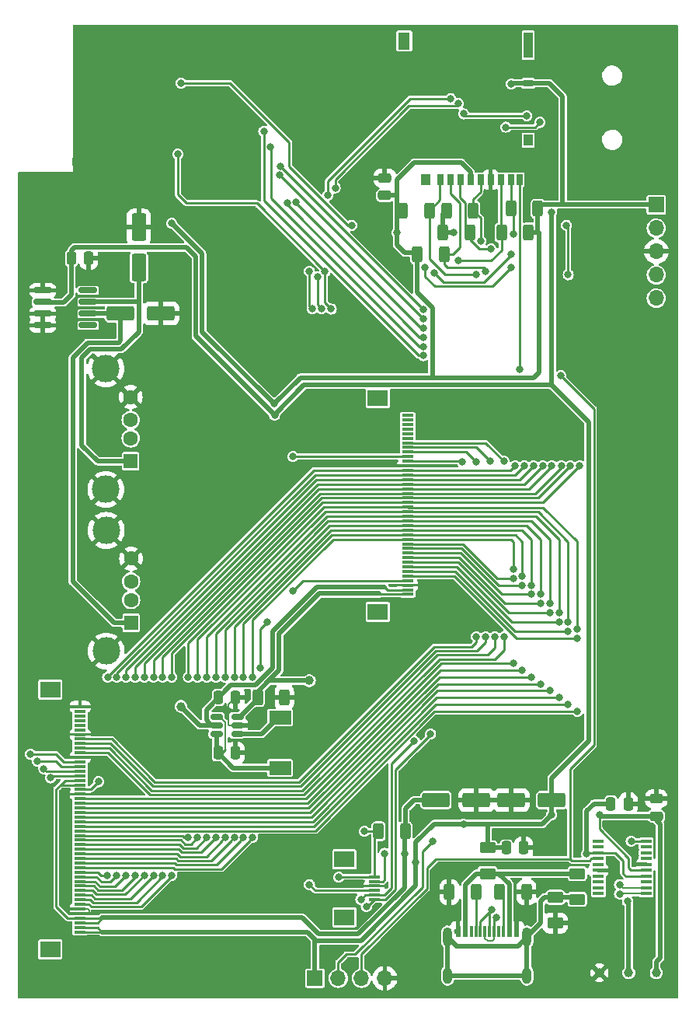
<source format=gbr>
%TF.GenerationSoftware,KiCad,Pcbnew,7.0.1*%
%TF.CreationDate,2023-08-09T19:54:46+10:00*%
%TF.ProjectId,STM32MP151_Dev_Board,53544d33-324d-4503-9135-315f4465765f,rev?*%
%TF.SameCoordinates,Original*%
%TF.FileFunction,Copper,L1,Top*%
%TF.FilePolarity,Positive*%
%FSLAX46Y46*%
G04 Gerber Fmt 4.6, Leading zero omitted, Abs format (unit mm)*
G04 Created by KiCad (PCBNEW 7.0.1) date 2023-08-09 19:54:46*
%MOMM*%
%LPD*%
G01*
G04 APERTURE LIST*
G04 Aperture macros list*
%AMRoundRect*
0 Rectangle with rounded corners*
0 $1 Rounding radius*
0 $2 $3 $4 $5 $6 $7 $8 $9 X,Y pos of 4 corners*
0 Add a 4 corners polygon primitive as box body*
4,1,4,$2,$3,$4,$5,$6,$7,$8,$9,$2,$3,0*
0 Add four circle primitives for the rounded corners*
1,1,$1+$1,$2,$3*
1,1,$1+$1,$4,$5*
1,1,$1+$1,$6,$7*
1,1,$1+$1,$8,$9*
0 Add four rect primitives between the rounded corners*
20,1,$1+$1,$2,$3,$4,$5,0*
20,1,$1+$1,$4,$5,$6,$7,0*
20,1,$1+$1,$6,$7,$8,$9,0*
20,1,$1+$1,$8,$9,$2,$3,0*%
G04 Aperture macros list end*
%TA.AperFunction,SMDPad,CuDef*%
%ADD10RoundRect,0.250000X-0.312500X-0.625000X0.312500X-0.625000X0.312500X0.625000X-0.312500X0.625000X0*%
%TD*%
%TA.AperFunction,SMDPad,CuDef*%
%ADD11R,2.400000X1.500000*%
%TD*%
%TA.AperFunction,SMDPad,CuDef*%
%ADD12RoundRect,0.250000X0.550000X-1.250000X0.550000X1.250000X-0.550000X1.250000X-0.550000X-1.250000X0*%
%TD*%
%TA.AperFunction,SMDPad,CuDef*%
%ADD13RoundRect,0.250000X-0.250000X-0.475000X0.250000X-0.475000X0.250000X0.475000X-0.250000X0.475000X0*%
%TD*%
%TA.AperFunction,SMDPad,CuDef*%
%ADD14RoundRect,0.250000X-1.250000X-0.550000X1.250000X-0.550000X1.250000X0.550000X-1.250000X0.550000X0*%
%TD*%
%TA.AperFunction,SMDPad,CuDef*%
%ADD15RoundRect,0.250000X-0.625000X0.375000X-0.625000X-0.375000X0.625000X-0.375000X0.625000X0.375000X0*%
%TD*%
%TA.AperFunction,SMDPad,CuDef*%
%ADD16R,1.300000X0.300000*%
%TD*%
%TA.AperFunction,SMDPad,CuDef*%
%ADD17R,2.200000X1.800000*%
%TD*%
%TA.AperFunction,SMDPad,CuDef*%
%ADD18R,0.600000X1.240000*%
%TD*%
%TA.AperFunction,SMDPad,CuDef*%
%ADD19R,0.300000X1.240000*%
%TD*%
%TA.AperFunction,ComponentPad*%
%ADD20O,1.000000X2.100000*%
%TD*%
%TA.AperFunction,ComponentPad*%
%ADD21O,1.000000X1.800000*%
%TD*%
%TA.AperFunction,SMDPad,CuDef*%
%ADD22RoundRect,0.150000X-0.825000X-0.150000X0.825000X-0.150000X0.825000X0.150000X-0.825000X0.150000X0*%
%TD*%
%TA.AperFunction,SMDPad,CuDef*%
%ADD23RoundRect,0.250000X0.475000X-0.250000X0.475000X0.250000X-0.475000X0.250000X-0.475000X-0.250000X0*%
%TD*%
%TA.AperFunction,SMDPad,CuDef*%
%ADD24RoundRect,0.150000X-0.512500X-0.150000X0.512500X-0.150000X0.512500X0.150000X-0.512500X0.150000X0*%
%TD*%
%TA.AperFunction,SMDPad,CuDef*%
%ADD25RoundRect,0.250000X0.312500X0.625000X-0.312500X0.625000X-0.312500X-0.625000X0.312500X-0.625000X0*%
%TD*%
%TA.AperFunction,SMDPad,CuDef*%
%ADD26R,0.700000X1.200000*%
%TD*%
%TA.AperFunction,SMDPad,CuDef*%
%ADD27R,1.000000X1.200000*%
%TD*%
%TA.AperFunction,SMDPad,CuDef*%
%ADD28R,1.000000X2.800000*%
%TD*%
%TA.AperFunction,SMDPad,CuDef*%
%ADD29R,1.300000X1.900000*%
%TD*%
%TA.AperFunction,SMDPad,CuDef*%
%ADD30R,1.000000X0.800000*%
%TD*%
%TA.AperFunction,SMDPad,CuDef*%
%ADD31R,1.200000X0.400000*%
%TD*%
%TA.AperFunction,SMDPad,CuDef*%
%ADD32C,1.000000*%
%TD*%
%TA.AperFunction,SMDPad,CuDef*%
%ADD33RoundRect,0.250000X1.250000X0.550000X-1.250000X0.550000X-1.250000X-0.550000X1.250000X-0.550000X0*%
%TD*%
%TA.AperFunction,SMDPad,CuDef*%
%ADD34RoundRect,0.250000X0.625000X-0.375000X0.625000X0.375000X-0.625000X0.375000X-0.625000X-0.375000X0*%
%TD*%
%TA.AperFunction,ComponentPad*%
%ADD35R,1.500000X1.600000*%
%TD*%
%TA.AperFunction,ComponentPad*%
%ADD36C,1.600000*%
%TD*%
%TA.AperFunction,ComponentPad*%
%ADD37C,3.000000*%
%TD*%
%TA.AperFunction,ComponentPad*%
%ADD38R,1.700000X1.700000*%
%TD*%
%TA.AperFunction,ComponentPad*%
%ADD39O,1.700000X1.700000*%
%TD*%
%TA.AperFunction,ComponentPad*%
%ADD40R,0.500000X0.900000*%
%TD*%
%TA.AperFunction,ViaPad*%
%ADD41C,0.800000*%
%TD*%
%TA.AperFunction,Conductor*%
%ADD42C,0.127000*%
%TD*%
%TA.AperFunction,Conductor*%
%ADD43C,0.500000*%
%TD*%
%TA.AperFunction,Conductor*%
%ADD44C,0.250000*%
%TD*%
%TA.AperFunction,Conductor*%
%ADD45C,0.200000*%
%TD*%
G04 APERTURE END LIST*
D10*
%TO.P,R3,1*%
%TO.N,+3V3*%
X61737500Y-35200000D03*
%TO.P,R3,2*%
%TO.N,MMC1_CK*%
X64662500Y-35200000D03*
%TD*%
%TO.P,R7,1*%
%TO.N,+3V3*%
X58537500Y-40000000D03*
%TO.P,R7,2*%
%TO.N,MMC1_D3*%
X61462500Y-40000000D03*
%TD*%
D11*
%TO.P,L1,1,1*%
%TO.N,+5V*%
X43600000Y-95900000D03*
%TO.P,L1,2,2*%
%TO.N,Net-(U6-Pin_4)*%
X43600000Y-90400000D03*
%TD*%
D12*
%TO.P,C2,1*%
%TO.N,Net-(J8-VBUS)*%
X28200000Y-41400000D03*
%TO.P,C2,2*%
%TO.N,GND*%
X28200000Y-37000000D03*
%TD*%
D13*
%TO.P,C1,1*%
%TO.N,+5V*%
X20850000Y-40400000D03*
%TO.P,C1,2*%
%TO.N,GND*%
X22750000Y-40400000D03*
%TD*%
%TO.P,C4,1*%
%TO.N,+5V*%
X36850000Y-94250000D03*
%TO.P,C4,2*%
%TO.N,GND*%
X38750000Y-94250000D03*
%TD*%
D14*
%TO.P,C9,1*%
%TO.N,+3V3*%
X60600000Y-99400000D03*
%TO.P,C9,2*%
%TO.N,GND*%
X65000000Y-99400000D03*
%TD*%
D15*
%TO.P,D2,1,A1*%
%TO.N,Net-(D2-A1)*%
X76000000Y-107400000D03*
%TO.P,D2,2,A2*%
%TO.N,Earth*%
X76000000Y-110200000D03*
%TD*%
D16*
%TO.P,J11,1,Pin_1*%
%TO.N,CTP_RESET*%
X53850000Y-107750000D03*
%TO.P,J11,2,Pin_2*%
%TO.N,+3V3*%
X53850000Y-108250000D03*
%TO.P,J11,3,Pin_3*%
%TO.N,GND*%
X53850000Y-108750000D03*
%TO.P,J11,4,Pin_4*%
%TO.N,CTP_INT*%
X53850000Y-109250000D03*
%TO.P,J11,5,Pin_5*%
%TO.N,I2C1_SCL*%
X53850000Y-109750000D03*
%TO.P,J11,6,Pin_6*%
%TO.N,I2C1_SDA*%
X53850000Y-110250000D03*
D17*
%TO.P,J11,MP*%
%TO.N,N/C*%
X50600000Y-105850000D03*
X50600000Y-112150000D03*
%TD*%
D18*
%TO.P,J12,A1,GND*%
%TO.N,GND*%
X62980000Y-113700000D03*
%TO.P,J12,A4,VBUS*%
%TO.N,Net-(D2-A1)*%
X63780000Y-113700000D03*
D19*
%TO.P,J12,A5,CC1*%
%TO.N,Net-(J12-CC1)*%
X64930000Y-113700000D03*
%TO.P,J12,A6,D+*%
%TO.N,/Power & Debug/USB_P*%
X65930000Y-113700000D03*
%TO.P,J12,A7,D-*%
%TO.N,/Power & Debug/USB_N*%
X66430000Y-113700000D03*
%TO.P,J12,A8,SBU1*%
%TO.N,unconnected-(J12-SBU1-PadA8)*%
X67430000Y-113700000D03*
D18*
%TO.P,J12,A9,VBUS*%
%TO.N,Net-(D2-A1)*%
X68580000Y-113700000D03*
%TO.P,J12,A12,GND*%
%TO.N,GND*%
X69380000Y-113700000D03*
%TO.P,J12,B1,GND*%
X69380000Y-113700000D03*
%TO.P,J12,B4,VBUS*%
%TO.N,Net-(D2-A1)*%
X68580000Y-113700000D03*
D19*
%TO.P,J12,B5,CC2*%
%TO.N,Net-(J12-CC2)*%
X67930000Y-113700000D03*
%TO.P,J12,B6,D+*%
%TO.N,/Power & Debug/USB_P*%
X66930000Y-113700000D03*
%TO.P,J12,B7,D-*%
%TO.N,/Power & Debug/USB_N*%
X65430000Y-113700000D03*
%TO.P,J12,B8,SBU2*%
%TO.N,unconnected-(J12-SBU2-PadB8)*%
X64430000Y-113700000D03*
D18*
%TO.P,J12,B9,VBUS*%
%TO.N,Net-(D2-A1)*%
X63780000Y-113700000D03*
%TO.P,J12,B12,GND*%
%TO.N,GND*%
X62980000Y-113700000D03*
D20*
%TO.P,J12,S1,SHIELD*%
%TO.N,Earth*%
X61860000Y-114300000D03*
D21*
X61860000Y-118500000D03*
D20*
X70500000Y-114300000D03*
D21*
X70500000Y-118500000D03*
%TD*%
D13*
%TO.P,C10,1*%
%TO.N,+5V*%
X68250000Y-104600000D03*
%TO.P,C10,2*%
%TO.N,GND*%
X70150000Y-104600000D03*
%TD*%
D10*
%TO.P,R4,1*%
%TO.N,+3V3*%
X61337500Y-37600000D03*
%TO.P,R4,2*%
%TO.N,MMC1_CMD*%
X64262500Y-37600000D03*
%TD*%
D22*
%TO.P,U3,1,GND*%
%TO.N,GND*%
X17725000Y-43895000D03*
%TO.P,U3,2,IN1*%
%TO.N,+5V*%
X17725000Y-45165000D03*
%TO.P,U3,3,~{EN1}*%
%TO.N,GND*%
X17725000Y-46435000D03*
%TO.P,U3,4,~{EN2}*%
X17725000Y-47705000D03*
%TO.P,U3,5,~{OC2}*%
%TO.N,unconnected-(U3-~{OC2}-Pad5)*%
X22675000Y-47705000D03*
%TO.P,U3,6,OUT2*%
%TO.N,Net-(J13-VBUS)*%
X22675000Y-46435000D03*
%TO.P,U3,7,OUT1*%
%TO.N,Net-(J8-VBUS)*%
X22675000Y-45165000D03*
%TO.P,U3,8,~{OC1}*%
%TO.N,unconnected-(U3-~{OC1}-Pad8)*%
X22675000Y-43895000D03*
%TD*%
D23*
%TO.P,C11,1*%
%TO.N,+5V*%
X84600000Y-101150000D03*
%TO.P,C11,2*%
%TO.N,GND*%
X84600000Y-99250000D03*
%TD*%
D16*
%TO.P,J9,1,Pin_1*%
%TO.N,Net-(J9-Pin_1)*%
X57500000Y-77000000D03*
%TO.P,J9,2,Pin_2*%
%TO.N,Vdrive*%
X57500000Y-76500000D03*
%TO.P,J9,3,Pin_3*%
%TO.N,GND*%
X57500000Y-76000000D03*
%TO.P,J9,4,Pin_4*%
%TO.N,+3V3*%
X57500000Y-75500000D03*
%TO.P,J9,5,Pin_5*%
%TO.N,LCD_R0*%
X57500000Y-75000000D03*
%TO.P,J9,6,Pin_6*%
%TO.N,LCD_R1*%
X57500000Y-74500000D03*
%TO.P,J9,7,Pin_7*%
%TO.N,LCD_R2*%
X57500000Y-74000000D03*
%TO.P,J9,8,Pin_8*%
%TO.N,LCD_R3*%
X57500000Y-73500000D03*
%TO.P,J9,9,Pin_9*%
%TO.N,LCD_R4*%
X57500000Y-73000000D03*
%TO.P,J9,10,Pin_10*%
%TO.N,LCD_R5*%
X57500000Y-72500000D03*
%TO.P,J9,11,Pin_11*%
%TO.N,LCD_R6*%
X57500000Y-72000000D03*
%TO.P,J9,12,Pin_12*%
%TO.N,LCD_R7*%
X57500000Y-71500000D03*
%TO.P,J9,13,Pin_13*%
%TO.N,LCD_G0*%
X57500000Y-71000000D03*
%TO.P,J9,14,Pin_14*%
%TO.N,LCD_G1*%
X57500000Y-70500000D03*
%TO.P,J9,15,Pin_15*%
%TO.N,LCD_G2*%
X57500000Y-70000000D03*
%TO.P,J9,16,Pin_16*%
%TO.N,LCD_G3*%
X57500000Y-69500000D03*
%TO.P,J9,17,Pin_17*%
%TO.N,LCD_G4*%
X57500000Y-69000000D03*
%TO.P,J9,18,Pin_18*%
%TO.N,LCD_G5*%
X57500000Y-68500000D03*
%TO.P,J9,19,Pin_19*%
%TO.N,LCD_G6*%
X57500000Y-68000000D03*
%TO.P,J9,20,Pin_20*%
%TO.N,LCD_G7*%
X57500000Y-67500000D03*
%TO.P,J9,21,Pin_21*%
%TO.N,LCD_B0*%
X57500000Y-67000000D03*
%TO.P,J9,22,Pin_22*%
%TO.N,LCD_B1*%
X57500000Y-66500000D03*
%TO.P,J9,23,Pin_23*%
%TO.N,LCD_B2*%
X57500000Y-66000000D03*
%TO.P,J9,24,Pin_24*%
%TO.N,LCD_B3*%
X57500000Y-65500000D03*
%TO.P,J9,25,Pin_25*%
%TO.N,LCD_B4*%
X57500000Y-65000000D03*
%TO.P,J9,26,Pin_26*%
%TO.N,LCD_B5*%
X57500000Y-64500000D03*
%TO.P,J9,27,Pin_27*%
%TO.N,LCD_B6*%
X57500000Y-64000000D03*
%TO.P,J9,28,Pin_28*%
%TO.N,LCD_B7*%
X57500000Y-63500000D03*
%TO.P,J9,29,Pin_29*%
%TO.N,GND*%
X57500000Y-63000000D03*
%TO.P,J9,30,Pin_30*%
%TO.N,LCD_CLK*%
X57500000Y-62500000D03*
%TO.P,J9,31,Pin_31*%
%TO.N,+3V3*%
X57500000Y-62000000D03*
%TO.P,J9,32,Pin_32*%
%TO.N,LCD_H_SYNC*%
X57500000Y-61500000D03*
%TO.P,J9,33,Pin_33*%
%TO.N,LCD_V_SYNC*%
X57500000Y-61000000D03*
%TO.P,J9,34,Pin_34*%
%TO.N,LCD_DATA_EN*%
X57500000Y-60500000D03*
%TO.P,J9,35,Pin_35*%
%TO.N,unconnected-(J9-Pin_35-Pad35)*%
X57500000Y-60000000D03*
%TO.P,J9,36,Pin_36*%
%TO.N,unconnected-(J9-Pin_36-Pad36)*%
X57500000Y-59500000D03*
%TO.P,J9,37,Pin_37*%
%TO.N,unconnected-(J9-Pin_37-Pad37)*%
X57500000Y-59000000D03*
%TO.P,J9,38,Pin_38*%
%TO.N,unconnected-(J9-Pin_38-Pad38)*%
X57500000Y-58500000D03*
%TO.P,J9,39,Pin_39*%
%TO.N,unconnected-(J9-Pin_39-Pad39)*%
X57500000Y-58000000D03*
%TO.P,J9,40,Pin_40*%
%TO.N,unconnected-(J9-Pin_40-Pad40)*%
X57500000Y-57500000D03*
D17*
%TO.P,J9,MP*%
%TO.N,N/C*%
X54250000Y-55600000D03*
X54250000Y-78900000D03*
%TD*%
D24*
%TO.P,U6,1,Pin_1*%
%TO.N,+5V*%
X36662500Y-90300000D03*
%TO.P,U6,2,Pin_2*%
%TO.N,Vdrive*%
X36662500Y-91250000D03*
%TO.P,U6,3,Pin_3*%
%TO.N,+5V*%
X36662500Y-92200000D03*
%TO.P,U6,4,Pin_4*%
%TO.N,Net-(U6-Pin_4)*%
X38937500Y-92200000D03*
%TO.P,U6,5,Pin_5*%
%TO.N,GND*%
X38937500Y-91250000D03*
%TO.P,U6,6,Pin_6*%
%TO.N,Net-(J9-Pin_1)*%
X38937500Y-90300000D03*
%TD*%
D14*
%TO.P,C3,1*%
%TO.N,Net-(J13-VBUS)*%
X26200000Y-46400000D03*
%TO.P,C3,2*%
%TO.N,GND*%
X30600000Y-46400000D03*
%TD*%
D25*
%TO.P,R17,1*%
%TO.N,Net-(J12-CC1)*%
X64962500Y-109425000D03*
%TO.P,R17,2*%
%TO.N,GND*%
X62037500Y-109425000D03*
%TD*%
D26*
%TO.P,J5,1,DAT2*%
%TO.N,MMC1_D2*%
X61037500Y-31837500D03*
%TO.P,J5,2,CD/DAT3*%
%TO.N,MMC1_D3*%
X62137500Y-31837500D03*
%TO.P,J5,3,CMD*%
%TO.N,MMC1_CMD*%
X63237500Y-31837500D03*
%TO.P,J5,4,VDD*%
%TO.N,+3V3*%
X64337500Y-31837500D03*
%TO.P,J5,5,CLK*%
%TO.N,MMC1_CK*%
X65437500Y-31837500D03*
%TO.P,J5,6,VSS*%
%TO.N,GND*%
X66537500Y-31837500D03*
%TO.P,J5,7,DAT0*%
%TO.N,MMC1_D0*%
X67637500Y-31837500D03*
%TO.P,J5,8,DAT1*%
%TO.N,MMC1_D1*%
X68737500Y-31837500D03*
D27*
%TO.P,J5,P1,SHIELD*%
%TO.N,unconnected-(J5-SHIELD-PadP1)*%
X70637500Y-27537500D03*
D28*
%TO.P,J5,P2,SHIELD*%
X70637500Y-17187500D03*
D29*
%TO.P,J5,P3,SHIELD*%
X57137500Y-16737500D03*
D27*
%TO.P,J5,P4,SHIELD*%
X59487500Y-31837500D03*
D30*
%TO.P,J5,SWA*%
%TO.N,+3V3*%
X70637500Y-21337500D03*
D26*
%TO.P,J5,SWB*%
%TO.N,MMC1_DETECT*%
X69687500Y-31837500D03*
%TD*%
D31*
%TO.P,U2,1,~{DTR}*%
%TO.N,unconnected-(U2-~{DTR}-Pad1)*%
X78300000Y-103865000D03*
%TO.P,U2,2,~{RTS}*%
%TO.N,unconnected-(U2-~{RTS}-Pad2)*%
X78300000Y-104500000D03*
%TO.P,U2,3,VCCIO*%
%TO.N,+3V3*%
X78300000Y-105135000D03*
%TO.P,U2,4,RXD*%
%TO.N,UART4_TX*%
X78300000Y-105770000D03*
%TO.P,U2,5,~{RI}*%
%TO.N,unconnected-(U2-~{RI}-Pad5)*%
X78300000Y-106405000D03*
%TO.P,U2,6,GND*%
%TO.N,GND*%
X78300000Y-107040000D03*
%TO.P,U2,7,~{DSR}*%
%TO.N,unconnected-(U2-~{DSR}-Pad7)*%
X78300000Y-107675000D03*
%TO.P,U2,8,~{DCD}*%
%TO.N,unconnected-(U2-~{DCD}-Pad8)*%
X78300000Y-108310000D03*
%TO.P,U2,9,~{CTS}*%
%TO.N,unconnected-(U2-~{CTS}-Pad9)*%
X78300000Y-108945000D03*
%TO.P,U2,10,CBUS2*%
%TO.N,unconnected-(U2-CBUS2-Pad10)*%
X78300000Y-109580000D03*
%TO.P,U2,11,USBDP*%
%TO.N,Net-(U2-USBDP)*%
X83500000Y-109580000D03*
%TO.P,U2,12,USBDM*%
%TO.N,Net-(U2-USBDM)*%
X83500000Y-108945000D03*
%TO.P,U2,13,3V3OUT*%
%TO.N,unconnected-(U2-3V3OUT-Pad13)*%
X83500000Y-108310000D03*
%TO.P,U2,14,~{RESET}*%
%TO.N,+3V3*%
X83500000Y-107675000D03*
%TO.P,U2,15,VCC*%
%TO.N,+5V*%
X83500000Y-107040000D03*
%TO.P,U2,16,GND*%
%TO.N,GND*%
X83500000Y-106405000D03*
%TO.P,U2,17,CBUS1*%
%TO.N,unconnected-(U2-CBUS1-Pad17)*%
X83500000Y-105770000D03*
%TO.P,U2,18,CBUS0*%
%TO.N,unconnected-(U2-CBUS0-Pad18)*%
X83500000Y-105135000D03*
%TO.P,U2,19,CBUS3*%
%TO.N,unconnected-(U2-CBUS3-Pad19)*%
X83500000Y-104500000D03*
%TO.P,U2,20,TXD*%
%TO.N,UART4_RX*%
X83500000Y-103865000D03*
%TD*%
D32*
%TO.P,TP7,1,1*%
%TO.N,GND*%
X78400000Y-118200000D03*
%TD*%
D23*
%TO.P,C15,1*%
%TO.N,+3V3*%
X55000000Y-33550000D03*
%TO.P,C15,2*%
%TO.N,GND*%
X55000000Y-31650000D03*
%TD*%
D33*
%TO.P,C13,1*%
%TO.N,+5V*%
X73200000Y-99400000D03*
%TO.P,C13,2*%
%TO.N,GND*%
X68800000Y-99400000D03*
%TD*%
D25*
%TO.P,R8,1*%
%TO.N,+3V3*%
X71662500Y-35000000D03*
%TO.P,R8,2*%
%TO.N,MMC1_D1*%
X68737500Y-35000000D03*
%TD*%
D32*
%TO.P,TP2,1,1*%
%TO.N,Net-(J9-Pin_1)*%
X46800000Y-86400000D03*
%TD*%
D25*
%TO.P,R15,1*%
%TO.N,GND*%
X44062500Y-88200000D03*
%TO.P,R15,2*%
%TO.N,Net-(J9-Pin_1)*%
X41137500Y-88200000D03*
%TD*%
D15*
%TO.P,D3,1,A1*%
%TO.N,Earth*%
X73600000Y-110000000D03*
%TO.P,D3,2,A2*%
%TO.N,GND*%
X73600000Y-112800000D03*
%TD*%
D34*
%TO.P,F1,1*%
%TO.N,Net-(D2-A1)*%
X66200000Y-107400000D03*
%TO.P,F1,2*%
%TO.N,+5V*%
X66200000Y-104600000D03*
%TD*%
D25*
%TO.P,R9,1*%
%TO.N,+3V3*%
X57262500Y-102800000D03*
%TO.P,R9,2*%
%TO.N,CTP_RESET*%
X54337500Y-102800000D03*
%TD*%
D32*
%TO.P,TP5,1,1*%
%TO.N,+5V*%
X84600000Y-118200000D03*
%TD*%
D25*
%TO.P,R5,1*%
%TO.N,+3V3*%
X70662500Y-37600000D03*
%TO.P,R5,2*%
%TO.N,MMC1_D0*%
X67737500Y-37600000D03*
%TD*%
D16*
%TO.P,J1,1,Pin_1*%
%TO.N,+5V*%
X21800000Y-113750000D03*
%TO.P,J1,2,Pin_2*%
X21800000Y-113250000D03*
%TO.P,J1,3,Pin_3*%
%TO.N,+3V3*%
X21800000Y-112750000D03*
%TO.P,J1,4,Pin_4*%
X21800000Y-112250000D03*
%TO.P,J1,5,Pin_5*%
%TO.N,GND*%
X21800000Y-111750000D03*
%TO.P,J1,6,Pin_6*%
X21800000Y-111250000D03*
%TO.P,J1,7,Pin_7*%
%TO.N,LCD_B0*%
X21800000Y-110750000D03*
%TO.P,J1,8,Pin_8*%
%TO.N,LCD_B1*%
X21800000Y-110250000D03*
%TO.P,J1,9,Pin_9*%
%TO.N,LCD_B2*%
X21800000Y-109750000D03*
%TO.P,J1,10,Pin_10*%
%TO.N,LCD_B3*%
X21800000Y-109250000D03*
%TO.P,J1,11,Pin_11*%
%TO.N,LCD_B4*%
X21800000Y-108750000D03*
%TO.P,J1,12,Pin_12*%
%TO.N,LCD_B5*%
X21800000Y-108250000D03*
%TO.P,J1,13,Pin_13*%
%TO.N,LCD_B6*%
X21800000Y-107750000D03*
%TO.P,J1,14,Pin_14*%
%TO.N,LCD_B7*%
X21800000Y-107250000D03*
%TO.P,J1,15,Pin_15*%
%TO.N,LCD_G0*%
X21800000Y-106750000D03*
%TO.P,J1,16,Pin_16*%
%TO.N,LCD_G1*%
X21800000Y-106250000D03*
%TO.P,J1,17,Pin_17*%
%TO.N,LCD_G2*%
X21800000Y-105750000D03*
%TO.P,J1,18,Pin_18*%
%TO.N,LCD_G3*%
X21800000Y-105250000D03*
%TO.P,J1,19,Pin_19*%
%TO.N,LCD_G4*%
X21800000Y-104750000D03*
%TO.P,J1,20,Pin_20*%
%TO.N,LCD_G5*%
X21800000Y-104250000D03*
%TO.P,J1,21,Pin_21*%
%TO.N,LCD_G6*%
X21800000Y-103750000D03*
%TO.P,J1,22,Pin_22*%
%TO.N,LCD_G7*%
X21800000Y-103250000D03*
%TO.P,J1,23,Pin_23*%
%TO.N,LCD_R0*%
X21800000Y-102750000D03*
%TO.P,J1,24,Pin_24*%
%TO.N,LCD_R1*%
X21800000Y-102250000D03*
%TO.P,J1,25,Pin_25*%
%TO.N,LCD_R2*%
X21800000Y-101750000D03*
%TO.P,J1,26,Pin_26*%
%TO.N,LCD_R3*%
X21800000Y-101250000D03*
%TO.P,J1,27,Pin_27*%
%TO.N,LCD_R4*%
X21800000Y-100750000D03*
%TO.P,J1,28,Pin_28*%
%TO.N,LCD_R5*%
X21800000Y-100250000D03*
%TO.P,J1,29,Pin_29*%
%TO.N,LCD_R6*%
X21800000Y-99750000D03*
%TO.P,J1,30,Pin_30*%
%TO.N,LCD_R7*%
X21800000Y-99250000D03*
%TO.P,J1,31,Pin_31*%
%TO.N,GND*%
X21800000Y-98750000D03*
%TO.P,J1,32,Pin_32*%
%TO.N,LCD_BL_EN*%
X21800000Y-98250000D03*
%TO.P,J1,33,Pin_33*%
%TO.N,+3V3*%
X21800000Y-97750000D03*
%TO.P,J1,34,Pin_34*%
X21800000Y-97250000D03*
%TO.P,J1,35,Pin_35*%
%TO.N,CTP_INT*%
X21800000Y-96750000D03*
%TO.P,J1,36,Pin_36*%
%TO.N,CTP_RESET*%
X21800000Y-96250000D03*
%TO.P,J1,37,Pin_37*%
%TO.N,I2C1_SCL*%
X21800000Y-95750000D03*
%TO.P,J1,38,Pin_38*%
%TO.N,I2C1_SDA*%
X21800000Y-95250000D03*
%TO.P,J1,39,Pin_39*%
%TO.N,GND*%
X21800000Y-94750000D03*
%TO.P,J1,40,Pin_40*%
%TO.N,LCD_DATA_EN*%
X21800000Y-94250000D03*
%TO.P,J1,41,Pin_41*%
%TO.N,LCD_V_SYNC*%
X21800000Y-93750000D03*
%TO.P,J1,42,Pin_42*%
%TO.N,LCD_H_SYNC*%
X21800000Y-93250000D03*
%TO.P,J1,43,Pin_43*%
%TO.N,LCD_CLK*%
X21800000Y-92750000D03*
%TO.P,J1,44,Pin_44*%
%TO.N,GND*%
X21800000Y-92250000D03*
%TO.P,J1,45,Pin_45*%
%TO.N,unconnected-(J1-Pin_45-Pad45)*%
X21800000Y-91750000D03*
%TO.P,J1,46,Pin_46*%
%TO.N,unconnected-(J1-Pin_46-Pad46)*%
X21800000Y-91250000D03*
%TO.P,J1,47,Pin_47*%
%TO.N,unconnected-(J1-Pin_47-Pad47)*%
X21800000Y-90750000D03*
%TO.P,J1,48,Pin_48*%
%TO.N,unconnected-(J1-Pin_48-Pad48)*%
X21800000Y-90250000D03*
%TO.P,J1,49,Pin_49*%
%TO.N,unconnected-(J1-Pin_49-Pad49)*%
X21800000Y-89750000D03*
%TO.P,J1,50,Pin_50*%
%TO.N,GND*%
X21800000Y-89250000D03*
D17*
%TO.P,J1,MP*%
%TO.N,N/C*%
X18550000Y-87350000D03*
X18550000Y-115650000D03*
%TD*%
D13*
%TO.P,C21,1*%
%TO.N,+3V3*%
X79650000Y-99800000D03*
%TO.P,C21,2*%
%TO.N,GND*%
X81550000Y-99800000D03*
%TD*%
D32*
%TO.P,TP1,1,1*%
%TO.N,Vdrive*%
X32800000Y-89200000D03*
%TD*%
D10*
%TO.P,R6,1*%
%TO.N,+3V3*%
X56937500Y-35200000D03*
%TO.P,R6,2*%
%TO.N,MMC1_D2*%
X59862500Y-35200000D03*
%TD*%
%TO.P,R16,1*%
%TO.N,Net-(J12-CC2)*%
X67537500Y-109425000D03*
%TO.P,R16,2*%
%TO.N,GND*%
X70462500Y-109425000D03*
%TD*%
D32*
%TO.P,TP6,1,1*%
%TO.N,+3V3*%
X81600000Y-118200000D03*
%TD*%
D13*
%TO.P,C5,1*%
%TO.N,Vdrive*%
X36850000Y-88250000D03*
%TO.P,C5,2*%
%TO.N,GND*%
X38750000Y-88250000D03*
%TD*%
D35*
%TO.P,J8,1,VBUS*%
%TO.N,Net-(J8-VBUS)*%
X27310000Y-62500000D03*
D36*
%TO.P,J8,2,D-*%
%TO.N,USB1_N*%
X27310000Y-60000000D03*
%TO.P,J8,3,D+*%
%TO.N,USB1_P*%
X27310000Y-58000000D03*
%TO.P,J8,4,GND*%
%TO.N,GND*%
X27310000Y-55500000D03*
D37*
%TO.P,J8,5,Shield*%
X24600000Y-65570000D03*
X24600000Y-52430000D03*
%TD*%
D38*
%TO.P,J3,1,Pin_1*%
%TO.N,+3V3*%
X84600000Y-34580000D03*
D39*
%TO.P,J3,2,Pin_2*%
%TO.N,SWCLK*%
X84600000Y-37120000D03*
%TO.P,J3,3,Pin_3*%
%TO.N,GND*%
X84600000Y-39660000D03*
%TO.P,J3,4,Pin_4*%
%TO.N,SWDIO*%
X84600000Y-42200000D03*
%TO.P,J3,5,Pin_5*%
%TO.N,NRST*%
X84600000Y-44740000D03*
%TD*%
D35*
%TO.P,J13,1,VBUS*%
%TO.N,Net-(J13-VBUS)*%
X27360000Y-80100000D03*
D36*
%TO.P,J13,2,D-*%
%TO.N,USB2_N*%
X27360000Y-77600000D03*
%TO.P,J13,3,D+*%
%TO.N,USB2_P*%
X27360000Y-75600000D03*
%TO.P,J13,4,GND*%
%TO.N,GND*%
X27360000Y-73100000D03*
D37*
%TO.P,J13,5,Shield*%
X24650000Y-83170000D03*
X24650000Y-70030000D03*
%TD*%
D40*
%TO.P,AE1,2,2*%
%TO.N,GND*%
X21200000Y-29900000D03*
%TD*%
D38*
%TO.P,J4,1,Pin_1*%
%TO.N,+5V*%
X47400000Y-118800000D03*
D39*
%TO.P,J4,2,Pin_2*%
%TO.N,UART4_RX*%
X49940000Y-118800000D03*
%TO.P,J4,3,Pin_3*%
%TO.N,UART4_TX*%
X52480000Y-118800000D03*
%TO.P,J4,4,Pin_4*%
%TO.N,GND*%
X55020000Y-118800000D03*
%TD*%
D41*
%TO.N,GND*%
X51800000Y-33200000D03*
X34400000Y-25400000D03*
X38200000Y-22400000D03*
X24800000Y-42400000D03*
X36800000Y-38000000D03*
X29800000Y-29600000D03*
X20200000Y-100200000D03*
X34400000Y-27800000D03*
X30000000Y-20000000D03*
X83000000Y-102400000D03*
X36800000Y-27800000D03*
X59400000Y-101200000D03*
X73800000Y-102600000D03*
X61800000Y-112000000D03*
X43600000Y-93200000D03*
X51600000Y-86200000D03*
X36800000Y-25400000D03*
X17800000Y-42200000D03*
X52000000Y-20000000D03*
X43400000Y-105800000D03*
X20000000Y-89200000D03*
X39600000Y-31200000D03*
X20200000Y-110000000D03*
X17600000Y-110000000D03*
X78400000Y-95600000D03*
X78000000Y-115000000D03*
X38200000Y-67600000D03*
X32000000Y-67600000D03*
X32000000Y-51400000D03*
X70400000Y-112000000D03*
X76000000Y-91400000D03*
%TO.N,+5V*%
X78400000Y-101000000D03*
X58400000Y-106200000D03*
X43000000Y-57500000D03*
X73200000Y-35400000D03*
X43600000Y-95900000D03*
X63600000Y-102000000D03*
X73200000Y-101000000D03*
%TO.N,Earth*%
X73600000Y-110000000D03*
%TO.N,Net-(U2-USBDM)*%
X80600000Y-108600000D03*
%TO.N,MMC3_D0*%
X43602091Y-30366635D03*
X59200000Y-46000000D03*
%TO.N,MMC3_D1*%
X43539584Y-31364182D03*
X59200000Y-47000000D03*
%TO.N,MMC3_D2*%
X59200000Y-47999503D03*
X45348211Y-34283930D03*
%TO.N,MMC3_CMD*%
X59200000Y-50998012D03*
X41823696Y-26574500D03*
%TO.N,MMC3_CK*%
X59200000Y-49998509D03*
X42548196Y-28287701D03*
%TO.N,MMC1_DETECT*%
X69725000Y-52524500D03*
%TO.N,MMC3_D3*%
X59200000Y-48999006D03*
X44356114Y-34405372D03*
%TO.N,LCD_B0*%
X76250000Y-63000000D03*
X31800000Y-107600000D03*
X31800000Y-86000000D03*
%TO.N,LCD_B1*%
X30800000Y-86000000D03*
X75250000Y-63000000D03*
X30800497Y-107600000D03*
%TO.N,LCD_B2*%
X74250497Y-63000000D03*
X29800000Y-86000000D03*
X29800000Y-107612701D03*
%TO.N,LCD_B3*%
X73216862Y-63000117D03*
X28794052Y-107594051D03*
X28800000Y-86000000D03*
%TO.N,LCD_B4*%
X27800000Y-86000000D03*
X72217380Y-62993682D03*
X27781753Y-107581752D03*
%TO.N,LCD_B5*%
X71217899Y-63000210D03*
X26800000Y-86000000D03*
X26782522Y-107605076D03*
%TO.N,LCD_B6*%
X25800000Y-86000000D03*
X25783033Y-107599912D03*
X70218397Y-62999993D03*
%TO.N,LCD_B7*%
X24800000Y-86000000D03*
X24783531Y-107600024D03*
X69218895Y-63000000D03*
%TO.N,LCD_G0*%
X40597515Y-103474500D03*
X40600000Y-86000000D03*
X69000000Y-74250000D03*
%TO.N,LCD_G1*%
X39598012Y-103474500D03*
X39600000Y-86000000D03*
X70000000Y-75000000D03*
%TO.N,LCD_G2*%
X38598509Y-103474500D03*
X71000000Y-76000000D03*
X38600000Y-86000000D03*
%TO.N,LCD_G3*%
X37599006Y-103474500D03*
X37600000Y-86000000D03*
X72000000Y-77000000D03*
%TO.N,LCD_G4*%
X36599503Y-103474500D03*
X73000000Y-78000000D03*
X36600000Y-86000000D03*
%TO.N,LCD_G5*%
X35600000Y-103474500D03*
X74000000Y-79000000D03*
X35600000Y-86000000D03*
%TO.N,LCD_G6*%
X34600000Y-103474500D03*
X75000000Y-80000497D03*
X34600000Y-86000000D03*
%TO.N,LCD_G7*%
X75992918Y-80750522D03*
X33600000Y-86000000D03*
X33600000Y-103474500D03*
%TO.N,LCD_R0*%
X76000000Y-89750000D03*
X76000000Y-81750000D03*
%TO.N,LCD_R1*%
X75000000Y-89000000D03*
X75000000Y-81000000D03*
%TO.N,LCD_R2*%
X74000000Y-79999503D03*
X74000000Y-88250000D03*
%TO.N,LCD_R3*%
X73000000Y-87500000D03*
X73000000Y-78999503D03*
%TO.N,LCD_R4*%
X72000000Y-86750000D03*
X72000000Y-77999503D03*
%TO.N,LCD_R5*%
X71000000Y-86000000D03*
X71000000Y-76999503D03*
%TO.N,LCD_R6*%
X70000000Y-75999503D03*
X70000000Y-85250000D03*
%TO.N,LCD_R7*%
X69000000Y-75249503D03*
X69000000Y-84500000D03*
%TO.N,LCD_DATA_EN*%
X68000000Y-81600000D03*
X68000000Y-62500000D03*
%TO.N,LCD_V_SYNC*%
X67000000Y-81600000D03*
X66500000Y-62500000D03*
%TO.N,LCD_H_SYNC*%
X65000000Y-62600000D03*
X66000000Y-81600000D03*
%TO.N,LCD_CLK*%
X63450000Y-62600000D03*
X65000000Y-81600000D03*
%TO.N,UART4_RX*%
X81865000Y-103865000D03*
X60265000Y-103865000D03*
%TO.N,CTP_INT*%
X18573500Y-96974500D03*
X46800000Y-108600000D03*
%TO.N,LCD_BL_EN*%
X23800000Y-97400000D03*
%TO.N,UART4_TX*%
X74200000Y-53200000D03*
%TO.N,SWDIO*%
X59400000Y-41400000D03*
X68800000Y-41400000D03*
%TO.N,SWCLK*%
X68800000Y-40000000D03*
X60387701Y-42012299D03*
%TO.N,MMC1_D0*%
X63000000Y-40600000D03*
%TO.N,MMC1_D1*%
X69000000Y-37800000D03*
%TO.N,MMC1_D2*%
X65000000Y-42200000D03*
%TO.N,MMC1_D3*%
X66000000Y-41800000D03*
%TO.N,MMC1_CK*%
X65462500Y-38524500D03*
%TO.N,MMC1_CMD*%
X66600000Y-39400000D03*
%TO.N,WIFI_UP*%
X74800000Y-36800000D03*
X51400000Y-36800000D03*
X32800000Y-21324500D03*
X75000000Y-42200000D03*
%TO.N,CTP_RESET*%
X41400000Y-85000000D03*
X17849000Y-95985056D03*
X42200000Y-80000000D03*
X50000000Y-107800000D03*
X52800000Y-102800000D03*
%TO.N,I2C1_SCL*%
X17124500Y-95149449D03*
X47709223Y-42449405D03*
X63031637Y-23554423D03*
X48097951Y-45873352D03*
X58231100Y-92968801D03*
X52400000Y-110200000D03*
X49608391Y-32725395D03*
%TO.N,I2C1_SDA*%
X47098804Y-45900032D03*
X46800000Y-41800000D03*
X53000000Y-111000000D03*
X60000000Y-92224500D03*
X16400000Y-94393471D03*
X48804143Y-33529643D03*
X62200000Y-23000000D03*
%TO.N,Net-(U2-USBDP)*%
X80600000Y-109600000D03*
%TO.N,/Power & Debug/USB_N*%
X66625000Y-111375000D03*
%TO.N,/Power & Debug/USB_P*%
X67211857Y-112184076D03*
%TO.N,SAI1_SCK_B*%
X70487701Y-24887701D03*
X63600000Y-24675500D03*
%TO.N,SAI1_SD_B*%
X71925000Y-25600000D03*
X68200000Y-26124500D03*
%TO.N,+3V3*%
X81450000Y-110400000D03*
X55000000Y-105200000D03*
X68800000Y-21400000D03*
X77000000Y-105250000D03*
X56337500Y-37600000D03*
X62475500Y-37600000D03*
X45000000Y-76600000D03*
X45000000Y-62000000D03*
X31800000Y-36600000D03*
X42953984Y-56242558D03*
X57200000Y-105200000D03*
%TO.N,NRST*%
X48496990Y-41834240D03*
X49174631Y-45925433D03*
X32436305Y-29050500D03*
%TD*%
D42*
%TO.N,GND*%
X38000000Y-89000000D02*
X38000000Y-91200000D01*
X38750000Y-88250000D02*
X38000000Y-89000000D01*
X38050000Y-91250000D02*
X38937500Y-91250000D01*
X22650000Y-111750000D02*
X21800000Y-111750000D01*
X22800000Y-111600000D02*
X22650000Y-111750000D01*
X38000000Y-91200000D02*
X38050000Y-91250000D01*
X21800000Y-111250000D02*
X22650000Y-111250000D01*
X22800000Y-111400000D02*
X22800000Y-111600000D01*
X22650000Y-111250000D02*
X22800000Y-111400000D01*
D43*
%TO.N,+5V*%
X78550000Y-101150000D02*
X78400000Y-101000000D01*
X58400000Y-106200000D02*
X58400000Y-108725914D01*
X77225000Y-92975000D02*
X73200000Y-97000000D01*
X21225000Y-39225000D02*
X21200000Y-39200000D01*
X58400000Y-104000000D02*
X60400000Y-102000000D01*
X47400000Y-114810050D02*
X47400000Y-118800000D01*
X36850000Y-94250000D02*
X36662500Y-94062500D01*
D44*
X78400000Y-101000000D02*
X78400000Y-102540000D01*
X78400000Y-102540000D02*
X81600000Y-105740000D01*
D43*
X52425913Y-114700000D02*
X47510050Y-114700000D01*
D44*
X81840000Y-107040000D02*
X83500000Y-107040000D01*
D43*
X73200000Y-54200000D02*
X77225000Y-58225000D01*
X33425000Y-39225000D02*
X21225000Y-39225000D01*
X21200000Y-39200000D02*
X20850000Y-39550000D01*
X43000000Y-57489950D02*
X34400000Y-48889950D01*
X66200000Y-102200000D02*
X66400000Y-102000000D01*
X47510050Y-114700000D02*
X46560050Y-113750000D01*
X17760000Y-45200000D02*
X17725000Y-45165000D01*
X72200000Y-102000000D02*
X66400000Y-102000000D01*
X43000000Y-57397918D02*
X43000000Y-57500000D01*
X46197918Y-54200000D02*
X43000000Y-57397918D01*
X85000000Y-102000000D02*
X85000000Y-116600000D01*
X58400000Y-106200000D02*
X58400000Y-104000000D01*
X47510050Y-114700000D02*
X47400000Y-114810050D01*
X85000000Y-116600000D02*
X84600000Y-117000000D01*
D42*
X37650000Y-90903249D02*
X37650000Y-93875000D01*
D43*
X20000000Y-45200000D02*
X17760000Y-45200000D01*
X58400000Y-108725914D02*
X52425913Y-114700000D01*
X84600000Y-101150000D02*
X84600000Y-101600000D01*
X38500000Y-95900000D02*
X43600000Y-95900000D01*
X73200000Y-35400000D02*
X73200000Y-54200000D01*
X73200000Y-97000000D02*
X73200000Y-99400000D01*
X43000000Y-57500000D02*
X43000000Y-57489950D01*
X20850000Y-40400000D02*
X20850000Y-44350000D01*
X20850000Y-39550000D02*
X20850000Y-40400000D01*
X73200000Y-54200000D02*
X46197918Y-54200000D01*
X36662500Y-94062500D02*
X36662500Y-92200000D01*
X60400000Y-102000000D02*
X63600000Y-102000000D01*
D44*
X81600000Y-105740000D02*
X81600000Y-106800000D01*
D43*
X34400000Y-40200000D02*
X33425000Y-39225000D01*
X36850000Y-94250000D02*
X38500000Y-95900000D01*
D44*
X37275000Y-94250000D02*
X36850000Y-94250000D01*
D43*
X73200000Y-101000000D02*
X72200000Y-102000000D01*
X66200000Y-104600000D02*
X66200000Y-102200000D01*
D44*
X37650000Y-93875000D02*
X37275000Y-94250000D01*
X23700000Y-113250000D02*
X24200000Y-113750000D01*
D43*
X84600000Y-101150000D02*
X78550000Y-101150000D01*
D42*
X37046751Y-90300000D02*
X37650000Y-90903249D01*
D43*
X84600000Y-101600000D02*
X85000000Y-102000000D01*
X34400000Y-48889950D02*
X34400000Y-40200000D01*
X77225000Y-58225000D02*
X77225000Y-92975000D01*
X66200000Y-104600000D02*
X68250000Y-104600000D01*
X46560050Y-113750000D02*
X24200000Y-113750000D01*
X73200000Y-101000000D02*
X73200000Y-99400000D01*
X20850000Y-44350000D02*
X20000000Y-45200000D01*
X63600000Y-102000000D02*
X66400000Y-102000000D01*
D44*
X21800000Y-113250000D02*
X23700000Y-113250000D01*
X81600000Y-106800000D02*
X81840000Y-107040000D01*
X36662500Y-90300000D02*
X37046751Y-90300000D01*
D43*
X84600000Y-117000000D02*
X84600000Y-118200000D01*
D44*
X21800000Y-113750000D02*
X24200000Y-113750000D01*
D43*
%TO.N,Vdrive*%
X47600000Y-76200000D02*
X55000000Y-76200000D01*
X42800000Y-81000000D02*
X47600000Y-76200000D01*
X35550000Y-89550000D02*
X38250000Y-86850000D01*
X38250000Y-86850000D02*
X40952082Y-86850000D01*
D44*
X57500000Y-76500000D02*
X55300000Y-76500000D01*
D43*
X40952082Y-86850000D02*
X42800000Y-85002082D01*
D44*
X55300000Y-76500000D02*
X55000000Y-76200000D01*
D43*
X36101472Y-91250000D02*
X35550000Y-90698528D01*
X36662500Y-91250000D02*
X34850000Y-91250000D01*
X35550000Y-90698528D02*
X35550000Y-89550000D01*
X36662500Y-91250000D02*
X36101472Y-91250000D01*
X34850000Y-91250000D02*
X32800000Y-89200000D01*
X42800000Y-85002082D02*
X42800000Y-81000000D01*
%TO.N,Net-(J8-VBUS)*%
X28200000Y-44400000D02*
X28200000Y-48389949D01*
X22675000Y-45165000D02*
X22690000Y-45150000D01*
X22690000Y-45150000D02*
X28050000Y-45150000D01*
X28200000Y-41800000D02*
X28600000Y-41400000D01*
X28200000Y-48389949D02*
X26289949Y-50300000D01*
X26289949Y-50300000D02*
X22900000Y-50300000D01*
X22000000Y-60800000D02*
X23700000Y-62500000D01*
X28050000Y-45150000D02*
X28200000Y-45000000D01*
X22000000Y-51200000D02*
X22000000Y-60800000D01*
X23700000Y-62500000D02*
X27310000Y-62500000D01*
X22900000Y-50300000D02*
X22000000Y-51200000D01*
X28200000Y-45000000D02*
X28200000Y-41800000D01*
%TO.N,Earth*%
X61860000Y-114300000D02*
X62760000Y-115200000D01*
X72000000Y-110400000D02*
X72400000Y-110000000D01*
X61860000Y-114300000D02*
X61860000Y-118500000D01*
X69500000Y-115300000D02*
X70500000Y-114300000D01*
X62760000Y-115260000D02*
X62800000Y-115300000D01*
X72400000Y-110000000D02*
X73600000Y-110000000D01*
X70500000Y-118500000D02*
X61860000Y-118500000D01*
X73600000Y-110000000D02*
X75800000Y-110000000D01*
X72000000Y-112800000D02*
X72000000Y-110400000D01*
X62800000Y-115300000D02*
X69500000Y-115300000D01*
X62760000Y-115200000D02*
X62760000Y-115260000D01*
X70500000Y-114300000D02*
X70500000Y-118500000D01*
X70500000Y-114300000D02*
X72000000Y-112800000D01*
%TO.N,Net-(J9-Pin_1)*%
X42396015Y-86396015D02*
X43500000Y-85292031D01*
X43500000Y-81289950D02*
X47889950Y-76900000D01*
X41137500Y-88352449D02*
X39189949Y-90300000D01*
D44*
X57500000Y-77000000D02*
X54500000Y-77000000D01*
X54500000Y-77000000D02*
X54400000Y-76900000D01*
D43*
X39189949Y-90300000D02*
X38937500Y-90300000D01*
X46800000Y-86400000D02*
X42400000Y-86400000D01*
X41137500Y-88200000D02*
X41137500Y-88352449D01*
X47889950Y-76900000D02*
X54400000Y-76900000D01*
X42400000Y-86400000D02*
X42396015Y-86396015D01*
X43500000Y-85292031D02*
X43500000Y-81289950D01*
X41137500Y-88200000D02*
X41137500Y-87654531D01*
X41137500Y-87654531D02*
X42396015Y-86396015D01*
%TO.N,Net-(U6-Pin_4)*%
X43400000Y-90400000D02*
X41600000Y-92200000D01*
X43600000Y-90400000D02*
X43400000Y-90400000D01*
X41600000Y-92200000D02*
X38937500Y-92200000D01*
D44*
%TO.N,Net-(J12-CC1)*%
X64930000Y-109457500D02*
X64930000Y-113700000D01*
X64962500Y-109425000D02*
X64930000Y-109457500D01*
%TO.N,Net-(J12-CC2)*%
X67936857Y-112484381D02*
X67936857Y-109824357D01*
X67936857Y-109824357D02*
X67537500Y-109425000D01*
X67930000Y-113700000D02*
X67930000Y-112491238D01*
X67930000Y-112491238D02*
X67936857Y-112484381D01*
D43*
%TO.N,Net-(J13-VBUS)*%
X22675000Y-46435000D02*
X26165000Y-46435000D01*
X21000000Y-51200000D02*
X21000000Y-75600000D01*
X22600000Y-49600000D02*
X21000000Y-51200000D01*
X25500000Y-80100000D02*
X27360000Y-80100000D01*
X26000000Y-49600000D02*
X22600000Y-49600000D01*
X26200000Y-46400000D02*
X26200000Y-49400000D01*
X21000000Y-75600000D02*
X25500000Y-80100000D01*
X26165000Y-46435000D02*
X26200000Y-46400000D01*
X26200000Y-49400000D02*
X26000000Y-49600000D01*
D45*
%TO.N,Net-(U2-USBDM)*%
X80945000Y-108945000D02*
X83500000Y-108945000D01*
X80600000Y-108600000D02*
X80945000Y-108945000D01*
D44*
%TO.N,MMC3_D0*%
X43602091Y-30366635D02*
X43602091Y-30402091D01*
X43602091Y-30402091D02*
X59200000Y-46000000D01*
%TO.N,MMC3_D1*%
X43539584Y-31364182D02*
X43539584Y-31364889D01*
X43539584Y-31364889D02*
X59174695Y-47000000D01*
X59174695Y-47000000D02*
X59200000Y-47000000D01*
%TO.N,MMC3_D2*%
X45348211Y-34348211D02*
X45348211Y-34283930D01*
X58999503Y-47999503D02*
X45348211Y-34348211D01*
X59200000Y-47999503D02*
X58999503Y-47999503D01*
%TO.N,MMC3_CMD*%
X58685360Y-50998012D02*
X41823696Y-34136348D01*
X41823696Y-34136348D02*
X41823696Y-26574500D01*
X59200000Y-50998012D02*
X58685360Y-50998012D01*
%TO.N,MMC3_CK*%
X58773204Y-49998509D02*
X42600000Y-33825305D01*
X59200000Y-49998509D02*
X58773204Y-49998509D01*
X42600000Y-33825305D02*
X42600000Y-28339505D01*
X42600000Y-28339505D02*
X42548196Y-28287701D01*
%TO.N,MMC1_DETECT*%
X69725000Y-52524500D02*
X69725000Y-31875000D01*
X69725000Y-31875000D02*
X69687500Y-31837500D01*
%TO.N,MMC3_D3*%
X58799006Y-48999006D02*
X44356114Y-34556114D01*
X44356114Y-34556114D02*
X44356114Y-34405372D01*
X59200000Y-48999006D02*
X58799006Y-48999006D01*
%TO.N,LCD_B0*%
X76250000Y-63025305D02*
X76250000Y-63000000D01*
X57500000Y-67000000D02*
X48236396Y-67000000D01*
X48236396Y-67000000D02*
X31800000Y-83436396D01*
X31800000Y-107600000D02*
X31800000Y-107700000D01*
X22750000Y-110750000D02*
X21800000Y-110750000D01*
X23025024Y-111025024D02*
X22750000Y-110750000D01*
X28474976Y-111025024D02*
X23025024Y-111025024D01*
X57500000Y-67000000D02*
X72275305Y-67000000D01*
X72275305Y-67000000D02*
X76250000Y-63025305D01*
X31800000Y-83436396D02*
X31800000Y-86000000D01*
X31800000Y-107700000D02*
X28474976Y-111025024D01*
%TO.N,LCD_B1*%
X30800000Y-83800000D02*
X48100000Y-66500000D01*
X30800497Y-107724503D02*
X27949976Y-110575024D01*
X30800497Y-107600000D02*
X30800497Y-107724503D01*
X27949976Y-110575024D02*
X23211420Y-110575024D01*
X23211420Y-110575024D02*
X22886396Y-110250000D01*
X57500000Y-66500000D02*
X71775802Y-66500000D01*
X71775802Y-66500000D02*
X75250000Y-63025802D01*
X48100000Y-66500000D02*
X57500000Y-66500000D01*
X30800000Y-86000000D02*
X30800000Y-83800000D01*
X75250000Y-63025802D02*
X75250000Y-63000000D01*
X22886396Y-110250000D02*
X21800000Y-110250000D01*
%TO.N,LCD_B2*%
X74250497Y-63135899D02*
X74250497Y-63000000D01*
X27287677Y-110125024D02*
X23397816Y-110125024D01*
X57500000Y-66000000D02*
X47956675Y-66000000D01*
X29800000Y-107612701D02*
X27287677Y-110125024D01*
X57500000Y-66000000D02*
X71386396Y-66000000D01*
X23022792Y-109750000D02*
X21800000Y-109750000D01*
X71386396Y-66000000D02*
X74250497Y-63135899D01*
X23397816Y-110125024D02*
X23022792Y-109750000D01*
X47956675Y-66000000D02*
X29800000Y-84156675D01*
X29800000Y-84156675D02*
X29800000Y-86000000D01*
%TO.N,LCD_B3*%
X73216862Y-63033138D02*
X73216862Y-63000117D01*
X23584212Y-109675024D02*
X23159188Y-109250000D01*
X26713079Y-109675024D02*
X23584212Y-109675024D01*
X23159188Y-109250000D02*
X21800000Y-109250000D01*
X70750000Y-65500000D02*
X73216862Y-63033138D01*
X47820279Y-65500000D02*
X57500000Y-65500000D01*
X28794052Y-107594051D02*
X26713079Y-109675024D01*
X28800000Y-86000000D02*
X28800000Y-84520279D01*
X28800000Y-84520279D02*
X47820279Y-65500000D01*
X57500000Y-65500000D02*
X70750000Y-65500000D01*
%TO.N,LCD_B4*%
X57500000Y-65000000D02*
X47683883Y-65000000D01*
X27781753Y-107581752D02*
X27781753Y-107769727D01*
X27781753Y-107769727D02*
X26326456Y-109225024D01*
X27800000Y-84883883D02*
X27800000Y-86000000D01*
X23770608Y-109225024D02*
X23295584Y-108750000D01*
X70243414Y-65000000D02*
X72217380Y-63026034D01*
X47683883Y-65000000D02*
X27800000Y-84883883D01*
X23295584Y-108750000D02*
X21800000Y-108750000D01*
X26326456Y-109225024D02*
X23770608Y-109225024D01*
X57500000Y-65000000D02*
X70243414Y-65000000D01*
X72217380Y-63026034D02*
X72217380Y-62993682D01*
%TO.N,LCD_B5*%
X23957004Y-108775024D02*
X23431980Y-108250000D01*
X57500000Y-64500000D02*
X69743695Y-64500000D01*
X25633226Y-108775024D02*
X23957004Y-108775024D01*
X69743695Y-64500000D02*
X71217899Y-63025796D01*
X26782522Y-107605076D02*
X26782522Y-107625728D01*
X47547487Y-64500000D02*
X57500000Y-64500000D01*
X23431980Y-108250000D02*
X21800000Y-108250000D01*
X71217899Y-63025796D02*
X71217899Y-63000210D01*
X26800000Y-86000000D02*
X26800000Y-85247487D01*
X26782522Y-107625728D02*
X25633226Y-108775024D01*
X26800000Y-85247487D02*
X47547487Y-64500000D01*
%TO.N,LCD_B6*%
X25083836Y-108325024D02*
X24143400Y-108325024D01*
X24143400Y-108325024D02*
X23568376Y-107750000D01*
X25783033Y-107599912D02*
X25783033Y-107625827D01*
X69244410Y-64000000D02*
X57500000Y-64000000D01*
X23568376Y-107750000D02*
X21800000Y-107750000D01*
X47411091Y-64000000D02*
X25800000Y-85611091D01*
X25783033Y-107625827D02*
X25083836Y-108325024D01*
X57500000Y-64000000D02*
X47411091Y-64000000D01*
X70218397Y-63026013D02*
X69244410Y-64000000D01*
X25800000Y-85611091D02*
X25800000Y-86000000D01*
X70218397Y-62999993D02*
X70218397Y-63026013D01*
%TO.N,LCD_B7*%
X47274695Y-63500000D02*
X57500000Y-63500000D01*
X69218895Y-63000000D02*
X68718895Y-63500000D01*
X23704772Y-107250000D02*
X24054796Y-107600024D01*
X24054796Y-107600024D02*
X24783531Y-107600024D01*
X68718895Y-63500000D02*
X57500000Y-63500000D01*
X24800000Y-85974695D02*
X47274695Y-63500000D01*
X21800000Y-107250000D02*
X23704772Y-107250000D01*
X24800000Y-86000000D02*
X24800000Y-85974695D01*
%TO.N,LCD_G0*%
X40600000Y-79781980D02*
X40600000Y-86000000D01*
X40323012Y-103774805D02*
X37198317Y-106899500D01*
X69000000Y-71250000D02*
X68750000Y-71000000D01*
X57500000Y-71000000D02*
X49381980Y-71000000D01*
X49381980Y-71000000D02*
X40600000Y-79781980D01*
X40597515Y-103474500D02*
X40323012Y-103749003D01*
X40323012Y-103749003D02*
X40323012Y-103774805D01*
X37198317Y-106899500D02*
X32124805Y-106899500D01*
X69000000Y-74250000D02*
X69000000Y-71250000D01*
X31975305Y-106750000D02*
X21800000Y-106750000D01*
X32124805Y-106899500D02*
X31975305Y-106750000D01*
X68750000Y-71000000D02*
X57500000Y-71000000D01*
%TO.N,LCD_G1*%
X39600000Y-80145584D02*
X49245584Y-70500000D01*
X49245584Y-70500000D02*
X57500000Y-70500000D01*
X39598012Y-103474500D02*
X39323509Y-103749003D01*
X39600000Y-86000000D02*
X39600000Y-80145584D01*
X39323509Y-103749003D02*
X39323509Y-103774805D01*
X32311202Y-106449500D02*
X32111702Y-106250000D01*
X70000000Y-75000000D02*
X70000000Y-71250000D01*
X32111702Y-106250000D02*
X21800000Y-106250000D01*
X69250000Y-70500000D02*
X57500000Y-70500000D01*
X36648814Y-106449500D02*
X32311202Y-106449500D01*
X39323509Y-103774805D02*
X36648814Y-106449500D01*
X70000000Y-71250000D02*
X69250000Y-70500000D01*
%TO.N,LCD_G2*%
X36099311Y-105999500D02*
X32497598Y-105999500D01*
X57500000Y-70000000D02*
X49109188Y-70000000D01*
X71000000Y-76000000D02*
X71000000Y-71000000D01*
X38600000Y-80509188D02*
X38600000Y-86000000D01*
X49109188Y-70000000D02*
X38600000Y-80509188D01*
X38598509Y-103474500D02*
X38324006Y-103749003D01*
X38324006Y-103749003D02*
X38324006Y-103774805D01*
X32497598Y-105999500D02*
X32248098Y-105750000D01*
X71000000Y-71000000D02*
X70000000Y-70000000D01*
X32248098Y-105750000D02*
X21800000Y-105750000D01*
X38324006Y-103774805D02*
X36099311Y-105999500D01*
X70000000Y-70000000D02*
X57500000Y-70000000D01*
%TO.N,LCD_G3*%
X37600000Y-86000000D02*
X37600000Y-80872792D01*
X70500000Y-69500000D02*
X57500000Y-69500000D01*
X37324503Y-103774805D02*
X35549808Y-105549500D01*
X32683994Y-105549500D02*
X32384494Y-105250000D01*
X32384494Y-105250000D02*
X21800000Y-105250000D01*
X37599006Y-103474500D02*
X37324503Y-103749003D01*
X35549808Y-105549500D02*
X32683994Y-105549500D01*
X37324503Y-103749003D02*
X37324503Y-103774805D01*
X72000000Y-71000000D02*
X70500000Y-69500000D01*
X37600000Y-80872792D02*
X48972792Y-69500000D01*
X48972792Y-69500000D02*
X57500000Y-69500000D01*
X72000000Y-77000000D02*
X72000000Y-71000000D01*
%TO.N,LCD_G4*%
X32870390Y-105099500D02*
X32520890Y-104750000D01*
X35000305Y-105099500D02*
X32870390Y-105099500D01*
X57500000Y-69000000D02*
X48836396Y-69000000D01*
X36599503Y-103474500D02*
X36599503Y-103500302D01*
X32520890Y-104750000D02*
X21800000Y-104750000D01*
X71000000Y-69000000D02*
X57500000Y-69000000D01*
X36599503Y-103500302D02*
X35000305Y-105099500D01*
X73000000Y-78000000D02*
X73000000Y-71000000D01*
X36600000Y-81236396D02*
X36600000Y-86000000D01*
X48836396Y-69000000D02*
X36600000Y-81236396D01*
X73000000Y-71000000D02*
X71000000Y-69000000D01*
%TO.N,LCD_G5*%
X32657286Y-104250000D02*
X21800000Y-104250000D01*
X74000000Y-71000000D02*
X71500000Y-68500000D01*
X71500000Y-68500000D02*
X57500000Y-68500000D01*
X33056786Y-104649500D02*
X32657286Y-104250000D01*
X35600000Y-103474500D02*
X35600000Y-103499805D01*
X74000000Y-79000000D02*
X74000000Y-71000000D01*
X35600000Y-103499805D02*
X34450305Y-104649500D01*
X34450305Y-104649500D02*
X33056786Y-104649500D01*
X35600000Y-81600000D02*
X48700000Y-68500000D01*
X48700000Y-68500000D02*
X57500000Y-68500000D01*
X35600000Y-86000000D02*
X35600000Y-81600000D01*
%TO.N,LCD_G6*%
X34600000Y-103499805D02*
X33900305Y-104199500D01*
X34600000Y-81909188D02*
X34600000Y-86000000D01*
X33900305Y-104199500D02*
X33243182Y-104199500D01*
X57500000Y-68000000D02*
X48509188Y-68000000D01*
X48509188Y-68000000D02*
X34600000Y-81909188D01*
X33243182Y-104199500D02*
X32793682Y-103750000D01*
X71750000Y-68000000D02*
X57500000Y-68000000D01*
X75000000Y-71250000D02*
X71750000Y-68000000D01*
X75000000Y-80000497D02*
X75000000Y-71250000D01*
X34600000Y-103474500D02*
X34600000Y-103499805D01*
X32793682Y-103750000D02*
X21800000Y-103750000D01*
%TO.N,LCD_G7*%
X33600000Y-103474500D02*
X33154578Y-103474500D01*
X33600000Y-82272792D02*
X48372792Y-67500000D01*
X33154578Y-103474500D02*
X32930078Y-103250000D01*
X57500000Y-67525000D02*
X57500000Y-67500000D01*
X75992918Y-71242918D02*
X72275000Y-67525000D01*
X33600000Y-86000000D02*
X33600000Y-82272792D01*
X48372792Y-67500000D02*
X57500000Y-67500000D01*
X32930078Y-103250000D02*
X21800000Y-103250000D01*
X75992918Y-80750522D02*
X75992918Y-71242918D01*
X72275000Y-67525000D02*
X57500000Y-67525000D01*
%TO.N,LCD_R0*%
X60424596Y-89750000D02*
X76000000Y-89750000D01*
X76000000Y-81750000D02*
X69331624Y-81750000D01*
X62581624Y-75000000D02*
X57500000Y-75000000D01*
X21800000Y-102750000D02*
X47424596Y-102750000D01*
X47424596Y-102750000D02*
X60424596Y-89750000D01*
X69331624Y-81750000D02*
X62581624Y-75000000D01*
%TO.N,LCD_R1*%
X69218020Y-81000000D02*
X62718020Y-74500000D01*
X60538200Y-89000000D02*
X75000000Y-89000000D01*
X62718020Y-74500000D02*
X57500000Y-74500000D01*
X75000000Y-81000000D02*
X69218020Y-81000000D01*
X21800000Y-102250000D02*
X47288200Y-102250000D01*
X47288200Y-102250000D02*
X60538200Y-89000000D01*
%TO.N,LCD_R2*%
X62854416Y-74000000D02*
X57500000Y-74000000D01*
X68853919Y-79999503D02*
X62854416Y-74000000D01*
X47151804Y-101750000D02*
X21800000Y-101750000D01*
X74000000Y-88250000D02*
X60651804Y-88250000D01*
X60651804Y-88250000D02*
X47151804Y-101750000D01*
X74000000Y-79999503D02*
X68853919Y-79999503D01*
%TO.N,LCD_R3*%
X62990812Y-73500000D02*
X57500000Y-73500000D01*
X73000000Y-78999503D02*
X68490315Y-78999503D01*
X73000000Y-87500000D02*
X60800000Y-87500000D01*
X21800000Y-101250000D02*
X47015408Y-101250000D01*
X47015408Y-101250000D02*
X60765408Y-87500000D01*
X68490315Y-78999503D02*
X62990812Y-73500000D01*
X60765408Y-87500000D02*
X60800000Y-87500000D01*
%TO.N,LCD_R4*%
X68126711Y-77999503D02*
X63127208Y-73000000D01*
X72000000Y-77999503D02*
X68126711Y-77999503D01*
X21800000Y-100750000D02*
X46850000Y-100750000D01*
X72000000Y-86750000D02*
X60850000Y-86750000D01*
X60850000Y-86750000D02*
X60800000Y-86800000D01*
X46850000Y-100750000D02*
X60800000Y-86800000D01*
X63127208Y-73000000D02*
X57500000Y-73000000D01*
%TO.N,LCD_R5*%
X60963604Y-86000000D02*
X61000000Y-86000000D01*
X71000000Y-76999503D02*
X67763107Y-76999503D01*
X21800000Y-100250000D02*
X46713604Y-100250000D01*
X63263604Y-72500000D02*
X57500000Y-72500000D01*
X71000000Y-86000000D02*
X61000000Y-86000000D01*
X67763107Y-76999503D02*
X63263604Y-72500000D01*
X46713604Y-100250000D02*
X60963604Y-86000000D01*
%TO.N,LCD_R6*%
X46577208Y-99750000D02*
X61077208Y-85250000D01*
X63400000Y-72000000D02*
X57500000Y-72000000D01*
X70000000Y-85250000D02*
X61200000Y-85250000D01*
X70000000Y-75999503D02*
X67399503Y-75999503D01*
X61077208Y-85250000D02*
X61200000Y-85250000D01*
X67399503Y-75999503D02*
X63400000Y-72000000D01*
X21800000Y-99750000D02*
X46577208Y-99750000D01*
%TO.N,LCD_R7*%
X63536396Y-71500000D02*
X57500000Y-71500000D01*
X67285899Y-75249503D02*
X63536396Y-71500000D01*
X21800000Y-99250000D02*
X46440812Y-99250000D01*
X69000000Y-84500000D02*
X61200000Y-84500000D01*
X46440812Y-99250000D02*
X61190812Y-84500000D01*
X69000000Y-75249503D02*
X67285899Y-75249503D01*
X61190812Y-84500000D02*
X61200000Y-84500000D01*
%TO.N,LCD_DATA_EN*%
X60950000Y-84050000D02*
X46200000Y-98800000D01*
X46200000Y-98800000D02*
X29400000Y-98800000D01*
X68000000Y-83050000D02*
X67000000Y-84050000D01*
X29400000Y-98800000D02*
X24850000Y-94250000D01*
X68000000Y-81600000D02*
X68000000Y-83050000D01*
X24850000Y-94250000D02*
X21800000Y-94250000D01*
X67000000Y-84050000D02*
X60950000Y-84050000D01*
X68000000Y-62500000D02*
X66000000Y-60500000D01*
X66000000Y-60500000D02*
X57500000Y-60500000D01*
%TO.N,LCD_V_SYNC*%
X67000000Y-81600000D02*
X67000000Y-82800000D01*
X66200000Y-83600000D02*
X60763604Y-83600000D01*
X60763604Y-83600000D02*
X46013604Y-98350000D01*
X24986396Y-93750000D02*
X21800000Y-93750000D01*
X29586396Y-98350000D02*
X24986396Y-93750000D01*
X67000000Y-82800000D02*
X66200000Y-83600000D01*
X46013604Y-98350000D02*
X29586396Y-98350000D01*
X65000000Y-61000000D02*
X57500000Y-61000000D01*
X66500000Y-62500000D02*
X65000000Y-61000000D01*
%TO.N,LCD_H_SYNC*%
X45827208Y-97900000D02*
X29772792Y-97900000D01*
X29772792Y-97900000D02*
X25122792Y-93250000D01*
X25122792Y-93250000D02*
X21800000Y-93250000D01*
X63900000Y-61500000D02*
X57500000Y-61500000D01*
X65000000Y-62600000D02*
X63900000Y-61500000D01*
X66000000Y-81600000D02*
X66000000Y-82200000D01*
X66000000Y-82200000D02*
X65050000Y-83150000D01*
X60577208Y-83150000D02*
X45827208Y-97900000D01*
X65050000Y-83150000D02*
X60577208Y-83150000D01*
%TO.N,LCD_CLK*%
X60390812Y-82700000D02*
X45640812Y-97450000D01*
X64500000Y-82700000D02*
X60390812Y-82700000D01*
X65000000Y-81600000D02*
X65000000Y-82200000D01*
X29959188Y-97450000D02*
X25259188Y-92750000D01*
X63350000Y-62500000D02*
X57500000Y-62500000D01*
X65000000Y-82200000D02*
X64500000Y-82700000D01*
X25259188Y-92750000D02*
X21800000Y-92750000D01*
X63450000Y-62600000D02*
X63350000Y-62500000D01*
X45640812Y-97450000D02*
X29959188Y-97450000D01*
%TO.N,UART4_RX*%
X50800000Y-116200000D02*
X49940000Y-117060000D01*
X60265000Y-103865000D02*
X59125000Y-105005000D01*
X49940000Y-117060000D02*
X49940000Y-118800000D01*
X81865000Y-103865000D02*
X83500000Y-103865000D01*
X59125000Y-105005000D02*
X59125000Y-108875000D01*
X51800000Y-116200000D02*
X50800000Y-116200000D01*
X59125000Y-108875000D02*
X51800000Y-116200000D01*
%TO.N,CTP_INT*%
X20850000Y-96750000D02*
X21800000Y-96750000D01*
X46800000Y-108600000D02*
X47450000Y-109250000D01*
X20825500Y-96774500D02*
X20850000Y-96750000D01*
X47450000Y-109250000D02*
X53850000Y-109250000D01*
X18773500Y-96774500D02*
X20825500Y-96774500D01*
X18573500Y-96974500D02*
X18773500Y-96774500D01*
%TO.N,LCD_BL_EN*%
X22950000Y-98250000D02*
X21800000Y-98250000D01*
X23800000Y-97400000D02*
X22950000Y-98250000D01*
%TO.N,UART4_TX*%
X75200000Y-105800000D02*
X75375000Y-105975000D01*
X60600000Y-105800000D02*
X59600000Y-106800000D01*
X77505305Y-105770000D02*
X78300000Y-105770000D01*
X77300305Y-105975000D02*
X77505305Y-105770000D01*
X75375000Y-105975000D02*
X77300305Y-105975000D01*
X52480000Y-116156396D02*
X52480000Y-118800000D01*
X75200000Y-104475305D02*
X75200000Y-105800000D01*
X59600000Y-106800000D02*
X59600000Y-109036396D01*
X59600000Y-109036396D02*
X52480000Y-116156396D01*
X77800000Y-56800000D02*
X77800000Y-93400000D01*
X75200000Y-105800000D02*
X60600000Y-105800000D01*
X75200000Y-96000000D02*
X75200000Y-104475305D01*
X77800000Y-93400000D02*
X75200000Y-96000000D01*
X74200000Y-53200000D02*
X77800000Y-56800000D01*
%TO.N,SWDIO*%
X59400000Y-42400000D02*
X60450000Y-43450000D01*
X59400000Y-41400000D02*
X59400000Y-42400000D01*
X60450000Y-43450000D02*
X66750000Y-43450000D01*
X66750000Y-43450000D02*
X68800000Y-41400000D01*
%TO.N,SWCLK*%
X65825305Y-43000000D02*
X68800000Y-40025305D01*
X60387701Y-42012299D02*
X60412299Y-42012299D01*
X68800000Y-40025305D02*
X68800000Y-40000000D01*
X60412299Y-42012299D02*
X61400000Y-43000000D01*
X61400000Y-43000000D02*
X65825305Y-43000000D01*
%TO.N,MMC1_D0*%
X63049500Y-40649500D02*
X66600305Y-40649500D01*
X66600305Y-40649500D02*
X67737500Y-39512305D01*
X63000000Y-40600000D02*
X63049500Y-40649500D01*
X67737500Y-39512305D02*
X67737500Y-37600000D01*
X67637500Y-31837500D02*
X67637500Y-37500000D01*
X67637500Y-37500000D02*
X67737500Y-37600000D01*
%TO.N,MMC1_D1*%
X68737500Y-35000000D02*
X69000000Y-35262500D01*
X69000000Y-35262500D02*
X69000000Y-37800000D01*
X68737500Y-31837500D02*
X68737500Y-35000000D01*
%TO.N,MMC1_D2*%
X61037500Y-32087500D02*
X61000000Y-32125000D01*
X61600000Y-42200000D02*
X65000000Y-42200000D01*
X59862500Y-35200000D02*
X59862500Y-40462500D01*
X61000000Y-32125000D02*
X61000000Y-34062500D01*
X61000000Y-34062500D02*
X59862500Y-35200000D01*
X61037500Y-31837500D02*
X61037500Y-32087500D01*
X59862500Y-40462500D02*
X61600000Y-42200000D01*
%TO.N,MMC1_D3*%
X65800000Y-41400000D02*
X66000000Y-41600000D01*
X66000000Y-41600000D02*
X66000000Y-41800000D01*
X61800000Y-41400000D02*
X65800000Y-41400000D01*
X61462500Y-41062500D02*
X61800000Y-41400000D01*
X62137500Y-31837500D02*
X62137500Y-33337500D01*
X62137500Y-33337500D02*
X63200000Y-34400000D01*
X63200000Y-34400000D02*
X63200000Y-39200000D01*
X63200000Y-39200000D02*
X62400000Y-40000000D01*
X62400000Y-40000000D02*
X61462500Y-40000000D01*
X61462500Y-40000000D02*
X61462500Y-41062500D01*
%TO.N,MMC1_CK*%
X64662500Y-35200000D02*
X64662500Y-33937500D01*
X64662500Y-33937500D02*
X65437500Y-33162500D01*
X65462500Y-38524500D02*
X65462500Y-36000000D01*
X65437500Y-33162500D02*
X65437500Y-31837500D01*
X65462500Y-36000000D02*
X64662500Y-35200000D01*
%TO.N,MMC1_CMD*%
X64262500Y-37600000D02*
X64262500Y-38349805D01*
X63237500Y-31837500D02*
X63200000Y-31875000D01*
X64262500Y-38349805D02*
X65312695Y-39400000D01*
X65312695Y-39400000D02*
X66600000Y-39400000D01*
X63200000Y-33761827D02*
X63775000Y-34336827D01*
X63775000Y-34336827D02*
X63775000Y-37112500D01*
X63200000Y-31875000D02*
X63200000Y-33761827D01*
X63775000Y-37112500D02*
X64262500Y-37600000D01*
%TO.N,WIFI_UP*%
X51000000Y-36800000D02*
X51400000Y-36800000D01*
X75000000Y-42200000D02*
X75000000Y-37000000D01*
X44600000Y-30400000D02*
X51000000Y-36800000D01*
X44600000Y-27774695D02*
X44600000Y-30400000D01*
X38149805Y-21324500D02*
X44600000Y-27774695D01*
X32800000Y-21324500D02*
X38149805Y-21324500D01*
X75000000Y-37000000D02*
X74800000Y-36800000D01*
%TO.N,CTP_RESET*%
X53850000Y-107750000D02*
X53850000Y-103487500D01*
X41400000Y-80800000D02*
X42200000Y-80000000D01*
X17849000Y-95985056D02*
X18113944Y-96250000D01*
X53850000Y-103487500D02*
X54537500Y-102800000D01*
X50050000Y-107750000D02*
X53850000Y-107750000D01*
X52800000Y-102800000D02*
X54337500Y-102800000D01*
X50000000Y-107800000D02*
X50050000Y-107750000D01*
X18113944Y-96250000D02*
X21800000Y-96250000D01*
X41400000Y-85000000D02*
X41400000Y-80800000D01*
%TO.N,I2C1_SCL*%
X19749195Y-95742496D02*
X20349805Y-95742496D01*
X17124500Y-95149449D02*
X19156148Y-95149449D01*
X47724500Y-45499901D02*
X48097951Y-45873352D01*
X52400000Y-110200000D02*
X52850000Y-109750000D01*
X55750000Y-95449901D02*
X55750000Y-108936396D01*
X55750000Y-108936396D02*
X54936396Y-109750000D01*
X49608391Y-31828005D02*
X57636396Y-23800000D01*
X19156148Y-95149449D02*
X19749195Y-95742496D01*
X52850000Y-109750000D02*
X53850000Y-109750000D01*
X47724500Y-42464682D02*
X47724500Y-45499901D01*
X20349805Y-95742496D02*
X20357309Y-95750000D01*
X57636396Y-23800000D02*
X62786060Y-23800000D01*
X58231100Y-92968801D02*
X55750000Y-95449901D01*
X54936396Y-109750000D02*
X53850000Y-109750000D01*
X20357309Y-95750000D02*
X21800000Y-95750000D01*
X62786060Y-23800000D02*
X63031637Y-23554423D01*
X47709223Y-42449405D02*
X47724500Y-42464682D01*
X49608391Y-32725395D02*
X49608391Y-31828005D01*
%TO.N,I2C1_SDA*%
X56200000Y-96081382D02*
X56200000Y-109122792D01*
X16430770Y-94362701D02*
X19162701Y-94362701D01*
X58228392Y-94052990D02*
X60000000Y-92281382D01*
X53000000Y-111000000D02*
X53100000Y-111000000D01*
X57800000Y-23000000D02*
X62200000Y-23000000D01*
X58228392Y-94052990D02*
X56200000Y-96081382D01*
X60000000Y-92281382D02*
X60000000Y-92224500D01*
X53100000Y-111000000D02*
X53850000Y-110250000D01*
X55072792Y-110250000D02*
X53850000Y-110250000D01*
X16400000Y-94393471D02*
X16430770Y-94362701D01*
X56200000Y-109122792D02*
X55072792Y-110250000D01*
X46800000Y-41800000D02*
X46800000Y-45601228D01*
X48804143Y-31995857D02*
X57800000Y-23000000D01*
X20050000Y-95250000D02*
X21800000Y-95250000D01*
X46800000Y-45601228D02*
X47098804Y-45900032D01*
X19162701Y-94362701D02*
X20050000Y-95250000D01*
X48804143Y-33529643D02*
X48804143Y-31995857D01*
D45*
%TO.N,Net-(U2-USBDP)*%
X80600000Y-109600000D02*
X80620000Y-109580000D01*
X80620000Y-109580000D02*
X83500000Y-109580000D01*
D43*
%TO.N,Net-(D2-A1)*%
X75800000Y-107400000D02*
X76000000Y-107200000D01*
X63780000Y-113700000D02*
X63780000Y-108620000D01*
X67439949Y-107400000D02*
X68580000Y-108540051D01*
X66200000Y-107400000D02*
X67439949Y-107400000D01*
X67439949Y-107400000D02*
X75800000Y-107400000D01*
X65000000Y-107400000D02*
X66200000Y-107400000D01*
X68580000Y-108540051D02*
X68580000Y-113700000D01*
X63780000Y-108620000D02*
X65000000Y-107400000D01*
D44*
%TO.N,/Power & Debug/USB_N*%
X66625000Y-111375000D02*
X65430000Y-112570000D01*
X66625000Y-111375000D02*
X66430000Y-111570000D01*
X65430000Y-112570000D02*
X65430000Y-113700000D01*
X66430000Y-111570000D02*
X66430000Y-113700000D01*
D45*
%TO.N,/Power & Debug/USB_P*%
X65930000Y-113700000D02*
X65930000Y-114430000D01*
X65930000Y-114430000D02*
X66250000Y-114750000D01*
D44*
X67025924Y-112184076D02*
X66930000Y-112280000D01*
X66930000Y-112280000D02*
X66930000Y-113700000D01*
D45*
X66930000Y-114570000D02*
X66930000Y-113700000D01*
X66750000Y-114750000D02*
X66930000Y-114570000D01*
D44*
X67211857Y-112184076D02*
X67025924Y-112184076D01*
D45*
X66250000Y-114750000D02*
X66750000Y-114750000D01*
D44*
%TO.N,SAI1_SCK_B*%
X63812201Y-24887701D02*
X63600000Y-24675500D01*
X70487701Y-24887701D02*
X63812201Y-24887701D01*
%TO.N,SAI1_SD_B*%
X71400500Y-26124500D02*
X71925000Y-25600000D01*
X68200000Y-26124500D02*
X71400500Y-26124500D01*
D43*
%TO.N,+3V3*%
X31800000Y-36610050D02*
X31800000Y-36600000D01*
X71662500Y-35000000D02*
X71662500Y-37462500D01*
X42953984Y-56242558D02*
X35100000Y-48388574D01*
X57200000Y-105200000D02*
X57200000Y-108935964D01*
D44*
X46100000Y-75500000D02*
X45000000Y-76600000D01*
D43*
X70662500Y-37600000D02*
X71800000Y-37600000D01*
D44*
X81275000Y-107675000D02*
X81000000Y-107400000D01*
D43*
X57262500Y-100337500D02*
X57262500Y-102800000D01*
X56337500Y-38937500D02*
X57200000Y-39800000D01*
X61337500Y-37600000D02*
X62475500Y-37600000D01*
X52135964Y-114000000D02*
X47800000Y-114000000D01*
X57200000Y-105200000D02*
X57200000Y-103062500D01*
D44*
X57500000Y-62000000D02*
X45000000Y-62000000D01*
D43*
X56337500Y-33600000D02*
X56337500Y-35000000D01*
X72112500Y-34550000D02*
X71662500Y-35000000D01*
D44*
X19200000Y-98200000D02*
X19200000Y-111000000D01*
X21800000Y-112250000D02*
X24200000Y-112250000D01*
D43*
X46000000Y-112200000D02*
X24200000Y-112200000D01*
D44*
X20150000Y-97250000D02*
X19800000Y-97600000D01*
D43*
X74400000Y-22800000D02*
X72937500Y-21337500D01*
X72937500Y-21337500D02*
X70637500Y-21337500D01*
X84570000Y-34550000D02*
X72112500Y-34550000D01*
X64337500Y-31837500D02*
X64337500Y-30987500D01*
D44*
X21800000Y-97750000D02*
X19650000Y-97750000D01*
D43*
X63350000Y-30000000D02*
X58200000Y-30000000D01*
X57200000Y-108935964D02*
X52135964Y-114000000D01*
D44*
X81000000Y-107400000D02*
X81000000Y-106000000D01*
X57500000Y-75500000D02*
X46100000Y-75500000D01*
X77115000Y-105135000D02*
X77000000Y-105250000D01*
D43*
X58200000Y-99400000D02*
X57262500Y-100337500D01*
D44*
X53850000Y-108250000D02*
X54800000Y-108250000D01*
D43*
X56287500Y-33550000D02*
X56337500Y-33600000D01*
X47800000Y-114000000D02*
X46000000Y-112200000D01*
X61337500Y-37600000D02*
X61337500Y-35600000D01*
D44*
X81000000Y-106000000D02*
X80135000Y-105135000D01*
X80135000Y-105135000D02*
X78300000Y-105135000D01*
D43*
X71200000Y-53400000D02*
X71800000Y-52800000D01*
X77000000Y-105250000D02*
X77000000Y-100600000D01*
X57200000Y-39800000D02*
X58337500Y-39800000D01*
X64337500Y-30987500D02*
X63350000Y-30000000D01*
D44*
X19200000Y-111000000D02*
X20450000Y-112250000D01*
D43*
X45796542Y-53400000D02*
X71200000Y-53400000D01*
X77000000Y-100600000D02*
X77800000Y-99800000D01*
D44*
X54800000Y-108250000D02*
X55000000Y-108050000D01*
D43*
X60200000Y-45797918D02*
X58537500Y-44135418D01*
X35100000Y-48388574D02*
X35100000Y-45000000D01*
D44*
X55000000Y-108050000D02*
X55000000Y-105200000D01*
D43*
X60200000Y-53400000D02*
X60200000Y-45797918D01*
X35100000Y-45000000D02*
X35100000Y-39910050D01*
X56337500Y-31862500D02*
X56337500Y-33600000D01*
X56337500Y-35000000D02*
X56337500Y-38937500D01*
X58537500Y-44135418D02*
X58537500Y-40000000D01*
X58200000Y-30000000D02*
X56337500Y-31862500D01*
D44*
X58337500Y-39800000D02*
X58537500Y-40000000D01*
X23700000Y-112750000D02*
X24200000Y-112250000D01*
X21800000Y-112750000D02*
X23700000Y-112750000D01*
D43*
X81450000Y-110400000D02*
X81600000Y-110550000D01*
D44*
X83500000Y-107675000D02*
X81275000Y-107675000D01*
X78300000Y-105135000D02*
X77115000Y-105135000D01*
D43*
X55000000Y-33550000D02*
X56287500Y-33550000D01*
D44*
X20450000Y-112250000D02*
X21800000Y-112250000D01*
D43*
X35100000Y-39910050D02*
X31800000Y-36610050D01*
X84600000Y-34580000D02*
X84570000Y-34550000D01*
X57200000Y-103062500D02*
X57462500Y-102800000D01*
X77800000Y-99800000D02*
X79650000Y-99800000D01*
X74400000Y-34550000D02*
X74400000Y-22800000D01*
D44*
X19800000Y-97600000D02*
X19200000Y-98200000D01*
X21800000Y-97250000D02*
X20150000Y-97250000D01*
D43*
X68862500Y-21337500D02*
X68800000Y-21400000D01*
X61337500Y-35600000D02*
X61737500Y-35200000D01*
X81600000Y-110550000D02*
X81600000Y-118200000D01*
X70637500Y-21337500D02*
X68862500Y-21337500D01*
X42953984Y-56242558D02*
X45796542Y-53400000D01*
X71800000Y-52800000D02*
X71800000Y-37600000D01*
X60600000Y-99400000D02*
X58200000Y-99400000D01*
D44*
%TO.N,NRST*%
X33400000Y-34400000D02*
X41062750Y-34400000D01*
X48496990Y-41834240D02*
X48496990Y-45247792D01*
X32436305Y-33436305D02*
X33400000Y-34400000D01*
X48496990Y-45247792D02*
X49174631Y-45925433D01*
X41062750Y-34400000D02*
X48496990Y-41834240D01*
X32436305Y-29050500D02*
X32436305Y-33436305D01*
%TD*%
%TA.AperFunction,Conductor*%
%TO.N,GND*%
G36*
X83706351Y-101613806D02*
G01*
X83750240Y-101650867D01*
X83802849Y-101722150D01*
X83912115Y-101802792D01*
X83912118Y-101802793D01*
X84040301Y-101847646D01*
X84052474Y-101848787D01*
X84070731Y-101850500D01*
X84070734Y-101850500D01*
X84162034Y-101850500D01*
X84209487Y-101859939D01*
X84249715Y-101886819D01*
X84273847Y-101910951D01*
X84277064Y-101914291D01*
X84320040Y-101960608D01*
X84334930Y-101972034D01*
X84513181Y-102150285D01*
X84540061Y-102190513D01*
X84549500Y-102237966D01*
X84549500Y-105669193D01*
X84530991Y-105734367D01*
X84480990Y-105780084D01*
X84414423Y-105792697D01*
X84351164Y-105768441D01*
X84350164Y-105767692D01*
X84313609Y-105723934D01*
X84300500Y-105668444D01*
X84300500Y-105550250D01*
X84285868Y-105476690D01*
X84285868Y-105428307D01*
X84290230Y-105406381D01*
X84297593Y-105369363D01*
X84300500Y-105354749D01*
X84300500Y-104915250D01*
X84285868Y-104841690D01*
X84285868Y-104793307D01*
X84290163Y-104771718D01*
X84294980Y-104747500D01*
X84300500Y-104719749D01*
X84300500Y-104280251D01*
X84285868Y-104206692D01*
X84285868Y-104158308D01*
X84300500Y-104084749D01*
X84300500Y-103645251D01*
X84288867Y-103586769D01*
X84244552Y-103520447D01*
X84178230Y-103476132D01*
X84119749Y-103464500D01*
X84119748Y-103464500D01*
X82880252Y-103464500D01*
X82880251Y-103464500D01*
X82821769Y-103476132D01*
X82758211Y-103518602D01*
X82725316Y-103534160D01*
X82689320Y-103539500D01*
X82433299Y-103539500D01*
X82378455Y-103526712D01*
X82334923Y-103490986D01*
X82293281Y-103436717D01*
X82167840Y-103340463D01*
X82021762Y-103279956D01*
X81865000Y-103259317D01*
X81708237Y-103279956D01*
X81562159Y-103340463D01*
X81436717Y-103436717D01*
X81340463Y-103562159D01*
X81279956Y-103708237D01*
X81259317Y-103865000D01*
X81279956Y-104021762D01*
X81340463Y-104167840D01*
X81436717Y-104293282D01*
X81562159Y-104389536D01*
X81708238Y-104450044D01*
X81865000Y-104470682D01*
X82021762Y-104450044D01*
X82167841Y-104389536D01*
X82293282Y-104293282D01*
X82334923Y-104239013D01*
X82378455Y-104203288D01*
X82433299Y-104190500D01*
X82575500Y-104190500D01*
X82637500Y-104207113D01*
X82682887Y-104252500D01*
X82699500Y-104314500D01*
X82699500Y-104719749D01*
X82705020Y-104747500D01*
X82709837Y-104771718D01*
X82714132Y-104793307D01*
X82714132Y-104841690D01*
X82699500Y-104915250D01*
X82699500Y-105354750D01*
X82714131Y-105428307D01*
X82714132Y-105476688D01*
X82705020Y-105522500D01*
X82699501Y-105550250D01*
X82699500Y-105550253D01*
X82699500Y-105668444D01*
X82686384Y-105723948D01*
X82649811Y-105767711D01*
X82542811Y-105847810D01*
X82456647Y-105962910D01*
X82406402Y-106097624D01*
X82400000Y-106157176D01*
X82400000Y-106205000D01*
X83576000Y-106205000D01*
X83638000Y-106221613D01*
X83683387Y-106267000D01*
X83700000Y-106329000D01*
X83700000Y-106481000D01*
X83683387Y-106543000D01*
X83638000Y-106588387D01*
X83576000Y-106605000D01*
X82400000Y-106605000D01*
X82394692Y-106610307D01*
X82383387Y-106652500D01*
X82338000Y-106697887D01*
X82276000Y-106714500D01*
X82049500Y-106714500D01*
X81987500Y-106697887D01*
X81942113Y-106652500D01*
X81925500Y-106590500D01*
X81925500Y-105759616D01*
X81925972Y-105748808D01*
X81929263Y-105711193D01*
X81919486Y-105674706D01*
X81917145Y-105664143D01*
X81910402Y-105625901D01*
X81900169Y-105601195D01*
X81877894Y-105569382D01*
X81872083Y-105560261D01*
X81853194Y-105527545D01*
X81824261Y-105503267D01*
X81816286Y-105495959D01*
X80292631Y-103972304D01*
X78761818Y-102441492D01*
X78734939Y-102401265D01*
X78725500Y-102353812D01*
X78725500Y-101724500D01*
X78742113Y-101662500D01*
X78787500Y-101617113D01*
X78849500Y-101600500D01*
X83650470Y-101600500D01*
X83706351Y-101613806D01*
G37*
%TD.AperFunction*%
%TA.AperFunction,Conductor*%
G36*
X74806381Y-100331549D02*
G01*
X74856106Y-100377256D01*
X74874500Y-100442243D01*
X74874500Y-105350500D01*
X74857887Y-105412500D01*
X74812500Y-105457887D01*
X74750500Y-105474500D01*
X71229444Y-105474500D01*
X71172989Y-105460903D01*
X71128914Y-105423093D01*
X71106887Y-105369363D01*
X71111738Y-105311496D01*
X71139506Y-105227696D01*
X71150000Y-105124979D01*
X71150000Y-104850000D01*
X70024000Y-104850000D01*
X69962000Y-104833387D01*
X69916613Y-104788000D01*
X69900000Y-104726000D01*
X69900000Y-103375001D01*
X69850021Y-103375001D01*
X69747304Y-103385493D01*
X69580877Y-103440642D01*
X69431654Y-103532683D01*
X69307683Y-103656654D01*
X69215642Y-103805876D01*
X69159904Y-103974081D01*
X69127066Y-104025483D01*
X69073693Y-104055010D01*
X69012699Y-104055516D01*
X68958843Y-104026879D01*
X68925156Y-103976029D01*
X68925079Y-103975810D01*
X68902793Y-103912118D01*
X68902792Y-103912115D01*
X68822150Y-103802849D01*
X68712884Y-103722207D01*
X68584696Y-103677353D01*
X68554269Y-103674500D01*
X68554266Y-103674500D01*
X67945734Y-103674500D01*
X67945731Y-103674500D01*
X67915303Y-103677353D01*
X67787115Y-103722207D01*
X67677849Y-103802849D01*
X67597207Y-103912115D01*
X67566793Y-103999036D01*
X67557992Y-104024190D01*
X67547352Y-104054597D01*
X67546562Y-104054320D01*
X67532514Y-104094070D01*
X67487821Y-104134767D01*
X67429198Y-104149500D01*
X67363848Y-104149500D01*
X67314261Y-104139154D01*
X67272949Y-104109841D01*
X67246806Y-104066454D01*
X67227792Y-104012115D01*
X67147150Y-103902849D01*
X67037884Y-103822207D01*
X66909696Y-103777353D01*
X66879269Y-103774500D01*
X66879266Y-103774500D01*
X66774500Y-103774500D01*
X66712500Y-103757887D01*
X66667113Y-103712500D01*
X66650500Y-103650500D01*
X66650500Y-103375000D01*
X70400000Y-103375000D01*
X70400000Y-104350000D01*
X71149999Y-104350000D01*
X71149999Y-104075021D01*
X71139506Y-103972304D01*
X71084357Y-103805877D01*
X70992316Y-103656654D01*
X70868345Y-103532683D01*
X70719122Y-103440642D01*
X70552696Y-103385493D01*
X70449979Y-103375000D01*
X70400000Y-103375000D01*
X66650500Y-103375000D01*
X66650500Y-102574500D01*
X66667113Y-102512500D01*
X66712500Y-102467113D01*
X66774500Y-102450500D01*
X72167738Y-102450500D01*
X72181622Y-102451280D01*
X72217033Y-102455270D01*
X72217033Y-102455269D01*
X72217035Y-102455270D01*
X72273228Y-102444636D01*
X72277726Y-102443872D01*
X72334287Y-102435348D01*
X72334288Y-102435347D01*
X72340268Y-102434446D01*
X72345128Y-102432846D01*
X72350467Y-102430023D01*
X72350472Y-102430023D01*
X72401045Y-102403292D01*
X72405136Y-102401227D01*
X72456642Y-102376425D01*
X72456644Y-102376422D01*
X72462078Y-102373806D01*
X72466271Y-102370831D01*
X72470533Y-102366568D01*
X72470538Y-102366566D01*
X72511001Y-102326101D01*
X72514259Y-102322962D01*
X72556194Y-102284055D01*
X72556195Y-102284053D01*
X72560613Y-102279954D01*
X72572033Y-102265069D01*
X73206424Y-101630678D01*
X73239259Y-101607150D01*
X73277913Y-101595424D01*
X73356762Y-101585044D01*
X73502841Y-101524536D01*
X73628282Y-101428282D01*
X73724536Y-101302841D01*
X73785044Y-101156762D01*
X73805682Y-101000000D01*
X73785044Y-100843238D01*
X73725713Y-100700000D01*
X73724537Y-100697161D01*
X73724536Y-100697160D01*
X73724536Y-100697159D01*
X73676122Y-100634064D01*
X73657081Y-100598440D01*
X73650500Y-100558581D01*
X73650500Y-100524500D01*
X73667113Y-100462500D01*
X73712500Y-100417113D01*
X73774500Y-100400500D01*
X74504269Y-100400500D01*
X74519482Y-100399073D01*
X74534699Y-100397646D01*
X74662882Y-100352793D01*
X74662881Y-100352793D01*
X74662885Y-100352792D01*
X74676867Y-100342473D01*
X74740078Y-100318682D01*
X74806381Y-100331549D01*
G37*
%TD.AperFunction*%
%TA.AperFunction,Conductor*%
G36*
X76706795Y-89962280D02*
G01*
X76756227Y-90007975D01*
X76774500Y-90072765D01*
X76774500Y-92737035D01*
X76765061Y-92784488D01*
X76738181Y-92824716D01*
X72904264Y-96658631D01*
X72893898Y-96667895D01*
X72866031Y-96690118D01*
X72833824Y-96737356D01*
X72831144Y-96741132D01*
X72793633Y-96791959D01*
X72791301Y-96796578D01*
X72772674Y-96856966D01*
X72771225Y-96861369D01*
X72750369Y-96920973D01*
X72749500Y-96926090D01*
X72749500Y-96989262D01*
X72749413Y-96993899D01*
X72747050Y-97057029D01*
X72749500Y-97075635D01*
X72749500Y-98275500D01*
X72732887Y-98337500D01*
X72687500Y-98382887D01*
X72625500Y-98399500D01*
X71895731Y-98399500D01*
X71865303Y-98402353D01*
X71737115Y-98447207D01*
X71627849Y-98527849D01*
X71547207Y-98637115D01*
X71502353Y-98765303D01*
X71499500Y-98795731D01*
X71499500Y-100004269D01*
X71502353Y-100034696D01*
X71547207Y-100162884D01*
X71627849Y-100272150D01*
X71737115Y-100352792D01*
X71737118Y-100352793D01*
X71865301Y-100397646D01*
X71877474Y-100398787D01*
X71895731Y-100400500D01*
X71895734Y-100400500D01*
X72625500Y-100400500D01*
X72687500Y-100417113D01*
X72732887Y-100462500D01*
X72749500Y-100524500D01*
X72749500Y-100558581D01*
X72742919Y-100598440D01*
X72723877Y-100634064D01*
X72691980Y-100675635D01*
X72675463Y-100697160D01*
X72614956Y-100843237D01*
X72604575Y-100922084D01*
X72592848Y-100960741D01*
X72569317Y-100993578D01*
X72049716Y-101513181D01*
X72009488Y-101540061D01*
X71962035Y-101549500D01*
X66467902Y-101549500D01*
X66432262Y-101549500D01*
X66418378Y-101548720D01*
X66382966Y-101544729D01*
X66369175Y-101547339D01*
X66346124Y-101549500D01*
X64041419Y-101549500D01*
X64001560Y-101542919D01*
X63965935Y-101523877D01*
X63902841Y-101475464D01*
X63902840Y-101475463D01*
X63902838Y-101475462D01*
X63756762Y-101414956D01*
X63600000Y-101394317D01*
X63443237Y-101414956D01*
X63297161Y-101475462D01*
X63273525Y-101493598D01*
X63234064Y-101523877D01*
X63198440Y-101542919D01*
X63158581Y-101549500D01*
X60432262Y-101549500D01*
X60418378Y-101548720D01*
X60382963Y-101544729D01*
X60326811Y-101555354D01*
X60322241Y-101556131D01*
X60259758Y-101565549D01*
X60254851Y-101567163D01*
X60198985Y-101596690D01*
X60194847Y-101598779D01*
X60137936Y-101626186D01*
X60133712Y-101629183D01*
X60089059Y-101673836D01*
X60085722Y-101677051D01*
X60039392Y-101720039D01*
X60027967Y-101734928D01*
X58237181Y-103525715D01*
X58187818Y-103555965D01*
X58130102Y-103560507D01*
X58076615Y-103538352D01*
X58039015Y-103494329D01*
X58025500Y-103438034D01*
X58025500Y-102120731D01*
X58022646Y-102090303D01*
X58022646Y-102090301D01*
X57977793Y-101962118D01*
X57977792Y-101962115D01*
X57897152Y-101852851D01*
X57816669Y-101793453D01*
X57787882Y-101772207D01*
X57787881Y-101772206D01*
X57772844Y-101761109D01*
X57772857Y-101761091D01*
X57752659Y-101748921D01*
X57723347Y-101707609D01*
X57713000Y-101658022D01*
X57713000Y-100575466D01*
X57722439Y-100528013D01*
X57749319Y-100487785D01*
X58350284Y-99886819D01*
X58390512Y-99859939D01*
X58437965Y-99850500D01*
X58775500Y-99850500D01*
X58837500Y-99867113D01*
X58882887Y-99912500D01*
X58899500Y-99974500D01*
X58899500Y-100004269D01*
X58902353Y-100034696D01*
X58947207Y-100162884D01*
X59027849Y-100272150D01*
X59137115Y-100352792D01*
X59137118Y-100352793D01*
X59265301Y-100397646D01*
X59277474Y-100398787D01*
X59295731Y-100400500D01*
X59295734Y-100400500D01*
X61904266Y-100400500D01*
X61904269Y-100400500D01*
X61919482Y-100399073D01*
X61934699Y-100397646D01*
X62062882Y-100352793D01*
X62062882Y-100352792D01*
X62062884Y-100352792D01*
X62172150Y-100272150D01*
X62252792Y-100162884D01*
X62260860Y-100139827D01*
X62297646Y-100034699D01*
X62300500Y-100004266D01*
X62300500Y-99650000D01*
X63000001Y-99650000D01*
X63000001Y-99999979D01*
X63010493Y-100102695D01*
X63065642Y-100269122D01*
X63157683Y-100418345D01*
X63281654Y-100542316D01*
X63430877Y-100634357D01*
X63597303Y-100689506D01*
X63700021Y-100700000D01*
X64750000Y-100700000D01*
X64750000Y-99650000D01*
X65250000Y-99650000D01*
X65250000Y-100699999D01*
X66299979Y-100699999D01*
X66402695Y-100689506D01*
X66569122Y-100634357D01*
X66718342Y-100542318D01*
X66812318Y-100448342D01*
X66867906Y-100416248D01*
X66932094Y-100416248D01*
X66987682Y-100448342D01*
X67081657Y-100542318D01*
X67230877Y-100634357D01*
X67397303Y-100689506D01*
X67500021Y-100700000D01*
X68550000Y-100700000D01*
X68550000Y-99650000D01*
X69050000Y-99650000D01*
X69050000Y-100699999D01*
X70099979Y-100699999D01*
X70202695Y-100689506D01*
X70369122Y-100634357D01*
X70518345Y-100542316D01*
X70642316Y-100418345D01*
X70734357Y-100269122D01*
X70789506Y-100102696D01*
X70800000Y-99999979D01*
X70800000Y-99650000D01*
X69050000Y-99650000D01*
X68550000Y-99650000D01*
X65250000Y-99650000D01*
X64750000Y-99650000D01*
X63000001Y-99650000D01*
X62300500Y-99650000D01*
X62300500Y-99150000D01*
X63000000Y-99150000D01*
X64750000Y-99150000D01*
X64750000Y-98100001D01*
X63700021Y-98100001D01*
X63597304Y-98110493D01*
X63430877Y-98165642D01*
X63281654Y-98257683D01*
X63157683Y-98381654D01*
X63065642Y-98530877D01*
X63010493Y-98697303D01*
X63000000Y-98800021D01*
X63000000Y-99150000D01*
X62300500Y-99150000D01*
X62300500Y-98795734D01*
X62297646Y-98765301D01*
X62252793Y-98637118D01*
X62252792Y-98637115D01*
X62172150Y-98527849D01*
X62062884Y-98447207D01*
X61934696Y-98402353D01*
X61904269Y-98399500D01*
X61904266Y-98399500D01*
X59295734Y-98399500D01*
X59295731Y-98399500D01*
X59265303Y-98402353D01*
X59137115Y-98447207D01*
X59027849Y-98527849D01*
X58947207Y-98637115D01*
X58902353Y-98765303D01*
X58899500Y-98795731D01*
X58899500Y-98825500D01*
X58882887Y-98887500D01*
X58837500Y-98932887D01*
X58775500Y-98949500D01*
X58232262Y-98949500D01*
X58218378Y-98948720D01*
X58182963Y-98944729D01*
X58126811Y-98955354D01*
X58122241Y-98956131D01*
X58059758Y-98965549D01*
X58054851Y-98967163D01*
X57998985Y-98996690D01*
X57994847Y-98998779D01*
X57937936Y-99026186D01*
X57933712Y-99029183D01*
X57889059Y-99073836D01*
X57885722Y-99077051D01*
X57839392Y-99120039D01*
X57827967Y-99134928D01*
X56966764Y-99996131D01*
X56956398Y-100005395D01*
X56928531Y-100027618D01*
X56896324Y-100074856D01*
X56893644Y-100078632D01*
X56856133Y-100129459D01*
X56853801Y-100134078D01*
X56835174Y-100194466D01*
X56833725Y-100198869D01*
X56812869Y-100258473D01*
X56812000Y-100263590D01*
X56812000Y-100326762D01*
X56811913Y-100331399D01*
X56809550Y-100394529D01*
X56812000Y-100413135D01*
X56812000Y-101658022D01*
X56801653Y-101707609D01*
X56772341Y-101748921D01*
X56752144Y-101761090D01*
X56752157Y-101761108D01*
X56737118Y-101772206D01*
X56737118Y-101772207D01*
X56723132Y-101782528D01*
X56659922Y-101806319D01*
X56593619Y-101793453D01*
X56543894Y-101747745D01*
X56525500Y-101682758D01*
X56525500Y-98100000D01*
X65250000Y-98100000D01*
X65250000Y-99150000D01*
X68550000Y-99150000D01*
X68550000Y-98100001D01*
X67500021Y-98100001D01*
X67397304Y-98110493D01*
X67230877Y-98165642D01*
X67081654Y-98257683D01*
X66987681Y-98351657D01*
X66932094Y-98383751D01*
X66867906Y-98383751D01*
X66812319Y-98351657D01*
X66718345Y-98257683D01*
X66569122Y-98165642D01*
X66402696Y-98110493D01*
X66299979Y-98100000D01*
X69050000Y-98100000D01*
X69050000Y-99150000D01*
X70799999Y-99150000D01*
X70799999Y-98800021D01*
X70789506Y-98697304D01*
X70734357Y-98530877D01*
X70642316Y-98381654D01*
X70518345Y-98257683D01*
X70369122Y-98165642D01*
X70202696Y-98110493D01*
X70099979Y-98100000D01*
X69050000Y-98100000D01*
X66299979Y-98100000D01*
X65250000Y-98100000D01*
X56525500Y-98100000D01*
X56525500Y-96267570D01*
X56534939Y-96220117D01*
X56561819Y-96179889D01*
X57503890Y-95237819D01*
X58478690Y-94263019D01*
X58478690Y-94263018D01*
X58492914Y-94248795D01*
X58492918Y-94248788D01*
X59878580Y-92863126D01*
X59926402Y-92833389D01*
X59982442Y-92827870D01*
X60000000Y-92830182D01*
X60156762Y-92809544D01*
X60302841Y-92749036D01*
X60428282Y-92652782D01*
X60524536Y-92527341D01*
X60585044Y-92381262D01*
X60605682Y-92224500D01*
X60585044Y-92067738D01*
X60524536Y-91921659D01*
X60445069Y-91818095D01*
X60428282Y-91796217D01*
X60302840Y-91699963D01*
X60156762Y-91639456D01*
X60000000Y-91618817D01*
X59843237Y-91639456D01*
X59697159Y-91699963D01*
X59571717Y-91796217D01*
X59475463Y-91921659D01*
X59414956Y-92067737D01*
X59394317Y-92224500D01*
X59409863Y-92342583D01*
X59404343Y-92398627D01*
X59374605Y-92446449D01*
X59003858Y-92817196D01*
X58952172Y-92848176D01*
X58891985Y-92851132D01*
X58837512Y-92825368D01*
X58801617Y-92776969D01*
X58755636Y-92665960D01*
X58739277Y-92644640D01*
X58659382Y-92540518D01*
X58533941Y-92444265D01*
X58486224Y-92424500D01*
X58462653Y-92414736D01*
X58414254Y-92378841D01*
X58388490Y-92324367D01*
X58391446Y-92264181D01*
X58422424Y-92212497D01*
X60523103Y-90111819D01*
X60563332Y-90084939D01*
X60610785Y-90075500D01*
X75431701Y-90075500D01*
X75486545Y-90088288D01*
X75530076Y-90124013D01*
X75571718Y-90178282D01*
X75697159Y-90274536D01*
X75843238Y-90335044D01*
X76000000Y-90355682D01*
X76156762Y-90335044D01*
X76302841Y-90274536D01*
X76428282Y-90178282D01*
X76524536Y-90052841D01*
X76535938Y-90025312D01*
X76577615Y-89972447D01*
X76640771Y-89949147D01*
X76706795Y-89962280D01*
G37*
%TD.AperFunction*%
%TA.AperFunction,Conductor*%
G36*
X40325921Y-87314333D02*
G01*
X40370137Y-87352745D01*
X40391790Y-87407167D01*
X40386048Y-87465455D01*
X40377353Y-87490301D01*
X40374500Y-87520731D01*
X40374500Y-88426983D01*
X40365061Y-88474436D01*
X40338181Y-88514664D01*
X39959156Y-88893688D01*
X39907383Y-88924694D01*
X39847106Y-88927589D01*
X39792600Y-88901687D01*
X39756776Y-88853124D01*
X39748117Y-88793402D01*
X39750000Y-88774975D01*
X39750000Y-88500000D01*
X39000000Y-88500000D01*
X39000000Y-89474999D01*
X39049976Y-89474999D01*
X39068406Y-89473116D01*
X39128128Y-89481775D01*
X39176690Y-89517600D01*
X39202591Y-89572105D01*
X39199696Y-89632382D01*
X39168691Y-89684154D01*
X39089662Y-89763183D01*
X39049437Y-89790061D01*
X39001984Y-89799500D01*
X38391737Y-89799500D01*
X38323609Y-89809426D01*
X38218515Y-89860802D01*
X38135802Y-89943515D01*
X38084426Y-90048609D01*
X38074500Y-90116737D01*
X38074500Y-90481394D01*
X38058210Y-90542832D01*
X38032364Y-90569085D01*
X38034520Y-90571241D01*
X37950612Y-90655148D01*
X37895024Y-90687241D01*
X37830837Y-90687241D01*
X37775250Y-90655147D01*
X37561819Y-90441716D01*
X37534939Y-90401488D01*
X37525500Y-90354035D01*
X37525500Y-90116737D01*
X37515573Y-90048609D01*
X37515573Y-90048607D01*
X37464198Y-89943517D01*
X37464197Y-89943516D01*
X37464197Y-89943515D01*
X37381484Y-89860802D01*
X37324500Y-89832945D01*
X37276393Y-89809427D01*
X37276391Y-89809426D01*
X37276390Y-89809426D01*
X37208263Y-89799500D01*
X37208260Y-89799500D01*
X36236966Y-89799500D01*
X36180671Y-89785985D01*
X36136648Y-89748385D01*
X36114493Y-89694898D01*
X36119035Y-89637182D01*
X36149285Y-89587819D01*
X36525285Y-89211819D01*
X36565513Y-89184939D01*
X36612966Y-89175500D01*
X37154269Y-89175500D01*
X37169482Y-89174073D01*
X37184699Y-89172646D01*
X37312882Y-89127793D01*
X37312882Y-89127792D01*
X37312884Y-89127792D01*
X37422150Y-89047150D01*
X37502791Y-88937885D01*
X37502791Y-88937884D01*
X37502793Y-88937882D01*
X37525157Y-88873966D01*
X37558844Y-88823118D01*
X37612700Y-88794482D01*
X37673694Y-88794988D01*
X37727067Y-88824515D01*
X37759905Y-88875918D01*
X37815642Y-89044122D01*
X37907683Y-89193345D01*
X38031654Y-89317316D01*
X38180877Y-89409357D01*
X38347303Y-89464506D01*
X38450021Y-89475000D01*
X38500000Y-89475000D01*
X38500000Y-88124000D01*
X38516613Y-88062000D01*
X38562000Y-88016613D01*
X38624000Y-88000000D01*
X39749999Y-88000000D01*
X39749999Y-87725021D01*
X39739506Y-87622304D01*
X39686885Y-87463504D01*
X39682034Y-87405637D01*
X39704061Y-87351907D01*
X39748135Y-87314097D01*
X39804591Y-87300500D01*
X40269007Y-87300500D01*
X40325921Y-87314333D01*
G37*
%TD.AperFunction*%
%TA.AperFunction,Conductor*%
G36*
X86937500Y-15017113D02*
G01*
X86982887Y-15062500D01*
X86999500Y-15124500D01*
X86999500Y-120875500D01*
X86982887Y-120937500D01*
X86937500Y-120982887D01*
X86875500Y-120999500D01*
X15124500Y-120999500D01*
X15062500Y-120982887D01*
X15017113Y-120937500D01*
X15000500Y-120875500D01*
X15000500Y-116569749D01*
X17249500Y-116569749D01*
X17261132Y-116628230D01*
X17305447Y-116694552D01*
X17371769Y-116738867D01*
X17430251Y-116750500D01*
X17430252Y-116750500D01*
X19669748Y-116750500D01*
X19669749Y-116750500D01*
X19707327Y-116743025D01*
X19728231Y-116738867D01*
X19794552Y-116694552D01*
X19838867Y-116628231D01*
X19850500Y-116569748D01*
X19850500Y-114730252D01*
X19838867Y-114671769D01*
X19794552Y-114605447D01*
X19728230Y-114561132D01*
X19669749Y-114549500D01*
X19669748Y-114549500D01*
X17430252Y-114549500D01*
X17430251Y-114549500D01*
X17371769Y-114561132D01*
X17305447Y-114605447D01*
X17261132Y-114671769D01*
X17249500Y-114730251D01*
X17249500Y-116569749D01*
X15000500Y-116569749D01*
X15000500Y-94393471D01*
X15794317Y-94393471D01*
X15814956Y-94550233D01*
X15875463Y-94696311D01*
X15971717Y-94821753D01*
X16058289Y-94888181D01*
X16097159Y-94918007D01*
X16243238Y-94978515D01*
X16400000Y-94999153D01*
X16400001Y-94999152D01*
X16413303Y-95000904D01*
X16472603Y-95025466D01*
X16511678Y-95076387D01*
X16520058Y-95140023D01*
X16518817Y-95149447D01*
X16539456Y-95306211D01*
X16599963Y-95452289D01*
X16696217Y-95577731D01*
X16821658Y-95673984D01*
X16821659Y-95673985D01*
X16967738Y-95734493D01*
X17106290Y-95752733D01*
X17140685Y-95757262D01*
X17140500Y-95758663D01*
X17172040Y-95761769D01*
X17219865Y-95791506D01*
X17249604Y-95839329D01*
X17255124Y-95895374D01*
X17243317Y-95985055D01*
X17263956Y-96141818D01*
X17324463Y-96287896D01*
X17420717Y-96413338D01*
X17500426Y-96474500D01*
X17546159Y-96509592D01*
X17692238Y-96570100D01*
X17828360Y-96588020D01*
X17848999Y-96590738D01*
X17848999Y-96590737D01*
X17849000Y-96590738D01*
X17883012Y-96586260D01*
X17946649Y-96594637D01*
X17997572Y-96633711D01*
X18022136Y-96693012D01*
X18013759Y-96756650D01*
X18001139Y-96787118D01*
X17989609Y-96814956D01*
X17988456Y-96817739D01*
X17967817Y-96974500D01*
X17988456Y-97131262D01*
X18048963Y-97277340D01*
X18145217Y-97402782D01*
X18240386Y-97475807D01*
X18270659Y-97499036D01*
X18416738Y-97559544D01*
X18573500Y-97580182D01*
X18730262Y-97559544D01*
X18876341Y-97499036D01*
X19001782Y-97402782D01*
X19098036Y-97277341D01*
X19139785Y-97176548D01*
X19166666Y-97136319D01*
X19206894Y-97109439D01*
X19254347Y-97100000D01*
X19540310Y-97100000D01*
X19596605Y-97113515D01*
X19640628Y-97151115D01*
X19662783Y-97204602D01*
X19658241Y-97262318D01*
X19627991Y-97311681D01*
X19572530Y-97367142D01*
X19572530Y-97367143D01*
X19461678Y-97477994D01*
X19438233Y-97495984D01*
X19413262Y-97525743D01*
X19405956Y-97533716D01*
X18983714Y-97955958D01*
X18975741Y-97963264D01*
X18946806Y-97987544D01*
X18927914Y-98020264D01*
X18922106Y-98029380D01*
X18899831Y-98061193D01*
X18889597Y-98085899D01*
X18882852Y-98124148D01*
X18880512Y-98134704D01*
X18870735Y-98171192D01*
X18874028Y-98208820D01*
X18874500Y-98219628D01*
X18874500Y-110980372D01*
X18874028Y-110991180D01*
X18870735Y-111028807D01*
X18880512Y-111065296D01*
X18882853Y-111075852D01*
X18889599Y-111114107D01*
X18899829Y-111138803D01*
X18900446Y-111139684D01*
X18922112Y-111170627D01*
X18927915Y-111179736D01*
X18946806Y-111212455D01*
X18968014Y-111230251D01*
X18975742Y-111236735D01*
X18983718Y-111244044D01*
X20205950Y-112466276D01*
X20213258Y-112474250D01*
X20237545Y-112503194D01*
X20261594Y-112517079D01*
X20270256Y-112522080D01*
X20279379Y-112527892D01*
X20310316Y-112549554D01*
X20310317Y-112549554D01*
X20311198Y-112550171D01*
X20335891Y-112560400D01*
X20336954Y-112560587D01*
X20336955Y-112560588D01*
X20374143Y-112567145D01*
X20384706Y-112569487D01*
X20421192Y-112579264D01*
X20421192Y-112579263D01*
X20421193Y-112579264D01*
X20458819Y-112575971D01*
X20469627Y-112575500D01*
X20825500Y-112575500D01*
X20887500Y-112592113D01*
X20932887Y-112637500D01*
X20949500Y-112699500D01*
X20949500Y-112919747D01*
X20960651Y-112975810D01*
X20960651Y-113024190D01*
X20953478Y-113060252D01*
X20951241Y-113071502D01*
X20949500Y-113080253D01*
X20949500Y-113419747D01*
X20960651Y-113475809D01*
X20960651Y-113524188D01*
X20949500Y-113580252D01*
X20949500Y-113919749D01*
X20961132Y-113978230D01*
X21005447Y-114044552D01*
X21071769Y-114088867D01*
X21130251Y-114100500D01*
X21130252Y-114100500D01*
X22469748Y-114100500D01*
X22469749Y-114100500D01*
X22494793Y-114095518D01*
X22528231Y-114088867D01*
X22528231Y-114088866D01*
X22536258Y-114087270D01*
X22549856Y-114080839D01*
X22585851Y-114075500D01*
X23839448Y-114075500D01*
X23875998Y-114081009D01*
X23909300Y-114097047D01*
X23975036Y-114141865D01*
X24002327Y-114160472D01*
X24092069Y-114188153D01*
X24132097Y-114200500D01*
X24132098Y-114200500D01*
X46322084Y-114200500D01*
X46369537Y-114209939D01*
X46409765Y-114236819D01*
X46912149Y-114739202D01*
X46939896Y-114781580D01*
X46948381Y-114831519D01*
X46947050Y-114867078D01*
X46949500Y-114885685D01*
X46949500Y-117625500D01*
X46932887Y-117687500D01*
X46887500Y-117732887D01*
X46825500Y-117749500D01*
X46530251Y-117749500D01*
X46471769Y-117761132D01*
X46405447Y-117805447D01*
X46361132Y-117871769D01*
X46349500Y-117930251D01*
X46349500Y-119669749D01*
X46361132Y-119728230D01*
X46405447Y-119794552D01*
X46471769Y-119838867D01*
X46530251Y-119850500D01*
X46530252Y-119850500D01*
X48269748Y-119850500D01*
X48269749Y-119850500D01*
X48298989Y-119844683D01*
X48328231Y-119838867D01*
X48394552Y-119794552D01*
X48438867Y-119728231D01*
X48450500Y-119669748D01*
X48450500Y-117930252D01*
X48438867Y-117871769D01*
X48394552Y-117805447D01*
X48328230Y-117761132D01*
X48269749Y-117749500D01*
X48269748Y-117749500D01*
X47974500Y-117749500D01*
X47912500Y-117732887D01*
X47867113Y-117687500D01*
X47850500Y-117625500D01*
X47850500Y-115274500D01*
X47867113Y-115212500D01*
X47912500Y-115167113D01*
X47974500Y-115150500D01*
X52089812Y-115150500D01*
X52146107Y-115164015D01*
X52190130Y-115201615D01*
X52212285Y-115255102D01*
X52207743Y-115312818D01*
X52177493Y-115362181D01*
X51701493Y-115838181D01*
X51661265Y-115865061D01*
X51613812Y-115874500D01*
X50819628Y-115874500D01*
X50808820Y-115874028D01*
X50771192Y-115870735D01*
X50734704Y-115880512D01*
X50724148Y-115882852D01*
X50685899Y-115889597D01*
X50661193Y-115899831D01*
X50629380Y-115922106D01*
X50620264Y-115927914D01*
X50587545Y-115946805D01*
X50563262Y-115975744D01*
X50555956Y-115983716D01*
X49723714Y-116815958D01*
X49715741Y-116823264D01*
X49686806Y-116847544D01*
X49667914Y-116880264D01*
X49662106Y-116889380D01*
X49639831Y-116921193D01*
X49629597Y-116945899D01*
X49622852Y-116984148D01*
X49620512Y-116994704D01*
X49610735Y-117031192D01*
X49614028Y-117068820D01*
X49614500Y-117079628D01*
X49614500Y-117709004D01*
X49603447Y-117760179D01*
X49572260Y-117802231D01*
X49545730Y-117816975D01*
X49546818Y-117819010D01*
X49353549Y-117922315D01*
X49193589Y-118053589D01*
X49062314Y-118213551D01*
X48964769Y-118396043D01*
X48904699Y-118594067D01*
X48884417Y-118799999D01*
X48904699Y-119005932D01*
X48964769Y-119203956D01*
X48977584Y-119227930D01*
X49062315Y-119386450D01*
X49113609Y-119448952D01*
X49193589Y-119546410D01*
X49259499Y-119600500D01*
X49353550Y-119677685D01*
X49536046Y-119775232D01*
X49734066Y-119835300D01*
X49940000Y-119855583D01*
X50145934Y-119835300D01*
X50343954Y-119775232D01*
X50526450Y-119677685D01*
X50686410Y-119546410D01*
X50817685Y-119386450D01*
X50915232Y-119203954D01*
X50975300Y-119005934D01*
X50995583Y-118800000D01*
X50975300Y-118594066D01*
X50915232Y-118396046D01*
X50817685Y-118213550D01*
X50689725Y-118057629D01*
X50686410Y-118053589D01*
X50526450Y-117922315D01*
X50333182Y-117819010D01*
X50334269Y-117816975D01*
X50307740Y-117802231D01*
X50276553Y-117760179D01*
X50265500Y-117709004D01*
X50265500Y-117246188D01*
X50274939Y-117198735D01*
X50301819Y-117158507D01*
X50898507Y-116561819D01*
X50938735Y-116534939D01*
X50986188Y-116525500D01*
X51780373Y-116525500D01*
X51791180Y-116525971D01*
X51828807Y-116529264D01*
X51865324Y-116519478D01*
X51875830Y-116517149D01*
X51913045Y-116510588D01*
X51913047Y-116510586D01*
X51914112Y-116510399D01*
X51938799Y-116500173D01*
X51939682Y-116499554D01*
X51939684Y-116499554D01*
X51959374Y-116485766D01*
X52022389Y-116463606D01*
X52087756Y-116477350D01*
X52136509Y-116523012D01*
X52154500Y-116587340D01*
X52154500Y-117709004D01*
X52143447Y-117760179D01*
X52112260Y-117802231D01*
X52085730Y-117816975D01*
X52086818Y-117819010D01*
X51893549Y-117922315D01*
X51733589Y-118053589D01*
X51602314Y-118213551D01*
X51504769Y-118396043D01*
X51444699Y-118594067D01*
X51424417Y-118799999D01*
X51444699Y-119005932D01*
X51504769Y-119203956D01*
X51517584Y-119227930D01*
X51602315Y-119386450D01*
X51653609Y-119448952D01*
X51733589Y-119546410D01*
X51799499Y-119600500D01*
X51893550Y-119677685D01*
X52076046Y-119775232D01*
X52274066Y-119835300D01*
X52480000Y-119855583D01*
X52685934Y-119835300D01*
X52883954Y-119775232D01*
X53066450Y-119677685D01*
X53226410Y-119546410D01*
X53357685Y-119386450D01*
X53455232Y-119203954D01*
X53475406Y-119137446D01*
X53508709Y-119083497D01*
X53564330Y-119053061D01*
X53627724Y-119054098D01*
X53682319Y-119086337D01*
X53713841Y-119141349D01*
X53746569Y-119263492D01*
X53846399Y-119477576D01*
X53981893Y-119671081D01*
X54148918Y-119838106D01*
X54342423Y-119973600D01*
X54556507Y-120073430D01*
X54769999Y-120130635D01*
X54770000Y-120130636D01*
X54770000Y-119050000D01*
X55270000Y-119050000D01*
X55270000Y-120130635D01*
X55483492Y-120073430D01*
X55697576Y-119973600D01*
X55891081Y-119838106D01*
X56058106Y-119671081D01*
X56193600Y-119477576D01*
X56293430Y-119263492D01*
X56350636Y-119050000D01*
X55270000Y-119050000D01*
X54770000Y-119050000D01*
X54770000Y-117469364D01*
X55270000Y-117469364D01*
X55270000Y-118550000D01*
X56350636Y-118550000D01*
X56350635Y-118549999D01*
X56293430Y-118336507D01*
X56193599Y-118122421D01*
X56058109Y-117928921D01*
X55891081Y-117761893D01*
X55697576Y-117626399D01*
X55483492Y-117526569D01*
X55270000Y-117469364D01*
X54770000Y-117469364D01*
X54769999Y-117469364D01*
X54556507Y-117526569D01*
X54342421Y-117626400D01*
X54148921Y-117761890D01*
X53981890Y-117928921D01*
X53846400Y-118122421D01*
X53746569Y-118336507D01*
X53713841Y-118458650D01*
X53682319Y-118513662D01*
X53627724Y-118545901D01*
X53564330Y-118546938D01*
X53508710Y-118516502D01*
X53475406Y-118462553D01*
X53455232Y-118396046D01*
X53357685Y-118213550D01*
X53229725Y-118057629D01*
X53226410Y-118053589D01*
X53066450Y-117922315D01*
X52873182Y-117819010D01*
X52874269Y-117816975D01*
X52847740Y-117802231D01*
X52816553Y-117760179D01*
X52805500Y-117709004D01*
X52805500Y-116342584D01*
X52814939Y-116295131D01*
X52841819Y-116254903D01*
X54583852Y-114512870D01*
X59421720Y-109675000D01*
X60975001Y-109675000D01*
X60975001Y-110099979D01*
X60985493Y-110202695D01*
X61040642Y-110369122D01*
X61132683Y-110518345D01*
X61256654Y-110642316D01*
X61405877Y-110734357D01*
X61572303Y-110789506D01*
X61675021Y-110800000D01*
X61787500Y-110800000D01*
X61787500Y-109675000D01*
X60975001Y-109675000D01*
X59421720Y-109675000D01*
X59816290Y-109280430D01*
X59824258Y-109273130D01*
X59853192Y-109248853D01*
X59853192Y-109248852D01*
X59853194Y-109248851D01*
X59872091Y-109216118D01*
X59877887Y-109207021D01*
X59899554Y-109176080D01*
X59899554Y-109176078D01*
X59900173Y-109175195D01*
X59900254Y-109175000D01*
X60975000Y-109175000D01*
X61787500Y-109175000D01*
X61787500Y-108050001D01*
X61675021Y-108050001D01*
X61572304Y-108060493D01*
X61405877Y-108115642D01*
X61256654Y-108207683D01*
X61132683Y-108331654D01*
X61040642Y-108480877D01*
X60985493Y-108647303D01*
X60975000Y-108750021D01*
X60975000Y-109175000D01*
X59900254Y-109175000D01*
X59910399Y-109150508D01*
X59910586Y-109149443D01*
X59910588Y-109149441D01*
X59917149Y-109112226D01*
X59919478Y-109101720D01*
X59929264Y-109065203D01*
X59925971Y-109027572D01*
X59925500Y-109016766D01*
X59925500Y-106986188D01*
X59934939Y-106938735D01*
X59961819Y-106898507D01*
X60698507Y-106161819D01*
X60738735Y-106134939D01*
X60786188Y-106125500D01*
X75013811Y-106125500D01*
X75061264Y-106134939D01*
X75101492Y-106161819D01*
X75130960Y-106191287D01*
X75138268Y-106199262D01*
X75162545Y-106228194D01*
X75195266Y-106247085D01*
X75204360Y-106252878D01*
X75235316Y-106274554D01*
X75235317Y-106274554D01*
X75236201Y-106275173D01*
X75260891Y-106285400D01*
X75261954Y-106285587D01*
X75261955Y-106285588D01*
X75299146Y-106292145D01*
X75309704Y-106294486D01*
X75346191Y-106304263D01*
X75346192Y-106304262D01*
X75346193Y-106304263D01*
X75383811Y-106300971D01*
X75394618Y-106300500D01*
X77231567Y-106300500D01*
X77296734Y-106319005D01*
X77342451Y-106368996D01*
X77355073Y-106435553D01*
X77330834Y-106498811D01*
X77256647Y-106597911D01*
X77206750Y-106731690D01*
X77168210Y-106785040D01*
X77107797Y-106811153D01*
X77042532Y-106802674D01*
X76990798Y-106761990D01*
X76947149Y-106702848D01*
X76837884Y-106622207D01*
X76709696Y-106577353D01*
X76679269Y-106574500D01*
X76679266Y-106574500D01*
X75320734Y-106574500D01*
X75320731Y-106574500D01*
X75290303Y-106577353D01*
X75162115Y-106622207D01*
X75052849Y-106702849D01*
X74972207Y-106812115D01*
X74953194Y-106866454D01*
X74927051Y-106909841D01*
X74885739Y-106939154D01*
X74836152Y-106949500D01*
X67507851Y-106949500D01*
X67450687Y-106949500D01*
X67446050Y-106949413D01*
X67382919Y-106947050D01*
X67364314Y-106949500D01*
X67363848Y-106949500D01*
X67314261Y-106939154D01*
X67272949Y-106909841D01*
X67246806Y-106866454D01*
X67227792Y-106812115D01*
X67147150Y-106702849D01*
X67037884Y-106622207D01*
X66909696Y-106577353D01*
X66879269Y-106574500D01*
X66879266Y-106574500D01*
X65520734Y-106574500D01*
X65520731Y-106574500D01*
X65490303Y-106577353D01*
X65362115Y-106622207D01*
X65252849Y-106702849D01*
X65172207Y-106812115D01*
X65153194Y-106866454D01*
X65127051Y-106909841D01*
X65085739Y-106939154D01*
X65036152Y-106949500D01*
X65032262Y-106949500D01*
X65018378Y-106948720D01*
X64982964Y-106944729D01*
X64926782Y-106955358D01*
X64922217Y-106956134D01*
X64859763Y-106965548D01*
X64854840Y-106967169D01*
X64798965Y-106996699D01*
X64794854Y-106998774D01*
X64766448Y-107012455D01*
X64737948Y-107026180D01*
X64733709Y-107029188D01*
X64689059Y-107073837D01*
X64685722Y-107077051D01*
X64639392Y-107120039D01*
X64627967Y-107134928D01*
X63484264Y-108278631D01*
X63473898Y-108287895D01*
X63446031Y-108310118D01*
X63413824Y-108357356D01*
X63411144Y-108361132D01*
X63373633Y-108411959D01*
X63371301Y-108416578D01*
X63352674Y-108476966D01*
X63351225Y-108481369D01*
X63330369Y-108540973D01*
X63329500Y-108546090D01*
X63329500Y-108603134D01*
X63310274Y-108669455D01*
X63258558Y-108715209D01*
X63190388Y-108726210D01*
X63126905Y-108699045D01*
X63087794Y-108642138D01*
X63034357Y-108480877D01*
X62942316Y-108331654D01*
X62818345Y-108207683D01*
X62669122Y-108115642D01*
X62502696Y-108060493D01*
X62399979Y-108050000D01*
X62287500Y-108050000D01*
X62287500Y-110799999D01*
X62399979Y-110799999D01*
X62502695Y-110789506D01*
X62669122Y-110734357D01*
X62818345Y-110642316D01*
X62942316Y-110518345D01*
X63034357Y-110369122D01*
X63087794Y-110207863D01*
X63126905Y-110150956D01*
X63190389Y-110123791D01*
X63258558Y-110134792D01*
X63310274Y-110180546D01*
X63329500Y-110246867D01*
X63329500Y-112456000D01*
X63312887Y-112518000D01*
X63267500Y-112563387D01*
X63238967Y-112571032D01*
X63230000Y-112580000D01*
X63230000Y-113826000D01*
X63213387Y-113888000D01*
X63168000Y-113933387D01*
X63106000Y-113950000D01*
X62684500Y-113950000D01*
X62622500Y-113933387D01*
X62577113Y-113888000D01*
X62560500Y-113826000D01*
X62560500Y-113707629D01*
X62560500Y-113707628D01*
X62546089Y-113588945D01*
X62557157Y-113520842D01*
X62602911Y-113469197D01*
X62669185Y-113450000D01*
X62730000Y-113450000D01*
X62730000Y-112580000D01*
X62632176Y-112580000D01*
X62572624Y-112586402D01*
X62437910Y-112636647D01*
X62322811Y-112722811D01*
X62236647Y-112837910D01*
X62180959Y-112987218D01*
X62178272Y-112986216D01*
X62160760Y-113028651D01*
X62103802Y-113068544D01*
X62034326Y-113071502D01*
X61945057Y-113049500D01*
X61945056Y-113049500D01*
X61774944Y-113049500D01*
X61742284Y-113057549D01*
X61609775Y-113090209D01*
X61459149Y-113169265D01*
X61331815Y-113282072D01*
X61235182Y-113422069D01*
X61174860Y-113581127D01*
X61159500Y-113707629D01*
X61159500Y-114892371D01*
X61174860Y-115018872D01*
X61235182Y-115177930D01*
X61331817Y-115317930D01*
X61367727Y-115349743D01*
X61398576Y-115391667D01*
X61409500Y-115442558D01*
X61409500Y-117507442D01*
X61398576Y-117558333D01*
X61367727Y-117600257D01*
X61331817Y-117632069D01*
X61235182Y-117772069D01*
X61175192Y-117930251D01*
X61174860Y-117931128D01*
X61159500Y-118057628D01*
X61159500Y-118942372D01*
X61167218Y-119005932D01*
X61174860Y-119068872D01*
X61235182Y-119227930D01*
X61331815Y-119367927D01*
X61331816Y-119367928D01*
X61331817Y-119367929D01*
X61459148Y-119480734D01*
X61609775Y-119559790D01*
X61774944Y-119600500D01*
X61945055Y-119600500D01*
X61945056Y-119600500D01*
X62110225Y-119559790D01*
X62260852Y-119480734D01*
X62388183Y-119367929D01*
X62484818Y-119227930D01*
X62545140Y-119068872D01*
X62546271Y-119059553D01*
X62567316Y-119004061D01*
X62611741Y-118964704D01*
X62669367Y-118950500D01*
X69690633Y-118950500D01*
X69748259Y-118964704D01*
X69792684Y-119004061D01*
X69813729Y-119059555D01*
X69814860Y-119068872D01*
X69875182Y-119227930D01*
X69971815Y-119367927D01*
X69971816Y-119367928D01*
X69971817Y-119367929D01*
X70099148Y-119480734D01*
X70249775Y-119559790D01*
X70414944Y-119600500D01*
X70585055Y-119600500D01*
X70585056Y-119600500D01*
X70750225Y-119559790D01*
X70900852Y-119480734D01*
X71028183Y-119367929D01*
X71124818Y-119227930D01*
X71185140Y-119068872D01*
X71185965Y-119062076D01*
X77891476Y-119062076D01*
X78015465Y-119128349D01*
X78203969Y-119185531D01*
X78400000Y-119204838D01*
X78596030Y-119185531D01*
X78784538Y-119128347D01*
X78908522Y-119062077D01*
X78908522Y-119062076D01*
X78400001Y-118553553D01*
X78400000Y-118553553D01*
X77891476Y-119062076D01*
X71185965Y-119062076D01*
X71200500Y-118942372D01*
X71200500Y-118200000D01*
X77395161Y-118200000D01*
X77414468Y-118396032D01*
X77471650Y-118584537D01*
X77537921Y-118708522D01*
X77537922Y-118708522D01*
X78046446Y-118200001D01*
X78753553Y-118200001D01*
X79262076Y-118708522D01*
X79262077Y-118708522D01*
X79328347Y-118584538D01*
X79385531Y-118396030D01*
X79404838Y-118200000D01*
X79385531Y-118003969D01*
X79328349Y-117815465D01*
X79262076Y-117691476D01*
X78753553Y-118200000D01*
X78753553Y-118200001D01*
X78046446Y-118200001D01*
X78046446Y-118200000D01*
X77537922Y-117691476D01*
X77471649Y-117815466D01*
X77414468Y-118003967D01*
X77395161Y-118200000D01*
X71200500Y-118200000D01*
X71200500Y-118057628D01*
X71185140Y-117931128D01*
X71124818Y-117772070D01*
X71066443Y-117687500D01*
X71028182Y-117632069D01*
X70992273Y-117600257D01*
X70961424Y-117558333D01*
X70950500Y-117507442D01*
X70950500Y-117337922D01*
X77891476Y-117337922D01*
X78400000Y-117846446D01*
X78400001Y-117846446D01*
X78908522Y-117337922D01*
X78908522Y-117337921D01*
X78784537Y-117271650D01*
X78596032Y-117214468D01*
X78400000Y-117195161D01*
X78203967Y-117214468D01*
X78015466Y-117271649D01*
X77891476Y-117337922D01*
X70950500Y-117337922D01*
X70950500Y-115442558D01*
X70961424Y-115391667D01*
X70992273Y-115349743D01*
X71028182Y-115317930D01*
X71058160Y-115274500D01*
X71124818Y-115177930D01*
X71185140Y-115018872D01*
X71200500Y-114892372D01*
X71200500Y-114287966D01*
X71209939Y-114240513D01*
X71236819Y-114200285D01*
X71361604Y-114075500D01*
X72061964Y-113375138D01*
X72115808Y-113343528D01*
X72178236Y-113342165D01*
X72233413Y-113371400D01*
X72267346Y-113423819D01*
X72290642Y-113494122D01*
X72382683Y-113643345D01*
X72506654Y-113767316D01*
X72655877Y-113859357D01*
X72822303Y-113914506D01*
X72925021Y-113925000D01*
X73350000Y-113925000D01*
X73350000Y-113050000D01*
X73850000Y-113050000D01*
X73850000Y-113924999D01*
X74274979Y-113924999D01*
X74377695Y-113914506D01*
X74544122Y-113859357D01*
X74693345Y-113767316D01*
X74817316Y-113643345D01*
X74909357Y-113494122D01*
X74964506Y-113327696D01*
X74975000Y-113224979D01*
X74975000Y-113050000D01*
X73850000Y-113050000D01*
X73350000Y-113050000D01*
X73350000Y-111675001D01*
X72925021Y-111675001D01*
X72822304Y-111685493D01*
X72655877Y-111740642D01*
X72639596Y-111750685D01*
X72577205Y-111769117D01*
X72514068Y-111753423D01*
X72467566Y-111707925D01*
X72458616Y-111675000D01*
X73850000Y-111675000D01*
X73850000Y-112550000D01*
X74974999Y-112550000D01*
X74974999Y-112375021D01*
X74964506Y-112272304D01*
X74909357Y-112105877D01*
X74817316Y-111956654D01*
X74693345Y-111832683D01*
X74544122Y-111740642D01*
X74377696Y-111685493D01*
X74274979Y-111675000D01*
X73850000Y-111675000D01*
X72458616Y-111675000D01*
X72450500Y-111645146D01*
X72450500Y-110793440D01*
X72468894Y-110728453D01*
X72518619Y-110682746D01*
X72584922Y-110669879D01*
X72648133Y-110693670D01*
X72762115Y-110777792D01*
X72762118Y-110777793D01*
X72890301Y-110822646D01*
X72902474Y-110823787D01*
X72920731Y-110825500D01*
X72920734Y-110825500D01*
X74279266Y-110825500D01*
X74279269Y-110825500D01*
X74294482Y-110824072D01*
X74309699Y-110822646D01*
X74437882Y-110777793D01*
X74437882Y-110777792D01*
X74437884Y-110777792D01*
X74547150Y-110697150D01*
X74627792Y-110587884D01*
X74628161Y-110586831D01*
X74646805Y-110533546D01*
X74672949Y-110490159D01*
X74714261Y-110460846D01*
X74763848Y-110450500D01*
X74800500Y-110450500D01*
X74862500Y-110467113D01*
X74907887Y-110512500D01*
X74924500Y-110574500D01*
X74924500Y-110629269D01*
X74927353Y-110659696D01*
X74972207Y-110787884D01*
X75052849Y-110897150D01*
X75162115Y-110977792D01*
X75162118Y-110977793D01*
X75290301Y-111022646D01*
X75302474Y-111023787D01*
X75320731Y-111025500D01*
X75320734Y-111025500D01*
X76679266Y-111025500D01*
X76679269Y-111025500D01*
X76694482Y-111024073D01*
X76709699Y-111022646D01*
X76837882Y-110977793D01*
X76837882Y-110977792D01*
X76837884Y-110977792D01*
X76947150Y-110897150D01*
X77027792Y-110787884D01*
X77031323Y-110777793D01*
X77072646Y-110659699D01*
X77075500Y-110629266D01*
X77075500Y-109770734D01*
X77072646Y-109740301D01*
X77027793Y-109612118D01*
X77027792Y-109612115D01*
X76947150Y-109502849D01*
X76837884Y-109422207D01*
X76709696Y-109377353D01*
X76679269Y-109374500D01*
X76679266Y-109374500D01*
X75320734Y-109374500D01*
X75320731Y-109374500D01*
X75290303Y-109377353D01*
X75162115Y-109422207D01*
X75039697Y-109512555D01*
X75011703Y-109536195D01*
X74955822Y-109549500D01*
X74763848Y-109549500D01*
X74714261Y-109539154D01*
X74672949Y-109509841D01*
X74646806Y-109466454D01*
X74627792Y-109412115D01*
X74547150Y-109302849D01*
X74437884Y-109222207D01*
X74309696Y-109177353D01*
X74279269Y-109174500D01*
X74279266Y-109174500D01*
X72920734Y-109174500D01*
X72920731Y-109174500D01*
X72890303Y-109177353D01*
X72762115Y-109222207D01*
X72652849Y-109302849D01*
X72572207Y-109412115D01*
X72553194Y-109466454D01*
X72527051Y-109509841D01*
X72485739Y-109539154D01*
X72436152Y-109549500D01*
X72432262Y-109549500D01*
X72418378Y-109548720D01*
X72382963Y-109544729D01*
X72326811Y-109555354D01*
X72322241Y-109556131D01*
X72259758Y-109565549D01*
X72254851Y-109567163D01*
X72198985Y-109596690D01*
X72194847Y-109598779D01*
X72137936Y-109626186D01*
X72133712Y-109629183D01*
X72089059Y-109673836D01*
X72085722Y-109677051D01*
X72039392Y-109720039D01*
X72027967Y-109734928D01*
X71736681Y-110026215D01*
X71687318Y-110056465D01*
X71629602Y-110061007D01*
X71576115Y-110038852D01*
X71538515Y-109994829D01*
X71525000Y-109938534D01*
X71525000Y-109675000D01*
X70712500Y-109675000D01*
X70712500Y-110799999D01*
X70824979Y-110799999D01*
X70927695Y-110789506D01*
X71094122Y-110734357D01*
X71243345Y-110642316D01*
X71337819Y-110547843D01*
X71387182Y-110517593D01*
X71444898Y-110513051D01*
X71498385Y-110535206D01*
X71535985Y-110579229D01*
X71549500Y-110635524D01*
X71549500Y-112562035D01*
X71540061Y-112609488D01*
X71513181Y-112649716D01*
X71026213Y-113136682D01*
X70982503Y-113164943D01*
X70931044Y-113172775D01*
X70880906Y-113158797D01*
X70750226Y-113090210D01*
X70628679Y-113060252D01*
X70585056Y-113049500D01*
X70414944Y-113049500D01*
X70414943Y-113049500D01*
X70325673Y-113071502D01*
X70256191Y-113068542D01*
X70199231Y-113028642D01*
X70181728Y-112986215D01*
X70179041Y-112987218D01*
X70123352Y-112837910D01*
X70037188Y-112722811D01*
X69922089Y-112636647D01*
X69787375Y-112586402D01*
X69727824Y-112580000D01*
X69630000Y-112580000D01*
X69630000Y-113826000D01*
X69613387Y-113888000D01*
X69568000Y-113933387D01*
X69506000Y-113950000D01*
X69204500Y-113950000D01*
X69142500Y-113933387D01*
X69097113Y-113888000D01*
X69080500Y-113826000D01*
X69080500Y-113550862D01*
X69089939Y-113503409D01*
X69116819Y-113463181D01*
X69130000Y-113450000D01*
X69130000Y-112580000D01*
X69121032Y-112571032D01*
X69092500Y-112563387D01*
X69047113Y-112518000D01*
X69030500Y-112456000D01*
X69030500Y-109675000D01*
X69400001Y-109675000D01*
X69400001Y-110099979D01*
X69410493Y-110202695D01*
X69465642Y-110369122D01*
X69557683Y-110518345D01*
X69681654Y-110642316D01*
X69830877Y-110734357D01*
X69997303Y-110789506D01*
X70100021Y-110800000D01*
X70212500Y-110800000D01*
X70212500Y-109675000D01*
X69400001Y-109675000D01*
X69030500Y-109675000D01*
X69030500Y-108572313D01*
X69031280Y-108558429D01*
X69035270Y-108523016D01*
X69034794Y-108520500D01*
X69024635Y-108466812D01*
X69023864Y-108462268D01*
X69014450Y-108399803D01*
X69012839Y-108394907D01*
X69007702Y-108385187D01*
X68983294Y-108339007D01*
X68981215Y-108334886D01*
X68953815Y-108277988D01*
X68950820Y-108273768D01*
X68906164Y-108229112D01*
X68902946Y-108225772D01*
X68902280Y-108225054D01*
X68864055Y-108183857D01*
X68864053Y-108183856D01*
X68859958Y-108179442D01*
X68845067Y-108168015D01*
X68739233Y-108062181D01*
X68708983Y-108012818D01*
X68704441Y-107955102D01*
X68726596Y-107901615D01*
X68770619Y-107864015D01*
X68826914Y-107850500D01*
X69862600Y-107850500D01*
X69928921Y-107869726D01*
X69974675Y-107921442D01*
X69985676Y-107989611D01*
X69958511Y-108053095D01*
X69901604Y-108092206D01*
X69830877Y-108115642D01*
X69681654Y-108207683D01*
X69557683Y-108331654D01*
X69465642Y-108480877D01*
X69410493Y-108647303D01*
X69400000Y-108750021D01*
X69400000Y-109175000D01*
X71524999Y-109175000D01*
X71524999Y-108750021D01*
X71514506Y-108647304D01*
X71459357Y-108480877D01*
X71367316Y-108331654D01*
X71243345Y-108207683D01*
X71094122Y-108115642D01*
X71023396Y-108092206D01*
X70966489Y-108053095D01*
X70939324Y-107989611D01*
X70950325Y-107921442D01*
X70996079Y-107869726D01*
X71062400Y-107850500D01*
X74836152Y-107850500D01*
X74885739Y-107860846D01*
X74927051Y-107890159D01*
X74953194Y-107933546D01*
X74972207Y-107987884D01*
X75052849Y-108097150D01*
X75162115Y-108177792D01*
X75162118Y-108177793D01*
X75290301Y-108222646D01*
X75302474Y-108223787D01*
X75320731Y-108225500D01*
X75320734Y-108225500D01*
X76679266Y-108225500D01*
X76679269Y-108225500D01*
X76694482Y-108224072D01*
X76709699Y-108222646D01*
X76837882Y-108177793D01*
X76837882Y-108177792D01*
X76837884Y-108177792D01*
X76947150Y-108097150D01*
X77027792Y-107987884D01*
X77027793Y-107987882D01*
X77072646Y-107859699D01*
X77075500Y-107829266D01*
X77075500Y-107612664D01*
X77090668Y-107553237D01*
X77132461Y-107508349D01*
X77190654Y-107488980D01*
X77251011Y-107499870D01*
X77298767Y-107538354D01*
X77342809Y-107597187D01*
X77449811Y-107677289D01*
X77486384Y-107721052D01*
X77499500Y-107776556D01*
X77499500Y-107894750D01*
X77514131Y-107968307D01*
X77514132Y-108016688D01*
X77505020Y-108062500D01*
X77499501Y-108090250D01*
X77499500Y-108090253D01*
X77499500Y-108529749D01*
X77514132Y-108603307D01*
X77514132Y-108651690D01*
X77499500Y-108725250D01*
X77499500Y-109164749D01*
X77514132Y-109238308D01*
X77514132Y-109286692D01*
X77499500Y-109360251D01*
X77499500Y-109799749D01*
X77511132Y-109858230D01*
X77555447Y-109924552D01*
X77621769Y-109968867D01*
X77680251Y-109980500D01*
X77680252Y-109980500D01*
X78919748Y-109980500D01*
X78919749Y-109980500D01*
X78963898Y-109971718D01*
X78978231Y-109968867D01*
X79044552Y-109924552D01*
X79088867Y-109858231D01*
X79100500Y-109799748D01*
X79100500Y-109360252D01*
X79088867Y-109301769D01*
X79085868Y-109286692D01*
X79085868Y-109238308D01*
X79100500Y-109164749D01*
X79100500Y-108725251D01*
X79085868Y-108651692D01*
X79085868Y-108603308D01*
X79100500Y-108529749D01*
X79100500Y-108090250D01*
X79085868Y-108016690D01*
X79085868Y-107968307D01*
X79100500Y-107894749D01*
X79100500Y-107776556D01*
X79113616Y-107721052D01*
X79150189Y-107677289D01*
X79257188Y-107597189D01*
X79343352Y-107482089D01*
X79393597Y-107347375D01*
X79400000Y-107287824D01*
X79400000Y-107240000D01*
X78224000Y-107240000D01*
X78162000Y-107223387D01*
X78116613Y-107178000D01*
X78100000Y-107116000D01*
X78100000Y-106964000D01*
X78116613Y-106902000D01*
X78162000Y-106856613D01*
X78224000Y-106840000D01*
X79400000Y-106840000D01*
X79400000Y-106792176D01*
X79393597Y-106732624D01*
X79343352Y-106597910D01*
X79257188Y-106482810D01*
X79150189Y-106402711D01*
X79113616Y-106358948D01*
X79100500Y-106303444D01*
X79100500Y-106185251D01*
X79085868Y-106111692D01*
X79085868Y-106063308D01*
X79100500Y-105989749D01*
X79100500Y-105584500D01*
X79117113Y-105522500D01*
X79162500Y-105477113D01*
X79224500Y-105460500D01*
X79948812Y-105460500D01*
X79996265Y-105469939D01*
X80036493Y-105496819D01*
X80638181Y-106098507D01*
X80665061Y-106138735D01*
X80674500Y-106186188D01*
X80674500Y-107380372D01*
X80674028Y-107391180D01*
X80670735Y-107428807D01*
X80680512Y-107465296D01*
X80682853Y-107475852D01*
X80689599Y-107514107D01*
X80699829Y-107538803D01*
X80700446Y-107539684D01*
X80722112Y-107570627D01*
X80727915Y-107579736D01*
X80746806Y-107612455D01*
X80775742Y-107636735D01*
X80783718Y-107644044D01*
X80995162Y-107855488D01*
X81028055Y-107914222D01*
X81025412Y-107981487D01*
X80988013Y-108037459D01*
X80926879Y-108065642D01*
X80860029Y-108057730D01*
X80756762Y-108014956D01*
X80600000Y-107994317D01*
X80443237Y-108014956D01*
X80297159Y-108075463D01*
X80171717Y-108171717D01*
X80075463Y-108297159D01*
X80014956Y-108443237D01*
X79994317Y-108599999D01*
X80014956Y-108756762D01*
X80075463Y-108902840D01*
X80168826Y-109024514D01*
X80191511Y-109073162D01*
X80191511Y-109126838D01*
X80168826Y-109175486D01*
X80075463Y-109297159D01*
X80014956Y-109443237D01*
X79994317Y-109599999D01*
X80014956Y-109756762D01*
X80075463Y-109902840D01*
X80171717Y-110028282D01*
X80270746Y-110104269D01*
X80297159Y-110124536D01*
X80443238Y-110185044D01*
X80574516Y-110202327D01*
X80599999Y-110205682D01*
X80599999Y-110205681D01*
X80600000Y-110205682D01*
X80714444Y-110190615D01*
X80770486Y-110196134D01*
X80818309Y-110225872D01*
X80848047Y-110273695D01*
X80853567Y-110329738D01*
X80844317Y-110399998D01*
X80864956Y-110556762D01*
X80925463Y-110702840D01*
X81000016Y-110800000D01*
X81021718Y-110828282D01*
X81064702Y-110861265D01*
X81100986Y-110889106D01*
X81136712Y-110932638D01*
X81149500Y-110987482D01*
X81149500Y-117607442D01*
X81138576Y-117658333D01*
X81107727Y-117700257D01*
X81071817Y-117732069D01*
X80975182Y-117872069D01*
X80914860Y-118031127D01*
X80894354Y-118199999D01*
X80914860Y-118368872D01*
X80975182Y-118527930D01*
X81071815Y-118667927D01*
X81071816Y-118667928D01*
X81071817Y-118667929D01*
X81199148Y-118780734D01*
X81349775Y-118859790D01*
X81514944Y-118900500D01*
X81685055Y-118900500D01*
X81685056Y-118900500D01*
X81850225Y-118859790D01*
X82000852Y-118780734D01*
X82128183Y-118667929D01*
X82224818Y-118527930D01*
X82285140Y-118368872D01*
X82305645Y-118200000D01*
X82285140Y-118031128D01*
X82224818Y-117872070D01*
X82148243Y-117761133D01*
X82128182Y-117732069D01*
X82092273Y-117700257D01*
X82061424Y-117658333D01*
X82050500Y-117607442D01*
X82050500Y-110582262D01*
X82051280Y-110568378D01*
X82055270Y-110532966D01*
X82055270Y-110532965D01*
X82048884Y-110499218D01*
X82047784Y-110459987D01*
X82055682Y-110400000D01*
X82035044Y-110243238D01*
X81974536Y-110097159D01*
X81961358Y-110079985D01*
X81936332Y-110016654D01*
X81948523Y-109949656D01*
X81994255Y-109899199D01*
X82059735Y-109880500D01*
X82659734Y-109880500D01*
X82718187Y-109895142D01*
X82737136Y-109912316D01*
X82821769Y-109968867D01*
X82880251Y-109980500D01*
X82880252Y-109980500D01*
X84119748Y-109980500D01*
X84119749Y-109980500D01*
X84163898Y-109971718D01*
X84178231Y-109968867D01*
X84244552Y-109924552D01*
X84288867Y-109858231D01*
X84300500Y-109799748D01*
X84300500Y-109360252D01*
X84288867Y-109301769D01*
X84285868Y-109286692D01*
X84285868Y-109238308D01*
X84300500Y-109164749D01*
X84300500Y-108725251D01*
X84285868Y-108651692D01*
X84285868Y-108603308D01*
X84300500Y-108529749D01*
X84300500Y-108090250D01*
X84285868Y-108016690D01*
X84285868Y-107968307D01*
X84300500Y-107894749D01*
X84300500Y-107455250D01*
X84285868Y-107381690D01*
X84285868Y-107333307D01*
X84300500Y-107259749D01*
X84300500Y-107141556D01*
X84313609Y-107086066D01*
X84350164Y-107042308D01*
X84351164Y-107041559D01*
X84414423Y-107017303D01*
X84480990Y-107029916D01*
X84530991Y-107075633D01*
X84549500Y-107140807D01*
X84549500Y-116362035D01*
X84540061Y-116409488D01*
X84513183Y-116449713D01*
X84354469Y-116608427D01*
X84304264Y-116658632D01*
X84293898Y-116667895D01*
X84266031Y-116690118D01*
X84233824Y-116737356D01*
X84231144Y-116741132D01*
X84193633Y-116791959D01*
X84191301Y-116796578D01*
X84172674Y-116856966D01*
X84171225Y-116861369D01*
X84150369Y-116920973D01*
X84149500Y-116926090D01*
X84149500Y-116989262D01*
X84149413Y-116993899D01*
X84147050Y-117057029D01*
X84149500Y-117075635D01*
X84149500Y-117607442D01*
X84138576Y-117658333D01*
X84107727Y-117700257D01*
X84071817Y-117732069D01*
X83975182Y-117872069D01*
X83914860Y-118031127D01*
X83894354Y-118200000D01*
X83914860Y-118368872D01*
X83975182Y-118527930D01*
X84071815Y-118667927D01*
X84071816Y-118667928D01*
X84071817Y-118667929D01*
X84199148Y-118780734D01*
X84349775Y-118859790D01*
X84514944Y-118900500D01*
X84685055Y-118900500D01*
X84685056Y-118900500D01*
X84850225Y-118859790D01*
X85000852Y-118780734D01*
X85128183Y-118667929D01*
X85224818Y-118527930D01*
X85285140Y-118368872D01*
X85305645Y-118200000D01*
X85285140Y-118031128D01*
X85224818Y-117872070D01*
X85148243Y-117761133D01*
X85128182Y-117732069D01*
X85092273Y-117700257D01*
X85061424Y-117658333D01*
X85050500Y-117607442D01*
X85050500Y-117237966D01*
X85059939Y-117190514D01*
X85086816Y-117150287D01*
X85295757Y-116941345D01*
X85306098Y-116932105D01*
X85333970Y-116909879D01*
X85366191Y-116862618D01*
X85368852Y-116858869D01*
X85402792Y-116812883D01*
X85402792Y-116812881D01*
X85406376Y-116808026D01*
X85408695Y-116803431D01*
X85410470Y-116797675D01*
X85410472Y-116797673D01*
X85427328Y-116743025D01*
X85428758Y-116738675D01*
X85447646Y-116684700D01*
X85447646Y-116684695D01*
X85449637Y-116679006D01*
X85450500Y-116673932D01*
X85450500Y-116610739D01*
X85450587Y-116606102D01*
X85452949Y-116542970D01*
X85450500Y-116524365D01*
X85450500Y-102032262D01*
X85451280Y-102018378D01*
X85455270Y-101982966D01*
X85453916Y-101975809D01*
X85444635Y-101926761D01*
X85443864Y-101922220D01*
X85435348Y-101865713D01*
X85435347Y-101865711D01*
X85434448Y-101859744D01*
X85432842Y-101854863D01*
X85430023Y-101849530D01*
X85430023Y-101849528D01*
X85413483Y-101818235D01*
X85399460Y-101751028D01*
X85423343Y-101686659D01*
X85430434Y-101677051D01*
X85477793Y-101612882D01*
X85522646Y-101484699D01*
X85525500Y-101454266D01*
X85525500Y-100845734D01*
X85522646Y-100815301D01*
X85477793Y-100687118D01*
X85477792Y-100687115D01*
X85397150Y-100577849D01*
X85287882Y-100497206D01*
X85223967Y-100474841D01*
X85173117Y-100441154D01*
X85144482Y-100387298D01*
X85144989Y-100326304D01*
X85174516Y-100272931D01*
X85225919Y-100240094D01*
X85394121Y-100184358D01*
X85543345Y-100092316D01*
X85667316Y-99968345D01*
X85759357Y-99819122D01*
X85814506Y-99652696D01*
X85825000Y-99549979D01*
X85825000Y-99500000D01*
X83375001Y-99500000D01*
X83375001Y-99549979D01*
X83385493Y-99652695D01*
X83440642Y-99819122D01*
X83532683Y-99968345D01*
X83656654Y-100092316D01*
X83805877Y-100184357D01*
X83974080Y-100240095D01*
X84025483Y-100272933D01*
X84055009Y-100326306D01*
X84055516Y-100387299D01*
X84026880Y-100441156D01*
X83976031Y-100474843D01*
X83912114Y-100497208D01*
X83802849Y-100577849D01*
X83750240Y-100649133D01*
X83706351Y-100686194D01*
X83650470Y-100699500D01*
X82621159Y-100699500D01*
X82564703Y-100685903D01*
X82520629Y-100648093D01*
X82498602Y-100594363D01*
X82503453Y-100536496D01*
X82539506Y-100427695D01*
X82550000Y-100324979D01*
X82550000Y-100050000D01*
X81424000Y-100050000D01*
X81362000Y-100033387D01*
X81316613Y-99988000D01*
X81300000Y-99926000D01*
X81300000Y-98575001D01*
X81250021Y-98575001D01*
X81147304Y-98585493D01*
X80980877Y-98640642D01*
X80831654Y-98732683D01*
X80707683Y-98856654D01*
X80615642Y-99005876D01*
X80559904Y-99174081D01*
X80527066Y-99225483D01*
X80473693Y-99255010D01*
X80412699Y-99255516D01*
X80358843Y-99226879D01*
X80325156Y-99176029D01*
X80324474Y-99174081D01*
X80302793Y-99112118D01*
X80302792Y-99112115D01*
X80222150Y-99002849D01*
X80112884Y-98922207D01*
X79984696Y-98877353D01*
X79954269Y-98874500D01*
X79954266Y-98874500D01*
X79345734Y-98874500D01*
X79345731Y-98874500D01*
X79315303Y-98877353D01*
X79187115Y-98922207D01*
X79077849Y-99002849D01*
X78997207Y-99112115D01*
X78947352Y-99254597D01*
X78946562Y-99254320D01*
X78932514Y-99294070D01*
X78887821Y-99334767D01*
X78829198Y-99349500D01*
X77832262Y-99349500D01*
X77818379Y-99348720D01*
X77813926Y-99348218D01*
X77782964Y-99344729D01*
X77726784Y-99355358D01*
X77722219Y-99356134D01*
X77659761Y-99365549D01*
X77654834Y-99367170D01*
X77598964Y-99396699D01*
X77594825Y-99398789D01*
X77537949Y-99426179D01*
X77533708Y-99429188D01*
X77489046Y-99473849D01*
X77485709Y-99477063D01*
X77439394Y-99520037D01*
X77427968Y-99534926D01*
X76704264Y-100258631D01*
X76693898Y-100267895D01*
X76666031Y-100290118D01*
X76633824Y-100337356D01*
X76631144Y-100341132D01*
X76593633Y-100391959D01*
X76591301Y-100396578D01*
X76572674Y-100456966D01*
X76571225Y-100461369D01*
X76550369Y-100520973D01*
X76549500Y-100526090D01*
X76549500Y-100589262D01*
X76549413Y-100593899D01*
X76547050Y-100657029D01*
X76549500Y-100675635D01*
X76549500Y-104808581D01*
X76542919Y-104848440D01*
X76523877Y-104884064D01*
X76511242Y-104900532D01*
X76475462Y-104947161D01*
X76414956Y-105093237D01*
X76394317Y-105250000D01*
X76414956Y-105406762D01*
X76444483Y-105478048D01*
X76453325Y-105537655D01*
X76433024Y-105594391D01*
X76388375Y-105634858D01*
X76329922Y-105649500D01*
X75649500Y-105649500D01*
X75587500Y-105632887D01*
X75542113Y-105587500D01*
X75525500Y-105525500D01*
X75525500Y-98575000D01*
X81800000Y-98575000D01*
X81800000Y-99550000D01*
X82549999Y-99550000D01*
X82549999Y-99275021D01*
X82539506Y-99172304D01*
X82484357Y-99005877D01*
X82480732Y-99000000D01*
X83375000Y-99000000D01*
X84350000Y-99000000D01*
X84350000Y-98250001D01*
X84075021Y-98250001D01*
X83972304Y-98260493D01*
X83805877Y-98315642D01*
X83656654Y-98407683D01*
X83532683Y-98531654D01*
X83440642Y-98680877D01*
X83385493Y-98847303D01*
X83375000Y-98950021D01*
X83375000Y-99000000D01*
X82480732Y-99000000D01*
X82392316Y-98856654D01*
X82268345Y-98732683D01*
X82119122Y-98640642D01*
X81952696Y-98585493D01*
X81849979Y-98575000D01*
X81800000Y-98575000D01*
X75525500Y-98575000D01*
X75525500Y-98250000D01*
X84850000Y-98250000D01*
X84850000Y-99000000D01*
X85824999Y-99000000D01*
X85824999Y-98950021D01*
X85814506Y-98847304D01*
X85759357Y-98680877D01*
X85667316Y-98531654D01*
X85543345Y-98407683D01*
X85394122Y-98315642D01*
X85227696Y-98260493D01*
X85124979Y-98250000D01*
X84850000Y-98250000D01*
X75525500Y-98250000D01*
X75525500Y-96186188D01*
X75534939Y-96138735D01*
X75561819Y-96098507D01*
X76782630Y-94877696D01*
X78016296Y-93644029D01*
X78024249Y-93636741D01*
X78053194Y-93612455D01*
X78072082Y-93579738D01*
X78077881Y-93570635D01*
X78099554Y-93539684D01*
X78099554Y-93539682D01*
X78100173Y-93538799D01*
X78110398Y-93514112D01*
X78110585Y-93513049D01*
X78110588Y-93513045D01*
X78117150Y-93475822D01*
X78119479Y-93465316D01*
X78129263Y-93428807D01*
X78125971Y-93391188D01*
X78125500Y-93380382D01*
X78125500Y-56819627D01*
X78125972Y-56808819D01*
X78129264Y-56771192D01*
X78119487Y-56734706D01*
X78117145Y-56724143D01*
X78110400Y-56685891D01*
X78100171Y-56661198D01*
X78099554Y-56660317D01*
X78099554Y-56660316D01*
X78085213Y-56639835D01*
X78077892Y-56629379D01*
X78072080Y-56620256D01*
X78053194Y-56587544D01*
X78024255Y-56563262D01*
X78016280Y-56555954D01*
X74832011Y-53371685D01*
X74802273Y-53323862D01*
X74796753Y-53267818D01*
X74805682Y-53199999D01*
X74802964Y-53179361D01*
X74785044Y-53043238D01*
X74724536Y-52897159D01*
X74706712Y-52873930D01*
X74628282Y-52771717D01*
X74502840Y-52675463D01*
X74356762Y-52614956D01*
X74200000Y-52594317D01*
X74043237Y-52614956D01*
X73897161Y-52675462D01*
X73892857Y-52678765D01*
X73849984Y-52711661D01*
X73786654Y-52736688D01*
X73719656Y-52724497D01*
X73669199Y-52678765D01*
X73650500Y-52613285D01*
X73650500Y-44740000D01*
X83544417Y-44740000D01*
X83564699Y-44945932D01*
X83624769Y-45143956D01*
X83636361Y-45165642D01*
X83722315Y-45326450D01*
X83773609Y-45388952D01*
X83853589Y-45486410D01*
X83913838Y-45535854D01*
X84013550Y-45617685D01*
X84196046Y-45715232D01*
X84394066Y-45775300D01*
X84600000Y-45795583D01*
X84805934Y-45775300D01*
X85003954Y-45715232D01*
X85186450Y-45617685D01*
X85346410Y-45486410D01*
X85477685Y-45326450D01*
X85575232Y-45143954D01*
X85635300Y-44945934D01*
X85655583Y-44740000D01*
X85635300Y-44534066D01*
X85575232Y-44336046D01*
X85477685Y-44153550D01*
X85412047Y-44073570D01*
X85346410Y-43993589D01*
X85229266Y-43897453D01*
X85186450Y-43862315D01*
X85012781Y-43769486D01*
X85003956Y-43764769D01*
X85003955Y-43764768D01*
X85003954Y-43764768D01*
X84904943Y-43734733D01*
X84805932Y-43704699D01*
X84600000Y-43684417D01*
X84394067Y-43704699D01*
X84196043Y-43764769D01*
X84013551Y-43862314D01*
X83853589Y-43993589D01*
X83722314Y-44153551D01*
X83624769Y-44336043D01*
X83564699Y-44534067D01*
X83544417Y-44740000D01*
X73650500Y-44740000D01*
X73650500Y-36800000D01*
X74194317Y-36800000D01*
X74214956Y-36956762D01*
X74275463Y-37102840D01*
X74371717Y-37228282D01*
X74497159Y-37324536D01*
X74597952Y-37366286D01*
X74638181Y-37393166D01*
X74665061Y-37433394D01*
X74674500Y-37480847D01*
X74674500Y-41631701D01*
X74661712Y-41686545D01*
X74625986Y-41730077D01*
X74571717Y-41771718D01*
X74475463Y-41897159D01*
X74414956Y-42043237D01*
X74394317Y-42200000D01*
X74414956Y-42356762D01*
X74475463Y-42502840D01*
X74571717Y-42628282D01*
X74670746Y-42704269D01*
X74697159Y-42724536D01*
X74843238Y-42785044D01*
X75000000Y-42805682D01*
X75156762Y-42785044D01*
X75302841Y-42724536D01*
X75428282Y-42628282D01*
X75524536Y-42502841D01*
X75585044Y-42356762D01*
X75605682Y-42200000D01*
X75585044Y-42043238D01*
X75524536Y-41897159D01*
X75428282Y-41771718D01*
X75374013Y-41730076D01*
X75338288Y-41686545D01*
X75325500Y-41631701D01*
X75325500Y-39910000D01*
X83269364Y-39910000D01*
X83326569Y-40123492D01*
X83426399Y-40337576D01*
X83561893Y-40531081D01*
X83728918Y-40698106D01*
X83922423Y-40833600D01*
X84136508Y-40933430D01*
X84258649Y-40966158D01*
X84313661Y-40997679D01*
X84345900Y-41052274D01*
X84346938Y-41115668D01*
X84316503Y-41171288D01*
X84262552Y-41204593D01*
X84196047Y-41224767D01*
X84013551Y-41322314D01*
X83853589Y-41453589D01*
X83722314Y-41613551D01*
X83624769Y-41796043D01*
X83564699Y-41994067D01*
X83544417Y-42200000D01*
X83564699Y-42405932D01*
X83571638Y-42428807D01*
X83624768Y-42603954D01*
X83722315Y-42786450D01*
X83757541Y-42829373D01*
X83853589Y-42946410D01*
X83933570Y-43012047D01*
X84013550Y-43077685D01*
X84196046Y-43175232D01*
X84394066Y-43235300D01*
X84600000Y-43255583D01*
X84805934Y-43235300D01*
X85003954Y-43175232D01*
X85186450Y-43077685D01*
X85346410Y-42946410D01*
X85477685Y-42786450D01*
X85575232Y-42603954D01*
X85635300Y-42405934D01*
X85655583Y-42200000D01*
X85635300Y-41994066D01*
X85575232Y-41796046D01*
X85477685Y-41613550D01*
X85357675Y-41467316D01*
X85346410Y-41453589D01*
X85223892Y-41353043D01*
X85186450Y-41322315D01*
X85132820Y-41293649D01*
X85003953Y-41224767D01*
X84937447Y-41204593D01*
X84883496Y-41171289D01*
X84853061Y-41115668D01*
X84854099Y-41052274D01*
X84886338Y-40997679D01*
X84941350Y-40966158D01*
X85063491Y-40933430D01*
X85277576Y-40833600D01*
X85471081Y-40698106D01*
X85638106Y-40531081D01*
X85773600Y-40337576D01*
X85873430Y-40123492D01*
X85930636Y-39910000D01*
X83269364Y-39910000D01*
X75325500Y-39910000D01*
X75325500Y-39410000D01*
X83269364Y-39410000D01*
X85930636Y-39410000D01*
X85930635Y-39409999D01*
X85873430Y-39196507D01*
X85773599Y-38982421D01*
X85638109Y-38788921D01*
X85471081Y-38621893D01*
X85277576Y-38486399D01*
X85063492Y-38386569D01*
X84941349Y-38353841D01*
X84886337Y-38322319D01*
X84854098Y-38267724D01*
X84853061Y-38204330D01*
X84883497Y-38148709D01*
X84937446Y-38115406D01*
X85003954Y-38095232D01*
X85186450Y-37997685D01*
X85346410Y-37866410D01*
X85477685Y-37706450D01*
X85575232Y-37523954D01*
X85635300Y-37325934D01*
X85655583Y-37120000D01*
X85635300Y-36914066D01*
X85575232Y-36716046D01*
X85477685Y-36533550D01*
X85403568Y-36443238D01*
X85346410Y-36373589D01*
X85226841Y-36275463D01*
X85186450Y-36242315D01*
X85095202Y-36193541D01*
X85003956Y-36144769D01*
X85003955Y-36144768D01*
X85003954Y-36144768D01*
X84904943Y-36114733D01*
X84805932Y-36084699D01*
X84600000Y-36064417D01*
X84394067Y-36084699D01*
X84196043Y-36144769D01*
X84013551Y-36242314D01*
X83853589Y-36373589D01*
X83722314Y-36533551D01*
X83624769Y-36716043D01*
X83564699Y-36914067D01*
X83544417Y-37120000D01*
X83564699Y-37325932D01*
X83583879Y-37389160D01*
X83616190Y-37495677D01*
X83624769Y-37523956D01*
X83647369Y-37566237D01*
X83722315Y-37706450D01*
X83763605Y-37756762D01*
X83853589Y-37866410D01*
X83933570Y-37932047D01*
X84013550Y-37997685D01*
X84196046Y-38095232D01*
X84262553Y-38115406D01*
X84316502Y-38148710D01*
X84346938Y-38204330D01*
X84345901Y-38267724D01*
X84313662Y-38322319D01*
X84258650Y-38353841D01*
X84136507Y-38386569D01*
X83922421Y-38486400D01*
X83728921Y-38621890D01*
X83561890Y-38788921D01*
X83426400Y-38982421D01*
X83326569Y-39196507D01*
X83269364Y-39409999D01*
X83269364Y-39410000D01*
X75325500Y-39410000D01*
X75325500Y-37125179D01*
X75334939Y-37077727D01*
X75347085Y-37048402D01*
X75385044Y-36956762D01*
X75405682Y-36800000D01*
X75385044Y-36643238D01*
X75324536Y-36497159D01*
X75314951Y-36484668D01*
X75228282Y-36371717D01*
X75102840Y-36275463D01*
X74956762Y-36214956D01*
X74800000Y-36194317D01*
X74643237Y-36214956D01*
X74497159Y-36275463D01*
X74371717Y-36371717D01*
X74275463Y-36497159D01*
X74214956Y-36643237D01*
X74194317Y-36800000D01*
X73650500Y-36800000D01*
X73650500Y-35841419D01*
X73657081Y-35801560D01*
X73676122Y-35765935D01*
X73724536Y-35702841D01*
X73785044Y-35556762D01*
X73805682Y-35400000D01*
X73805231Y-35396578D01*
X73802964Y-35379360D01*
X73785044Y-35243238D01*
X73771328Y-35210125D01*
X73755517Y-35171952D01*
X73746675Y-35112345D01*
X73766976Y-35055609D01*
X73811625Y-35015142D01*
X73870078Y-35000500D01*
X74335268Y-35000500D01*
X74362860Y-35003608D01*
X74365954Y-35004315D01*
X74412230Y-35000847D01*
X74421497Y-35000500D01*
X83425500Y-35000500D01*
X83487500Y-35017113D01*
X83532887Y-35062500D01*
X83549500Y-35124500D01*
X83549500Y-35449749D01*
X83561132Y-35508230D01*
X83605447Y-35574552D01*
X83671769Y-35618867D01*
X83730251Y-35630500D01*
X83730252Y-35630500D01*
X85469748Y-35630500D01*
X85469749Y-35630500D01*
X85498989Y-35624683D01*
X85528231Y-35618867D01*
X85594552Y-35574552D01*
X85638867Y-35508231D01*
X85644683Y-35478989D01*
X85650500Y-35449749D01*
X85650500Y-33710251D01*
X85638867Y-33651769D01*
X85594552Y-33585447D01*
X85528230Y-33541132D01*
X85469749Y-33529500D01*
X85469748Y-33529500D01*
X83730252Y-33529500D01*
X83730251Y-33529500D01*
X83671769Y-33541132D01*
X83605447Y-33585447D01*
X83561132Y-33651769D01*
X83549500Y-33710251D01*
X83549500Y-33975500D01*
X83532887Y-34037500D01*
X83487500Y-34082887D01*
X83425500Y-34099500D01*
X74974500Y-34099500D01*
X74912500Y-34082887D01*
X74867113Y-34037500D01*
X74850500Y-33975500D01*
X74850500Y-27447398D01*
X78695746Y-27447398D01*
X78705746Y-27657330D01*
X78736356Y-27783507D01*
X78755297Y-27861580D01*
X78842602Y-28052752D01*
X78917014Y-28157248D01*
X78964514Y-28223952D01*
X79116622Y-28368986D01*
X79188964Y-28415478D01*
X79293425Y-28482612D01*
X79332580Y-28498287D01*
X79488543Y-28560725D01*
X79617228Y-28585527D01*
X79694914Y-28600500D01*
X79694915Y-28600500D01*
X79852420Y-28600500D01*
X79852425Y-28600500D01*
X80009218Y-28585528D01*
X80210875Y-28526316D01*
X80397682Y-28430011D01*
X80562886Y-28300092D01*
X80700519Y-28141256D01*
X80805604Y-27959244D01*
X80874344Y-27760633D01*
X80904254Y-27552602D01*
X80894254Y-27342670D01*
X80844704Y-27138424D01*
X80844702Y-27138419D01*
X80757397Y-26947247D01*
X80647520Y-26792948D01*
X80635486Y-26776048D01*
X80483378Y-26631014D01*
X80451257Y-26610371D01*
X80306574Y-26517387D01*
X80138247Y-26450000D01*
X80111457Y-26439275D01*
X80111456Y-26439274D01*
X80111454Y-26439274D01*
X79905086Y-26399500D01*
X79905085Y-26399500D01*
X79747575Y-26399500D01*
X79649579Y-26408857D01*
X79590779Y-26414472D01*
X79389126Y-26473683D01*
X79202315Y-26569990D01*
X79037115Y-26699906D01*
X78899479Y-26858745D01*
X78794396Y-27040754D01*
X78725655Y-27239366D01*
X78710803Y-27342670D01*
X78695746Y-27447398D01*
X74850500Y-27447398D01*
X74850500Y-22832262D01*
X74851280Y-22818378D01*
X74855270Y-22782966D01*
X74854688Y-22779889D01*
X74844635Y-22726761D01*
X74843864Y-22722220D01*
X74843847Y-22722106D01*
X74835348Y-22665713D01*
X74835347Y-22665711D01*
X74834448Y-22659744D01*
X74832842Y-22654861D01*
X74817580Y-22625986D01*
X74803296Y-22598961D01*
X74801241Y-22594892D01*
X74776425Y-22543358D01*
X74776423Y-22543356D01*
X74773807Y-22537923D01*
X74770827Y-22533723D01*
X74726165Y-22489062D01*
X74722946Y-22485721D01*
X74679958Y-22439391D01*
X74665067Y-22427964D01*
X73278868Y-21041765D01*
X73269602Y-21031397D01*
X73247379Y-21003530D01*
X73200108Y-20971300D01*
X73196370Y-20968648D01*
X73145535Y-20931129D01*
X73140924Y-20928802D01*
X73080549Y-20910179D01*
X73076144Y-20908730D01*
X73040386Y-20896218D01*
X73022199Y-20889854D01*
X73022198Y-20889853D01*
X73016523Y-20887868D01*
X73011414Y-20887000D01*
X73005402Y-20887000D01*
X72948238Y-20887000D01*
X72943601Y-20886913D01*
X72880470Y-20884550D01*
X72861865Y-20887000D01*
X71411175Y-20887000D01*
X71352722Y-20872358D01*
X71308073Y-20831891D01*
X71282052Y-20792948D01*
X71215731Y-20748633D01*
X71215730Y-20748632D01*
X71157249Y-20737000D01*
X71157248Y-20737000D01*
X70117752Y-20737000D01*
X70117751Y-20737000D01*
X70059269Y-20748632D01*
X69992948Y-20792947D01*
X69966927Y-20831891D01*
X69922278Y-20872358D01*
X69863825Y-20887000D01*
X69155357Y-20887000D01*
X69107905Y-20877561D01*
X68956762Y-20814956D01*
X68800000Y-20794317D01*
X68643237Y-20814956D01*
X68497159Y-20875463D01*
X68371717Y-20971717D01*
X68275463Y-21097159D01*
X68214956Y-21243237D01*
X68194317Y-21399999D01*
X68214956Y-21556762D01*
X68275463Y-21702840D01*
X68371717Y-21828282D01*
X68477620Y-21909543D01*
X68497159Y-21924536D01*
X68643238Y-21985044D01*
X68800000Y-22005682D01*
X68956762Y-21985044D01*
X69102841Y-21924536D01*
X69228282Y-21828282D01*
X69228281Y-21828282D01*
X69241234Y-21818344D01*
X69242343Y-21819790D01*
X69265500Y-21800787D01*
X69320342Y-21788000D01*
X69863825Y-21788000D01*
X69922278Y-21802642D01*
X69966927Y-21843109D01*
X69992948Y-21882052D01*
X70059269Y-21926367D01*
X70117751Y-21938000D01*
X70117752Y-21938000D01*
X71157248Y-21938000D01*
X71157249Y-21938000D01*
X71186489Y-21932183D01*
X71215731Y-21926367D01*
X71282052Y-21882052D01*
X71308073Y-21843108D01*
X71352722Y-21802642D01*
X71411175Y-21788000D01*
X72699534Y-21788000D01*
X72746987Y-21797439D01*
X72787215Y-21824319D01*
X73913181Y-22950285D01*
X73940061Y-22990513D01*
X73949500Y-23037966D01*
X73949500Y-33975500D01*
X73932887Y-34037500D01*
X73887500Y-34082887D01*
X73825500Y-34099500D01*
X72394178Y-34099500D01*
X72338297Y-34086195D01*
X72310302Y-34062555D01*
X72187884Y-33972207D01*
X72068202Y-33930329D01*
X72059699Y-33927354D01*
X72059698Y-33927353D01*
X72059696Y-33927353D01*
X72029269Y-33924500D01*
X72029266Y-33924500D01*
X71295734Y-33924500D01*
X71295731Y-33924500D01*
X71265303Y-33927353D01*
X71137115Y-33972207D01*
X71027849Y-34052849D01*
X70947207Y-34162115D01*
X70902353Y-34290303D01*
X70899500Y-34320731D01*
X70899500Y-35679269D01*
X70902353Y-35709696D01*
X70947207Y-35837884D01*
X71027847Y-35947148D01*
X71027850Y-35947150D01*
X71137118Y-36027793D01*
X71137119Y-36027793D01*
X71152156Y-36038891D01*
X71152142Y-36038908D01*
X71172341Y-36051079D01*
X71201653Y-36092391D01*
X71212000Y-36141978D01*
X71212000Y-36405885D01*
X71198167Y-36462800D01*
X71159753Y-36507016D01*
X71105330Y-36528668D01*
X71075067Y-36525686D01*
X71074779Y-36528768D01*
X71029269Y-36524500D01*
X71029266Y-36524500D01*
X70295734Y-36524500D01*
X70295731Y-36524500D01*
X70265302Y-36527353D01*
X70215454Y-36544796D01*
X70157165Y-36550536D01*
X70102744Y-36528883D01*
X70064333Y-36484668D01*
X70050500Y-36427754D01*
X70050500Y-32736232D01*
X70065142Y-32677779D01*
X70105609Y-32633130D01*
X70115729Y-32626367D01*
X70115731Y-32626367D01*
X70182052Y-32582052D01*
X70226367Y-32515731D01*
X70238000Y-32457248D01*
X70238000Y-31217752D01*
X70237264Y-31214054D01*
X70226367Y-31159269D01*
X70182052Y-31092947D01*
X70115730Y-31048632D01*
X70057249Y-31037000D01*
X70057248Y-31037000D01*
X69317752Y-31037000D01*
X69317751Y-31037000D01*
X69236692Y-31053124D01*
X69188308Y-31053124D01*
X69107249Y-31037000D01*
X69107248Y-31037000D01*
X68367752Y-31037000D01*
X68367751Y-31037000D01*
X68309268Y-31048633D01*
X68256391Y-31083965D01*
X68211691Y-31102480D01*
X68163309Y-31102480D01*
X68118609Y-31083965D01*
X68065731Y-31048633D01*
X68007249Y-31037000D01*
X68007248Y-31037000D01*
X67424056Y-31037000D01*
X67368552Y-31023884D01*
X67324789Y-30987311D01*
X67244689Y-30880311D01*
X67129589Y-30794147D01*
X66994875Y-30743902D01*
X66935324Y-30737500D01*
X66787500Y-30737500D01*
X66787500Y-32937500D01*
X66935324Y-32937500D01*
X66994875Y-32931097D01*
X67144666Y-32875229D01*
X67203454Y-32868378D01*
X67258720Y-32889555D01*
X67297876Y-32933936D01*
X67312000Y-32991411D01*
X67312000Y-36449274D01*
X67301654Y-36498861D01*
X67272341Y-36540173D01*
X67228953Y-36566316D01*
X67212115Y-36572207D01*
X67102849Y-36652849D01*
X67022207Y-36762115D01*
X66977353Y-36890303D01*
X66974500Y-36920731D01*
X66974500Y-38279269D01*
X66977353Y-38309696D01*
X67022207Y-38437884D01*
X67102849Y-38547150D01*
X67212115Y-38627792D01*
X67212118Y-38627793D01*
X67328956Y-38668676D01*
X67372341Y-38694818D01*
X67401654Y-38736130D01*
X67412000Y-38785717D01*
X67412000Y-39167769D01*
X67393727Y-39232559D01*
X67344295Y-39278254D01*
X67278271Y-39291387D01*
X67215114Y-39268087D01*
X67173439Y-39215221D01*
X67124536Y-39097159D01*
X67028282Y-38971717D01*
X66902840Y-38875463D01*
X66756762Y-38814956D01*
X66600000Y-38794317D01*
X66443237Y-38814956D01*
X66297159Y-38875463D01*
X66180464Y-38965006D01*
X66121163Y-38989569D01*
X66057525Y-38981191D01*
X66006602Y-38942116D01*
X65982039Y-38882815D01*
X65990416Y-38819179D01*
X66047544Y-38681262D01*
X66068182Y-38524500D01*
X66047544Y-38367738D01*
X65987036Y-38221659D01*
X65890782Y-38096218D01*
X65836513Y-38054576D01*
X65800788Y-38011045D01*
X65788000Y-37956201D01*
X65788000Y-36019627D01*
X65788472Y-36008819D01*
X65791764Y-35971192D01*
X65781987Y-35934706D01*
X65779645Y-35924143D01*
X65773088Y-35886955D01*
X65773087Y-35886954D01*
X65772900Y-35885891D01*
X65762671Y-35861198D01*
X65762054Y-35860317D01*
X65762054Y-35860316D01*
X65740392Y-35829379D01*
X65734580Y-35820256D01*
X65715694Y-35787544D01*
X65686755Y-35763262D01*
X65678780Y-35755954D01*
X65461819Y-35538993D01*
X65434939Y-35498765D01*
X65425500Y-35451312D01*
X65425500Y-34520731D01*
X65423787Y-34502474D01*
X65422646Y-34490301D01*
X65377793Y-34362118D01*
X65377792Y-34362115D01*
X65297150Y-34252849D01*
X65187882Y-34172206D01*
X65152091Y-34159682D01*
X65100586Y-34125268D01*
X65072155Y-34070233D01*
X65073892Y-34008313D01*
X65105363Y-33954962D01*
X65653791Y-33406533D01*
X65661758Y-33399234D01*
X65690692Y-33374957D01*
X65690692Y-33374956D01*
X65690694Y-33374955D01*
X65709591Y-33342222D01*
X65715387Y-33333125D01*
X65737054Y-33302184D01*
X65737054Y-33302182D01*
X65737673Y-33301299D01*
X65747900Y-33276608D01*
X65748087Y-33275546D01*
X65748088Y-33275545D01*
X65753344Y-33245734D01*
X65754646Y-33238351D01*
X65756983Y-33227803D01*
X65766764Y-33191306D01*
X65763472Y-33153676D01*
X65763000Y-33142869D01*
X65763000Y-32991411D01*
X65777124Y-32933936D01*
X65816280Y-32889555D01*
X65871546Y-32868378D01*
X65930334Y-32875229D01*
X66080124Y-32931097D01*
X66139676Y-32937500D01*
X66287500Y-32937500D01*
X66287500Y-30737500D01*
X66139676Y-30737500D01*
X66080124Y-30743902D01*
X65945410Y-30794147D01*
X65830310Y-30880311D01*
X65750211Y-30987311D01*
X65706448Y-31023884D01*
X65650944Y-31037000D01*
X65067751Y-31037000D01*
X65009267Y-31048633D01*
X64986073Y-31064131D01*
X64929049Y-31084459D01*
X64869196Y-31075366D01*
X64820781Y-31039018D01*
X64795346Y-30984081D01*
X64786230Y-30935900D01*
X64782134Y-30914249D01*
X64781371Y-30909762D01*
X64772848Y-30853213D01*
X64772847Y-30853211D01*
X64771948Y-30847244D01*
X64770338Y-30842352D01*
X64740806Y-30786477D01*
X64738714Y-30782335D01*
X64720206Y-30743902D01*
X64713925Y-30730858D01*
X64713923Y-30730855D01*
X64711312Y-30725434D01*
X64708318Y-30721214D01*
X64663652Y-30676548D01*
X64660434Y-30673208D01*
X64617458Y-30626891D01*
X64602570Y-30615466D01*
X63691368Y-29704265D01*
X63682102Y-29693897D01*
X63659879Y-29666030D01*
X63612608Y-29633800D01*
X63608870Y-29631148D01*
X63606214Y-29629188D01*
X63592138Y-29618799D01*
X63558035Y-29593629D01*
X63553424Y-29591302D01*
X63493049Y-29572679D01*
X63488644Y-29571230D01*
X63485060Y-29569976D01*
X63434699Y-29552354D01*
X63434698Y-29552353D01*
X63429023Y-29550368D01*
X63423914Y-29549500D01*
X63417902Y-29549500D01*
X63360738Y-29549500D01*
X63356101Y-29549413D01*
X63292970Y-29547050D01*
X63274365Y-29549500D01*
X58232262Y-29549500D01*
X58218378Y-29548720D01*
X58182964Y-29544729D01*
X58126782Y-29555358D01*
X58122217Y-29556134D01*
X58059763Y-29565548D01*
X58054840Y-29567169D01*
X57998965Y-29596699D01*
X57994854Y-29598774D01*
X57961013Y-29615072D01*
X57937948Y-29626180D01*
X57933709Y-29629188D01*
X57889059Y-29673837D01*
X57885722Y-29677051D01*
X57839392Y-29720039D01*
X57827967Y-29734928D01*
X56381817Y-31181077D01*
X56327968Y-31212691D01*
X56265540Y-31214054D01*
X56210363Y-31184818D01*
X56176430Y-31132399D01*
X56159358Y-31080878D01*
X56067316Y-30931654D01*
X55943345Y-30807683D01*
X55794122Y-30715642D01*
X55627696Y-30660493D01*
X55524979Y-30650000D01*
X55250000Y-30650000D01*
X55250000Y-31776000D01*
X55233387Y-31838000D01*
X55188000Y-31883387D01*
X55126000Y-31900000D01*
X53775001Y-31900000D01*
X53775001Y-31949979D01*
X53785493Y-32052695D01*
X53840642Y-32219122D01*
X53932683Y-32368345D01*
X54056654Y-32492316D01*
X54205877Y-32584357D01*
X54374080Y-32640095D01*
X54425483Y-32672933D01*
X54455009Y-32726306D01*
X54455516Y-32787299D01*
X54426880Y-32841156D01*
X54376031Y-32874843D01*
X54312114Y-32897208D01*
X54202849Y-32977849D01*
X54122207Y-33087115D01*
X54077353Y-33215303D01*
X54074500Y-33245731D01*
X54074500Y-33854269D01*
X54077353Y-33884696D01*
X54122207Y-34012884D01*
X54202849Y-34122150D01*
X54312115Y-34202792D01*
X54312118Y-34202793D01*
X54440301Y-34247646D01*
X54451231Y-34248671D01*
X54470731Y-34250500D01*
X54470734Y-34250500D01*
X55529266Y-34250500D01*
X55529269Y-34250500D01*
X55544482Y-34249073D01*
X55559699Y-34247646D01*
X55687882Y-34202793D01*
X55689366Y-34201697D01*
X55752577Y-34177907D01*
X55818881Y-34190773D01*
X55868606Y-34236480D01*
X55887000Y-34301468D01*
X55887000Y-37158581D01*
X55880419Y-37198440D01*
X55861377Y-37234064D01*
X55833847Y-37269944D01*
X55812962Y-37297161D01*
X55752456Y-37443237D01*
X55731817Y-37600000D01*
X55752456Y-37756762D01*
X55812962Y-37902838D01*
X55812963Y-37902840D01*
X55812964Y-37902841D01*
X55861377Y-37965935D01*
X55880419Y-38001560D01*
X55887000Y-38041419D01*
X55887000Y-38905238D01*
X55886220Y-38919122D01*
X55882229Y-38954534D01*
X55892856Y-39010694D01*
X55893633Y-39015266D01*
X55903050Y-39077748D01*
X55904663Y-39082648D01*
X55934187Y-39138510D01*
X55936277Y-39142650D01*
X55963684Y-39199560D01*
X55966683Y-39203787D01*
X56011346Y-39248450D01*
X56014563Y-39251789D01*
X56057543Y-39298111D01*
X56072430Y-39309534D01*
X56858630Y-40095733D01*
X56867896Y-40106101D01*
X56890120Y-40133969D01*
X56937364Y-40166180D01*
X56941145Y-40168863D01*
X56991973Y-40206376D01*
X56996564Y-40208694D01*
X57002325Y-40210471D01*
X57002327Y-40210472D01*
X57056983Y-40227330D01*
X57061342Y-40228765D01*
X57115300Y-40247646D01*
X57115303Y-40247646D01*
X57120991Y-40249636D01*
X57126071Y-40250500D01*
X57132098Y-40250500D01*
X57189261Y-40250500D01*
X57193898Y-40250587D01*
X57251010Y-40252724D01*
X57251010Y-40252723D01*
X57257029Y-40252949D01*
X57275635Y-40250500D01*
X57650500Y-40250500D01*
X57712500Y-40267113D01*
X57757887Y-40312500D01*
X57774500Y-40374500D01*
X57774500Y-40679269D01*
X57777353Y-40709696D01*
X57822207Y-40837884D01*
X57902847Y-40947148D01*
X57919849Y-40959696D01*
X58012118Y-41027793D01*
X58012119Y-41027793D01*
X58027156Y-41038891D01*
X58027142Y-41038908D01*
X58047341Y-41051079D01*
X58076653Y-41092391D01*
X58087000Y-41141978D01*
X58087000Y-44103156D01*
X58086220Y-44117034D01*
X58084866Y-44129051D01*
X58083773Y-44138754D01*
X58057498Y-44202181D01*
X58001505Y-44241907D01*
X57932959Y-44245756D01*
X57872872Y-44212546D01*
X51273670Y-37613344D01*
X51242457Y-37560880D01*
X51240061Y-37499881D01*
X51267062Y-37445130D01*
X51316915Y-37409898D01*
X51377535Y-37402724D01*
X51400000Y-37405682D01*
X51556762Y-37385044D01*
X51702841Y-37324536D01*
X51828282Y-37228282D01*
X51924536Y-37102841D01*
X51985044Y-36956762D01*
X52005682Y-36800000D01*
X51985044Y-36643238D01*
X51924536Y-36497159D01*
X51914951Y-36484668D01*
X51828282Y-36371717D01*
X51702840Y-36275463D01*
X51556762Y-36214956D01*
X51400000Y-36194317D01*
X51243237Y-36214956D01*
X51097156Y-36275464D01*
X51092120Y-36279329D01*
X51038167Y-36303067D01*
X50979349Y-36299210D01*
X50928957Y-36268631D01*
X48960683Y-34300357D01*
X48929703Y-34248671D01*
X48926747Y-34188484D01*
X48952511Y-34134011D01*
X49000910Y-34098116D01*
X49106984Y-34054179D01*
X49232425Y-33957925D01*
X49328679Y-33832484D01*
X49389187Y-33686405D01*
X49409825Y-33529643D01*
X49400812Y-33461185D01*
X49406331Y-33405145D01*
X49436070Y-33357322D01*
X49483893Y-33327583D01*
X49539933Y-33322064D01*
X49608391Y-33331077D01*
X49765153Y-33310439D01*
X49911232Y-33249931D01*
X50036673Y-33153677D01*
X50132927Y-33028236D01*
X50193435Y-32882157D01*
X50214073Y-32725395D01*
X50193435Y-32568633D01*
X50132927Y-32422554D01*
X50036673Y-32297113D01*
X49982404Y-32255471D01*
X49946679Y-32211940D01*
X49933891Y-32157096D01*
X49933891Y-32014193D01*
X49943330Y-31966740D01*
X49970210Y-31926512D01*
X50496722Y-31400000D01*
X53775000Y-31400000D01*
X54750000Y-31400000D01*
X54750000Y-30650001D01*
X54475021Y-30650001D01*
X54372304Y-30660493D01*
X54205877Y-30715642D01*
X54056654Y-30807683D01*
X53932683Y-30931654D01*
X53840642Y-31080877D01*
X53785493Y-31247303D01*
X53775000Y-31350021D01*
X53775000Y-31400000D01*
X50496722Y-31400000D01*
X53739473Y-28157249D01*
X69937000Y-28157249D01*
X69948632Y-28215730D01*
X69992947Y-28282052D01*
X70059269Y-28326367D01*
X70117751Y-28338000D01*
X70117752Y-28338000D01*
X71157248Y-28338000D01*
X71157249Y-28338000D01*
X71186489Y-28332183D01*
X71215731Y-28326367D01*
X71282052Y-28282052D01*
X71326367Y-28215731D01*
X71338000Y-28157248D01*
X71338000Y-26917752D01*
X71326367Y-26859269D01*
X71326016Y-26858744D01*
X71282052Y-26792947D01*
X71215730Y-26748632D01*
X71157249Y-26737000D01*
X71157248Y-26737000D01*
X70117752Y-26737000D01*
X70117751Y-26737000D01*
X70059269Y-26748632D01*
X69992947Y-26792947D01*
X69948632Y-26859269D01*
X69937000Y-26917751D01*
X69937000Y-28157249D01*
X53739473Y-28157249D01*
X55772222Y-26124500D01*
X67594317Y-26124500D01*
X67614956Y-26281262D01*
X67675463Y-26427340D01*
X67771717Y-26552782D01*
X67873671Y-26631013D01*
X67897159Y-26649036D01*
X68043238Y-26709544D01*
X68200000Y-26730182D01*
X68356762Y-26709544D01*
X68502841Y-26649036D01*
X68628282Y-26552782D01*
X68669923Y-26498513D01*
X68713455Y-26462788D01*
X68768299Y-26450000D01*
X71380873Y-26450000D01*
X71391680Y-26450471D01*
X71429307Y-26453764D01*
X71465824Y-26443978D01*
X71476330Y-26441649D01*
X71513545Y-26435088D01*
X71513547Y-26435086D01*
X71514612Y-26434899D01*
X71539299Y-26424673D01*
X71540182Y-26424054D01*
X71540184Y-26424054D01*
X71571125Y-26402387D01*
X71580222Y-26396591D01*
X71612955Y-26377694D01*
X71637248Y-26348741D01*
X71644536Y-26340788D01*
X71753315Y-26232009D01*
X71801136Y-26202273D01*
X71857180Y-26196753D01*
X71925000Y-26205682D01*
X72081762Y-26185044D01*
X72227841Y-26124536D01*
X72353282Y-26028282D01*
X72449536Y-25902841D01*
X72510044Y-25756762D01*
X72530682Y-25600000D01*
X72510044Y-25443238D01*
X72449536Y-25297159D01*
X72353282Y-25171717D01*
X72227840Y-25075463D01*
X72081762Y-25014956D01*
X71925000Y-24994317D01*
X71768237Y-25014956D01*
X71622159Y-25075463D01*
X71496717Y-25171717D01*
X71400463Y-25297159D01*
X71339956Y-25443237D01*
X71319317Y-25600000D01*
X71327061Y-25658815D01*
X71316504Y-25727405D01*
X71270747Y-25779581D01*
X71204122Y-25799000D01*
X68768299Y-25799000D01*
X68713455Y-25786212D01*
X68669923Y-25750486D01*
X68628282Y-25696218D01*
X68579537Y-25658815D01*
X68502840Y-25599963D01*
X68356762Y-25539456D01*
X68200000Y-25518817D01*
X68043237Y-25539456D01*
X67897159Y-25599963D01*
X67771717Y-25696217D01*
X67675463Y-25821659D01*
X67614956Y-25967737D01*
X67594317Y-26124500D01*
X55772222Y-26124500D01*
X57734903Y-24161819D01*
X57775131Y-24134939D01*
X57822584Y-24125500D01*
X62766433Y-24125500D01*
X62777240Y-24125971D01*
X62814867Y-24129264D01*
X62814867Y-24129263D01*
X62832321Y-24130791D01*
X62835867Y-24130441D01*
X62874229Y-24139381D01*
X62874871Y-24139465D01*
X62874875Y-24139467D01*
X63002365Y-24156251D01*
X63006639Y-24156814D01*
X63065940Y-24181377D01*
X63105015Y-24232300D01*
X63113393Y-24295937D01*
X63088831Y-24355238D01*
X63075463Y-24372659D01*
X63014956Y-24518737D01*
X62994317Y-24675499D01*
X63014956Y-24832262D01*
X63075463Y-24978340D01*
X63171717Y-25103782D01*
X63260253Y-25171717D01*
X63297159Y-25200036D01*
X63443238Y-25260544D01*
X63600000Y-25281182D01*
X63756762Y-25260544D01*
X63826816Y-25231526D01*
X63848271Y-25222640D01*
X63895723Y-25213201D01*
X69919402Y-25213201D01*
X69974246Y-25225989D01*
X70017777Y-25261714D01*
X70059419Y-25315983D01*
X70184860Y-25412237D01*
X70330939Y-25472745D01*
X70487701Y-25493383D01*
X70644463Y-25472745D01*
X70790542Y-25412237D01*
X70915983Y-25315983D01*
X71012237Y-25190542D01*
X71072745Y-25044463D01*
X71093383Y-24887701D01*
X71072745Y-24730939D01*
X71012237Y-24584860D01*
X70994850Y-24562201D01*
X70915983Y-24459418D01*
X70790541Y-24363164D01*
X70644463Y-24302657D01*
X70487701Y-24282018D01*
X70330938Y-24302657D01*
X70184860Y-24363164D01*
X70059419Y-24459418D01*
X70017778Y-24513687D01*
X69974246Y-24549413D01*
X69919402Y-24562201D01*
X64285901Y-24562201D01*
X64238448Y-24552762D01*
X64198220Y-24525882D01*
X64171340Y-24485654D01*
X64160473Y-24459418D01*
X64124536Y-24372659D01*
X64070822Y-24302657D01*
X64028282Y-24247217D01*
X63902840Y-24150963D01*
X63756762Y-24090456D01*
X63624996Y-24073108D01*
X63565694Y-24048544D01*
X63526620Y-23997620D01*
X63518243Y-23933981D01*
X63542806Y-23874683D01*
X63556173Y-23857264D01*
X63616681Y-23711185D01*
X63637319Y-23554423D01*
X63616681Y-23397661D01*
X63556173Y-23251582D01*
X63556172Y-23251581D01*
X63459919Y-23126140D01*
X63334477Y-23029886D01*
X63188399Y-22969379D01*
X63031636Y-22948740D01*
X62925835Y-22962669D01*
X62862197Y-22954290D01*
X62811274Y-22915215D01*
X62786713Y-22855917D01*
X62785044Y-22843238D01*
X62724536Y-22697159D01*
X62724170Y-22696682D01*
X62628282Y-22571717D01*
X62502840Y-22475463D01*
X62356762Y-22414956D01*
X62200000Y-22394317D01*
X62043237Y-22414956D01*
X61897159Y-22475463D01*
X61771718Y-22571717D01*
X61730077Y-22625986D01*
X61686545Y-22661712D01*
X61631701Y-22674500D01*
X57819628Y-22674500D01*
X57808820Y-22674028D01*
X57771192Y-22670735D01*
X57734704Y-22680512D01*
X57724148Y-22682852D01*
X57685899Y-22689597D01*
X57661193Y-22699831D01*
X57629380Y-22722106D01*
X57620264Y-22727914D01*
X57587545Y-22746805D01*
X57563262Y-22775744D01*
X57555956Y-22783716D01*
X48587857Y-31751815D01*
X48579884Y-31759121D01*
X48550949Y-31783401D01*
X48532057Y-31816121D01*
X48526249Y-31825237D01*
X48503974Y-31857050D01*
X48493740Y-31881756D01*
X48486995Y-31920005D01*
X48484655Y-31930561D01*
X48474878Y-31967049D01*
X48478171Y-32004677D01*
X48478643Y-32015485D01*
X48478643Y-32961344D01*
X48465855Y-33016188D01*
X48430129Y-33059720D01*
X48375860Y-33101361D01*
X48279606Y-33226801D01*
X48235670Y-33332874D01*
X48199774Y-33381274D01*
X48145300Y-33407038D01*
X48085114Y-33404082D01*
X48033428Y-33373102D01*
X44961819Y-30301493D01*
X44934939Y-30261265D01*
X44925500Y-30213812D01*
X44925500Y-27794314D01*
X44925972Y-27783507D01*
X44926432Y-27778248D01*
X44929263Y-27745888D01*
X44929262Y-27745887D01*
X44929263Y-27745886D01*
X44919486Y-27709399D01*
X44917144Y-27698835D01*
X44910400Y-27660586D01*
X44900173Y-27635896D01*
X44899554Y-27635012D01*
X44899554Y-27635011D01*
X44877878Y-27604055D01*
X44872085Y-27594961D01*
X44853194Y-27562240D01*
X44824261Y-27537962D01*
X44816286Y-27530654D01*
X38393848Y-21108217D01*
X38386539Y-21100241D01*
X38362259Y-21071305D01*
X38329541Y-21052415D01*
X38320432Y-21046612D01*
X38289489Y-21024946D01*
X38288608Y-21024329D01*
X38263912Y-21014099D01*
X38225657Y-21007353D01*
X38215101Y-21005012D01*
X38178612Y-20995235D01*
X38140985Y-20998528D01*
X38130177Y-20999000D01*
X33368299Y-20999000D01*
X33313455Y-20986212D01*
X33269923Y-20950486D01*
X33257815Y-20934707D01*
X33228282Y-20896218D01*
X33219988Y-20889854D01*
X33102840Y-20799963D01*
X32956762Y-20739456D01*
X32800000Y-20718817D01*
X32643237Y-20739456D01*
X32497159Y-20799963D01*
X32371717Y-20896217D01*
X32275463Y-21021659D01*
X32214956Y-21167737D01*
X32194317Y-21324499D01*
X32214956Y-21481262D01*
X32275463Y-21627340D01*
X32371717Y-21752782D01*
X32464947Y-21824319D01*
X32497159Y-21849036D01*
X32643238Y-21909544D01*
X32800000Y-21930182D01*
X32956762Y-21909544D01*
X33102841Y-21849036D01*
X33228282Y-21752782D01*
X33269923Y-21698513D01*
X33313455Y-21662788D01*
X33368299Y-21650000D01*
X37963617Y-21650000D01*
X38011070Y-21659439D01*
X38051297Y-21686318D01*
X42178073Y-25813095D01*
X42210966Y-25871827D01*
X42208323Y-25939093D01*
X42170924Y-25995065D01*
X42109791Y-26023248D01*
X42042941Y-26015337D01*
X42024475Y-26007688D01*
X41980458Y-25989456D01*
X41947783Y-25985154D01*
X41823696Y-25968817D01*
X41666933Y-25989456D01*
X41520855Y-26049963D01*
X41395413Y-26146217D01*
X41299159Y-26271659D01*
X41238652Y-26417737D01*
X41218013Y-26574500D01*
X41238652Y-26731262D01*
X41299159Y-26877340D01*
X41395413Y-27002781D01*
X41449682Y-27044423D01*
X41485408Y-27087955D01*
X41498196Y-27142799D01*
X41498196Y-34071869D01*
X41483682Y-34130083D01*
X41443536Y-34174670D01*
X41387158Y-34195190D01*
X41327745Y-34186840D01*
X41279207Y-34151575D01*
X41275205Y-34146806D01*
X41242486Y-34127915D01*
X41233377Y-34122112D01*
X41202434Y-34100446D01*
X41201553Y-34099829D01*
X41176857Y-34089599D01*
X41138602Y-34082853D01*
X41128046Y-34080512D01*
X41091557Y-34070735D01*
X41053930Y-34074028D01*
X41043122Y-34074500D01*
X33586188Y-34074500D01*
X33538735Y-34065061D01*
X33498507Y-34038181D01*
X32798124Y-33337798D01*
X32771244Y-33297570D01*
X32761805Y-33250117D01*
X32761805Y-29618799D01*
X32774593Y-29563955D01*
X32810319Y-29520423D01*
X32864587Y-29478782D01*
X32960841Y-29353341D01*
X33021349Y-29207262D01*
X33041987Y-29050500D01*
X33021349Y-28893738D01*
X32960841Y-28747659D01*
X32936535Y-28715983D01*
X32864587Y-28622217D01*
X32739145Y-28525963D01*
X32593067Y-28465456D01*
X32436305Y-28444817D01*
X32279542Y-28465456D01*
X32133464Y-28525963D01*
X32008022Y-28622217D01*
X31911768Y-28747659D01*
X31851261Y-28893737D01*
X31830622Y-29050500D01*
X31851261Y-29207262D01*
X31911768Y-29353340D01*
X32008022Y-29478781D01*
X32062291Y-29520423D01*
X32098017Y-29563955D01*
X32110805Y-29618799D01*
X32110805Y-33416677D01*
X32110333Y-33427485D01*
X32107040Y-33465112D01*
X32116817Y-33501601D01*
X32119158Y-33512157D01*
X32125904Y-33550412D01*
X32136134Y-33575108D01*
X32138920Y-33579087D01*
X32158417Y-33606932D01*
X32164220Y-33616041D01*
X32183111Y-33648760D01*
X32212047Y-33673040D01*
X32220023Y-33680349D01*
X33155950Y-34616276D01*
X33163258Y-34624250D01*
X33187545Y-34653194D01*
X33211594Y-34667079D01*
X33220256Y-34672080D01*
X33229379Y-34677892D01*
X33261201Y-34700174D01*
X33285891Y-34710400D01*
X33286953Y-34710587D01*
X33286955Y-34710588D01*
X33324161Y-34717147D01*
X33334676Y-34719478D01*
X33371194Y-34729264D01*
X33408824Y-34725971D01*
X33419631Y-34725500D01*
X40876562Y-34725500D01*
X40924015Y-34734939D01*
X40964243Y-34761819D01*
X47376989Y-41174565D01*
X47395003Y-41204995D01*
X47425434Y-41223010D01*
X47838928Y-41636504D01*
X47870141Y-41688967D01*
X47872537Y-41749965D01*
X47845538Y-41804716D01*
X47795686Y-41839949D01*
X47735063Y-41847124D01*
X47709224Y-41843722D01*
X47539450Y-41866074D01*
X47475812Y-41857696D01*
X47424889Y-41818621D01*
X47400326Y-41759320D01*
X47385044Y-41643238D01*
X47324536Y-41497159D01*
X47301637Y-41467316D01*
X47239377Y-41386177D01*
X47231729Y-41368269D01*
X47213822Y-41360622D01*
X47102840Y-41275463D01*
X46956762Y-41214956D01*
X46800000Y-41194317D01*
X46643237Y-41214956D01*
X46497159Y-41275463D01*
X46371717Y-41371717D01*
X46275463Y-41497159D01*
X46214956Y-41643237D01*
X46194317Y-41800000D01*
X46214956Y-41956762D01*
X46275463Y-42102840D01*
X46350016Y-42200000D01*
X46371718Y-42228282D01*
X46416341Y-42262522D01*
X46425986Y-42269923D01*
X46461712Y-42313455D01*
X46474500Y-42368299D01*
X46474500Y-45581600D01*
X46474028Y-45592408D01*
X46470735Y-45630035D01*
X46480512Y-45666524D01*
X46482853Y-45677080D01*
X46489599Y-45715335D01*
X46500907Y-45742634D01*
X46503198Y-45751185D01*
X46506361Y-45799460D01*
X46493121Y-45900030D01*
X46513760Y-46056794D01*
X46574267Y-46202872D01*
X46670521Y-46328314D01*
X46703625Y-46353715D01*
X46795963Y-46424568D01*
X46942042Y-46485076D01*
X47098804Y-46505714D01*
X47255566Y-46485076D01*
X47401645Y-46424568D01*
X47527086Y-46328314D01*
X47527085Y-46328314D01*
X47540038Y-46318376D01*
X47542575Y-46321682D01*
X47567986Y-46302069D01*
X47631745Y-46293563D01*
X47691186Y-46318145D01*
X47695796Y-46321682D01*
X47795110Y-46397888D01*
X47941189Y-46458396D01*
X48097951Y-46479034D01*
X48254713Y-46458396D01*
X48400792Y-46397888D01*
X48504414Y-46318376D01*
X48539185Y-46291696D01*
X48540745Y-46293729D01*
X48561440Y-46276736D01*
X48616291Y-46263936D01*
X48671145Y-46276720D01*
X48714685Y-46312450D01*
X48746348Y-46353715D01*
X48843527Y-46428282D01*
X48871790Y-46449969D01*
X49017869Y-46510477D01*
X49174631Y-46531115D01*
X49331393Y-46510477D01*
X49477472Y-46449969D01*
X49602913Y-46353715D01*
X49699167Y-46228274D01*
X49759675Y-46082195D01*
X49780313Y-45925433D01*
X49759675Y-45768671D01*
X49699167Y-45622592D01*
X49663742Y-45576425D01*
X49602913Y-45497150D01*
X49477471Y-45400896D01*
X49331393Y-45340389D01*
X49174630Y-45319750D01*
X49106811Y-45328679D01*
X49050767Y-45323159D01*
X49002945Y-45293421D01*
X48858809Y-45149285D01*
X48831929Y-45109057D01*
X48822490Y-45061604D01*
X48822490Y-42402539D01*
X48835278Y-42347695D01*
X48871004Y-42304163D01*
X48925272Y-42262522D01*
X49021526Y-42137081D01*
X49050847Y-42066292D01*
X49086741Y-42017894D01*
X49141215Y-41992130D01*
X49201402Y-41995086D01*
X49253088Y-42026066D01*
X58441310Y-51214288D01*
X58448618Y-51222262D01*
X58472905Y-51251206D01*
X58496954Y-51265091D01*
X58505616Y-51270092D01*
X58514739Y-51275904D01*
X58545676Y-51297566D01*
X58545677Y-51297566D01*
X58546558Y-51298183D01*
X58571251Y-51308412D01*
X58572314Y-51308599D01*
X58572315Y-51308600D01*
X58609503Y-51315157D01*
X58620049Y-51317494D01*
X58656553Y-51327276D01*
X58656555Y-51327275D01*
X58665222Y-51329598D01*
X58702019Y-51346271D01*
X58731503Y-51373885D01*
X58771718Y-51426294D01*
X58897159Y-51522548D01*
X59043238Y-51583056D01*
X59200000Y-51603694D01*
X59356762Y-51583056D01*
X59502841Y-51522548D01*
X59550015Y-51486350D01*
X59613346Y-51461324D01*
X59680344Y-51473515D01*
X59730801Y-51519247D01*
X59749500Y-51584727D01*
X59749500Y-52825500D01*
X59732887Y-52887500D01*
X59687500Y-52932887D01*
X59625500Y-52949500D01*
X45828804Y-52949500D01*
X45814920Y-52948720D01*
X45779505Y-52944729D01*
X45723353Y-52955354D01*
X45718783Y-52956131D01*
X45656300Y-52965549D01*
X45651392Y-52967164D01*
X45595507Y-52996699D01*
X45591372Y-52998786D01*
X45534490Y-53026180D01*
X45530249Y-53029189D01*
X45485588Y-53073849D01*
X45482251Y-53077063D01*
X45435936Y-53120037D01*
X45424510Y-53134926D01*
X43041664Y-55517773D01*
X42986077Y-55549867D01*
X42921889Y-55549867D01*
X42866302Y-55517773D01*
X35586819Y-48238290D01*
X35559939Y-48198062D01*
X35550500Y-48150609D01*
X35550500Y-39942312D01*
X35551280Y-39928428D01*
X35555270Y-39893015D01*
X35551054Y-39870734D01*
X35544635Y-39836811D01*
X35543864Y-39832267D01*
X35543263Y-39828282D01*
X35535348Y-39775763D01*
X35534450Y-39769802D01*
X35532839Y-39764906D01*
X35522279Y-39744925D01*
X35503294Y-39709006D01*
X35501215Y-39704885D01*
X35473815Y-39647987D01*
X35470820Y-39643767D01*
X35426164Y-39599111D01*
X35422946Y-39595771D01*
X35415891Y-39588167D01*
X35384055Y-39553856D01*
X35384053Y-39553855D01*
X35379958Y-39549441D01*
X35365067Y-39538014D01*
X32432204Y-36605151D01*
X32408672Y-36572313D01*
X32396947Y-36533659D01*
X32385044Y-36443238D01*
X32324536Y-36297159D01*
X32301362Y-36266958D01*
X32228282Y-36171717D01*
X32102840Y-36075463D01*
X31956762Y-36014956D01*
X31800000Y-35994317D01*
X31643237Y-36014956D01*
X31497159Y-36075463D01*
X31371717Y-36171717D01*
X31275463Y-36297159D01*
X31214956Y-36443237D01*
X31194317Y-36600000D01*
X31214956Y-36756762D01*
X31275463Y-36902840D01*
X31371717Y-37028282D01*
X31465853Y-37100514D01*
X31497159Y-37124536D01*
X31643238Y-37185044D01*
X31710510Y-37193900D01*
X31749165Y-37205625D01*
X31782003Y-37229157D01*
X32518778Y-37965932D01*
X33115666Y-38562819D01*
X33145916Y-38612182D01*
X33150458Y-38669898D01*
X33128303Y-38723385D01*
X33084280Y-38760985D01*
X33027985Y-38774500D01*
X29529854Y-38774500D01*
X29467075Y-38757434D01*
X29421577Y-38710932D01*
X29405883Y-38647795D01*
X29424315Y-38585404D01*
X29434357Y-38569122D01*
X29489506Y-38402696D01*
X29500000Y-38299979D01*
X29500000Y-37250000D01*
X26900001Y-37250000D01*
X26900001Y-38299979D01*
X26910493Y-38402695D01*
X26965642Y-38569122D01*
X26975685Y-38585404D01*
X26994117Y-38647795D01*
X26978423Y-38710932D01*
X26932925Y-38757434D01*
X26870146Y-38774500D01*
X21377172Y-38774500D01*
X21327586Y-38764154D01*
X21321152Y-38761347D01*
X21317916Y-38759935D01*
X21314757Y-38759579D01*
X21287694Y-38753402D01*
X21284698Y-38752353D01*
X21238324Y-38750618D01*
X21229093Y-38749926D01*
X21182965Y-38744730D01*
X21182962Y-38744730D01*
X21182959Y-38744730D01*
X21179835Y-38745321D01*
X21152175Y-38747394D01*
X21148991Y-38747275D01*
X21104170Y-38759284D01*
X21095132Y-38761347D01*
X21049527Y-38769975D01*
X21046717Y-38771461D01*
X21020881Y-38781601D01*
X21017815Y-38782422D01*
X20978515Y-38807115D01*
X20970493Y-38811747D01*
X20929460Y-38833435D01*
X20927211Y-38835685D01*
X20905521Y-38852982D01*
X20902825Y-38854675D01*
X20872550Y-38889855D01*
X20866245Y-38896650D01*
X20554264Y-39208631D01*
X20543898Y-39217895D01*
X20516031Y-39240118D01*
X20483824Y-39287356D01*
X20481144Y-39291132D01*
X20443633Y-39341959D01*
X20441301Y-39346578D01*
X20422674Y-39406966D01*
X20421225Y-39411369D01*
X20396183Y-39482937D01*
X20394825Y-39482461D01*
X20388543Y-39505896D01*
X20352551Y-39547717D01*
X20277848Y-39602850D01*
X20197207Y-39712115D01*
X20152353Y-39840303D01*
X20149500Y-39870731D01*
X20149500Y-40929269D01*
X20152353Y-40959696D01*
X20197207Y-41087884D01*
X20277849Y-41197150D01*
X20349133Y-41249760D01*
X20386194Y-41293649D01*
X20399500Y-41349530D01*
X20399500Y-44112035D01*
X20390061Y-44159488D01*
X20363181Y-44199716D01*
X19849716Y-44713181D01*
X19809488Y-44740061D01*
X19762035Y-44749500D01*
X19064102Y-44749500D01*
X19007807Y-44735985D01*
X18963784Y-44698385D01*
X18941629Y-44644898D01*
X18946171Y-44587182D01*
X18976421Y-44537819D01*
X19067682Y-44446557D01*
X19151280Y-44305200D01*
X19197099Y-44147488D01*
X19197295Y-44145000D01*
X16252704Y-44145000D01*
X16252900Y-44147488D01*
X16298719Y-44305200D01*
X16382317Y-44446557D01*
X16498442Y-44562682D01*
X16585925Y-44614419D01*
X16626443Y-44653071D01*
X16645826Y-44705607D01*
X16640120Y-44761314D01*
X16611235Y-44807630D01*
X16559426Y-44913609D01*
X16549500Y-44981737D01*
X16549500Y-45348263D01*
X16559426Y-45416390D01*
X16559426Y-45416391D01*
X16559427Y-45416393D01*
X16582038Y-45462645D01*
X16611236Y-45522372D01*
X16640119Y-45568682D01*
X16645826Y-45624389D01*
X16626444Y-45676927D01*
X16585926Y-45715580D01*
X16498441Y-45767318D01*
X16382317Y-45883442D01*
X16298719Y-46024799D01*
X16252900Y-46182511D01*
X16252704Y-46184999D01*
X16252705Y-46185000D01*
X19197295Y-46185000D01*
X19197295Y-46184999D01*
X19197099Y-46182511D01*
X19151280Y-46024799D01*
X19067682Y-45883442D01*
X19046421Y-45862181D01*
X19016171Y-45812818D01*
X19011629Y-45755102D01*
X19033784Y-45701615D01*
X19077807Y-45664015D01*
X19134102Y-45650500D01*
X19967738Y-45650500D01*
X19981622Y-45651280D01*
X20017033Y-45655270D01*
X20017033Y-45655269D01*
X20017035Y-45655270D01*
X20073228Y-45644636D01*
X20077726Y-45643872D01*
X20134287Y-45635348D01*
X20134288Y-45635347D01*
X20140268Y-45634446D01*
X20145128Y-45632846D01*
X20150467Y-45630023D01*
X20150472Y-45630023D01*
X20201045Y-45603292D01*
X20205136Y-45601227D01*
X20256642Y-45576425D01*
X20256644Y-45576422D01*
X20262078Y-45573806D01*
X20266271Y-45570831D01*
X20270533Y-45566568D01*
X20270538Y-45566566D01*
X20311001Y-45526101D01*
X20314259Y-45522962D01*
X20356194Y-45484055D01*
X20356195Y-45484053D01*
X20360613Y-45479954D01*
X20372033Y-45465069D01*
X21145744Y-44691357D01*
X21156093Y-44682109D01*
X21183970Y-44659879D01*
X21216191Y-44612618D01*
X21218859Y-44608859D01*
X21252793Y-44562882D01*
X21252794Y-44562877D01*
X21256381Y-44558018D01*
X21258692Y-44553441D01*
X21260470Y-44547675D01*
X21260472Y-44547673D01*
X21277330Y-44493014D01*
X21278775Y-44488626D01*
X21297646Y-44434699D01*
X21297646Y-44434695D01*
X21299637Y-44429006D01*
X21300500Y-44423932D01*
X21300500Y-44360754D01*
X21300587Y-44356116D01*
X21301486Y-44332098D01*
X21302725Y-44298990D01*
X21302724Y-44298989D01*
X21302950Y-44292973D01*
X21300500Y-44274362D01*
X21300500Y-44255007D01*
X21317977Y-44191533D01*
X21365483Y-44145952D01*
X21429624Y-44131113D01*
X21492322Y-44151198D01*
X21535901Y-44200547D01*
X21560802Y-44251484D01*
X21643515Y-44334197D01*
X21643516Y-44334197D01*
X21643517Y-44334198D01*
X21748607Y-44385573D01*
X21775860Y-44389543D01*
X21816737Y-44395500D01*
X21816740Y-44395500D01*
X23533260Y-44395500D01*
X23533263Y-44395500D01*
X23567326Y-44390536D01*
X23601393Y-44385573D01*
X23706483Y-44334198D01*
X23789198Y-44251483D01*
X23840573Y-44146393D01*
X23850500Y-44078260D01*
X23850500Y-43711740D01*
X23849474Y-43704700D01*
X23840573Y-43643609D01*
X23840573Y-43643607D01*
X23789198Y-43538517D01*
X23789197Y-43538516D01*
X23789197Y-43538515D01*
X23706484Y-43455802D01*
X23652712Y-43429515D01*
X23601393Y-43404427D01*
X23601391Y-43404426D01*
X23601390Y-43404426D01*
X23533263Y-43394500D01*
X23533260Y-43394500D01*
X21816740Y-43394500D01*
X21816737Y-43394500D01*
X21748609Y-43404426D01*
X21643515Y-43455802D01*
X21560802Y-43538515D01*
X21535901Y-43589453D01*
X21492322Y-43638802D01*
X21429624Y-43658887D01*
X21365483Y-43644048D01*
X21317977Y-43598467D01*
X21300500Y-43534993D01*
X21300500Y-41349530D01*
X21313806Y-41293649D01*
X21350867Y-41249760D01*
X21422150Y-41197150D01*
X21502791Y-41087885D01*
X21502791Y-41087884D01*
X21502793Y-41087882D01*
X21525157Y-41023966D01*
X21558844Y-40973118D01*
X21612700Y-40944482D01*
X21673694Y-40944988D01*
X21727067Y-40974515D01*
X21759905Y-41025918D01*
X21815642Y-41194122D01*
X21907683Y-41343345D01*
X22031654Y-41467316D01*
X22180877Y-41559357D01*
X22347303Y-41614506D01*
X22450021Y-41625000D01*
X22500000Y-41625000D01*
X22500000Y-40650000D01*
X23000000Y-40650000D01*
X23000000Y-41624999D01*
X23049979Y-41624999D01*
X23152695Y-41614506D01*
X23319122Y-41559357D01*
X23468345Y-41467316D01*
X23592316Y-41343345D01*
X23684357Y-41194122D01*
X23739506Y-41027696D01*
X23750000Y-40924979D01*
X23750000Y-40650000D01*
X23000000Y-40650000D01*
X22500000Y-40650000D01*
X22500000Y-40274000D01*
X22516613Y-40212000D01*
X22562000Y-40166613D01*
X22624000Y-40150000D01*
X23749999Y-40150000D01*
X23749999Y-39875021D01*
X23743572Y-39812101D01*
X23755586Y-39744925D01*
X23801323Y-39694278D01*
X23866930Y-39675500D01*
X27194659Y-39675500D01*
X27259646Y-39693894D01*
X27305354Y-39743619D01*
X27318220Y-39809922D01*
X27294429Y-39873134D01*
X27247207Y-39937117D01*
X27202353Y-40065303D01*
X27199500Y-40095731D01*
X27199500Y-42704269D01*
X27202353Y-42734696D01*
X27247207Y-42862884D01*
X27327849Y-42972150D01*
X27437115Y-43052792D01*
X27437118Y-43052793D01*
X27565301Y-43097646D01*
X27577474Y-43098787D01*
X27595731Y-43100500D01*
X27595734Y-43100500D01*
X27625500Y-43100500D01*
X27687500Y-43117113D01*
X27732887Y-43162500D01*
X27749500Y-43224500D01*
X27749500Y-44575500D01*
X27732887Y-44637500D01*
X27687500Y-44682887D01*
X27625500Y-44699500D01*
X23681369Y-44699500D01*
X23626909Y-44686901D01*
X23617082Y-44682097D01*
X23601393Y-44674427D01*
X23601391Y-44674426D01*
X23601390Y-44674426D01*
X23533263Y-44664500D01*
X23533260Y-44664500D01*
X21816740Y-44664500D01*
X21816737Y-44664500D01*
X21748609Y-44674426D01*
X21643515Y-44725802D01*
X21560802Y-44808515D01*
X21509426Y-44913609D01*
X21499500Y-44981737D01*
X21499500Y-45348263D01*
X21509426Y-45416390D01*
X21509426Y-45416391D01*
X21509427Y-45416393D01*
X21533221Y-45465065D01*
X21560802Y-45521484D01*
X21643515Y-45604197D01*
X21643516Y-45604197D01*
X21643517Y-45604198D01*
X21748607Y-45655573D01*
X21775860Y-45659543D01*
X21816737Y-45665500D01*
X21816740Y-45665500D01*
X23533260Y-45665500D01*
X23533263Y-45665500D01*
X23567326Y-45660536D01*
X23601393Y-45655573D01*
X23678895Y-45617685D01*
X23688276Y-45613099D01*
X23742736Y-45600500D01*
X24385259Y-45600500D01*
X24442173Y-45614333D01*
X24486389Y-45652745D01*
X24508042Y-45707167D01*
X24503117Y-45757157D01*
X24499500Y-45795731D01*
X24499500Y-45860500D01*
X24482887Y-45922500D01*
X24437500Y-45967887D01*
X24375500Y-45984500D01*
X23712052Y-45984500D01*
X23657592Y-45971901D01*
X23649381Y-45967887D01*
X23601393Y-45944427D01*
X23601391Y-45944426D01*
X23601390Y-45944426D01*
X23533263Y-45934500D01*
X23533260Y-45934500D01*
X21816740Y-45934500D01*
X21816737Y-45934500D01*
X21748609Y-45944426D01*
X21643515Y-45995802D01*
X21560802Y-46078515D01*
X21509426Y-46183609D01*
X21499500Y-46251737D01*
X21499500Y-46618263D01*
X21509426Y-46686390D01*
X21509426Y-46686391D01*
X21509427Y-46686393D01*
X21534515Y-46737712D01*
X21560802Y-46791484D01*
X21643515Y-46874197D01*
X21643516Y-46874197D01*
X21643517Y-46874198D01*
X21748607Y-46925573D01*
X21775860Y-46929543D01*
X21816737Y-46935500D01*
X21816740Y-46935500D01*
X23533260Y-46935500D01*
X23533263Y-46935500D01*
X23567326Y-46930536D01*
X23601393Y-46925573D01*
X23657592Y-46898098D01*
X23712052Y-46885500D01*
X24375500Y-46885500D01*
X24437500Y-46902113D01*
X24482887Y-46947500D01*
X24496608Y-46998710D01*
X24498958Y-46998490D01*
X24502353Y-47034696D01*
X24547207Y-47162884D01*
X24627849Y-47272150D01*
X24737115Y-47352792D01*
X24737118Y-47352793D01*
X24865301Y-47397646D01*
X24877474Y-47398787D01*
X24895731Y-47400500D01*
X24895734Y-47400500D01*
X25625500Y-47400500D01*
X25687500Y-47417113D01*
X25732887Y-47462500D01*
X25749500Y-47524500D01*
X25749500Y-49025500D01*
X25732887Y-49087500D01*
X25687500Y-49132887D01*
X25625500Y-49149500D01*
X22632262Y-49149500D01*
X22618378Y-49148720D01*
X22582964Y-49144729D01*
X22526782Y-49155358D01*
X22522217Y-49156134D01*
X22459763Y-49165548D01*
X22454840Y-49167169D01*
X22398965Y-49196699D01*
X22394854Y-49198774D01*
X22361013Y-49215072D01*
X22337948Y-49226180D01*
X22333709Y-49229188D01*
X22289059Y-49273837D01*
X22285722Y-49277051D01*
X22239392Y-49320039D01*
X22227967Y-49334928D01*
X20704264Y-50858631D01*
X20693898Y-50867895D01*
X20666031Y-50890118D01*
X20633824Y-50937356D01*
X20631144Y-50941132D01*
X20593633Y-50991959D01*
X20591301Y-50996578D01*
X20572674Y-51056966D01*
X20571225Y-51061369D01*
X20550369Y-51120973D01*
X20549500Y-51126090D01*
X20549500Y-51189262D01*
X20549413Y-51193899D01*
X20547050Y-51257029D01*
X20549500Y-51275635D01*
X20549500Y-75567738D01*
X20548720Y-75581622D01*
X20544729Y-75617034D01*
X20555356Y-75673194D01*
X20556133Y-75677766D01*
X20565550Y-75740248D01*
X20567163Y-75745148D01*
X20596687Y-75801010D01*
X20598777Y-75805150D01*
X20626184Y-75862060D01*
X20629183Y-75866287D01*
X20673847Y-75910951D01*
X20677064Y-75914291D01*
X20720040Y-75960608D01*
X20734930Y-75972034D01*
X25158630Y-80395733D01*
X25167896Y-80406101D01*
X25185188Y-80427785D01*
X25190121Y-80433970D01*
X25210231Y-80447681D01*
X25237364Y-80466180D01*
X25241141Y-80468860D01*
X25283420Y-80500064D01*
X25291973Y-80506376D01*
X25296568Y-80508695D01*
X25302325Y-80510470D01*
X25302327Y-80510472D01*
X25327351Y-80518190D01*
X25356980Y-80527330D01*
X25361371Y-80528774D01*
X25415301Y-80547646D01*
X25415302Y-80547646D01*
X25420989Y-80549636D01*
X25426073Y-80550500D01*
X25432098Y-80550500D01*
X25489262Y-80550500D01*
X25493899Y-80550587D01*
X25551010Y-80552724D01*
X25551010Y-80552723D01*
X25557029Y-80552949D01*
X25575635Y-80550500D01*
X26285500Y-80550500D01*
X26347500Y-80567113D01*
X26392887Y-80612500D01*
X26409500Y-80674500D01*
X26409500Y-80919749D01*
X26421132Y-80978230D01*
X26465447Y-81044552D01*
X26531769Y-81088867D01*
X26590251Y-81100500D01*
X26590252Y-81100500D01*
X28129748Y-81100500D01*
X28129749Y-81100500D01*
X28158989Y-81094683D01*
X28188231Y-81088867D01*
X28254552Y-81044552D01*
X28298867Y-80978231D01*
X28307949Y-80932571D01*
X28310500Y-80919749D01*
X28310500Y-79280251D01*
X28298867Y-79221769D01*
X28254552Y-79155447D01*
X28188230Y-79111132D01*
X28129749Y-79099500D01*
X28129748Y-79099500D01*
X26590252Y-79099500D01*
X26590251Y-79099500D01*
X26531769Y-79111132D01*
X26465447Y-79155447D01*
X26421132Y-79221769D01*
X26409500Y-79280251D01*
X26409500Y-79525500D01*
X26392887Y-79587500D01*
X26347500Y-79632887D01*
X26285500Y-79649500D01*
X25737966Y-79649500D01*
X25690513Y-79640061D01*
X25650285Y-79613181D01*
X23637104Y-77600000D01*
X26354659Y-77600000D01*
X26358656Y-77640583D01*
X26373976Y-77796133D01*
X26431185Y-77984726D01*
X26512092Y-78136091D01*
X26524090Y-78158538D01*
X26649117Y-78310883D01*
X26801462Y-78435910D01*
X26975273Y-78528814D01*
X27163868Y-78586024D01*
X27360000Y-78605341D01*
X27556132Y-78586024D01*
X27744727Y-78528814D01*
X27918538Y-78435910D01*
X28070883Y-78310883D01*
X28195910Y-78158538D01*
X28288814Y-77984727D01*
X28346024Y-77796132D01*
X28365341Y-77600000D01*
X28346024Y-77403868D01*
X28288814Y-77215273D01*
X28195910Y-77041462D01*
X28070883Y-76889117D01*
X27945854Y-76786508D01*
X27918537Y-76764089D01*
X27862614Y-76734198D01*
X27816140Y-76709357D01*
X27768236Y-76663749D01*
X27750594Y-76600000D01*
X27768236Y-76536251D01*
X27816140Y-76490642D01*
X27918538Y-76435910D01*
X28070883Y-76310883D01*
X28195910Y-76158538D01*
X28288814Y-75984727D01*
X28346024Y-75796132D01*
X28365341Y-75600000D01*
X28346024Y-75403868D01*
X28288814Y-75215273D01*
X28195910Y-75041462D01*
X28070883Y-74889117D01*
X27918538Y-74764090D01*
X27896091Y-74752092D01*
X27744726Y-74671185D01*
X27585399Y-74622853D01*
X27531448Y-74589548D01*
X27501013Y-74533928D01*
X27502051Y-74470534D01*
X27534290Y-74415940D01*
X27589302Y-74384418D01*
X27806325Y-74326266D01*
X28012480Y-74230134D01*
X28085472Y-74179025D01*
X27360001Y-73453553D01*
X27360000Y-73453553D01*
X26634526Y-74179025D01*
X26634526Y-74179026D01*
X26707515Y-74230133D01*
X26913672Y-74326266D01*
X27130698Y-74384418D01*
X27185709Y-74415940D01*
X27217948Y-74470534D01*
X27218986Y-74533928D01*
X27188551Y-74589548D01*
X27134600Y-74622853D01*
X26975273Y-74671185D01*
X26801463Y-74764089D01*
X26649117Y-74889117D01*
X26524089Y-75041463D01*
X26431185Y-75215273D01*
X26373976Y-75403866D01*
X26354659Y-75600000D01*
X26373976Y-75796133D01*
X26431185Y-75984726D01*
X26453348Y-76026190D01*
X26524090Y-76158538D01*
X26649117Y-76310883D01*
X26801462Y-76435910D01*
X26868147Y-76471554D01*
X26903858Y-76490642D01*
X26951763Y-76536251D01*
X26969405Y-76600000D01*
X26951763Y-76663749D01*
X26903858Y-76709358D01*
X26801463Y-76764089D01*
X26649117Y-76889117D01*
X26524089Y-77041463D01*
X26431185Y-77215273D01*
X26373976Y-77403866D01*
X26362140Y-77524039D01*
X26354659Y-77600000D01*
X23637104Y-77600000D01*
X21486819Y-75449716D01*
X21459939Y-75409488D01*
X21450500Y-75362035D01*
X21450500Y-73100000D01*
X26055033Y-73100000D01*
X26074858Y-73326602D01*
X26133733Y-73546326D01*
X26229866Y-73752484D01*
X26280972Y-73825471D01*
X26280973Y-73825472D01*
X27006446Y-73099999D01*
X27713553Y-73099999D01*
X28439025Y-73825472D01*
X28490134Y-73752480D01*
X28586266Y-73546326D01*
X28645141Y-73326602D01*
X28664966Y-73099999D01*
X28645141Y-72873397D01*
X28586266Y-72653673D01*
X28490133Y-72447515D01*
X28439025Y-72374526D01*
X27713553Y-73099998D01*
X27713553Y-73099999D01*
X27006446Y-73099999D01*
X27006446Y-73099998D01*
X26280973Y-72374527D01*
X26229865Y-72447516D01*
X26133733Y-72653672D01*
X26074858Y-72873397D01*
X26055033Y-73100000D01*
X21450500Y-73100000D01*
X21450500Y-71610115D01*
X23423436Y-71610115D01*
X23565958Y-71716806D01*
X23817047Y-71853911D01*
X24085097Y-71953888D01*
X24364642Y-72014699D01*
X24650000Y-72035109D01*
X24847639Y-72020973D01*
X26634526Y-72020973D01*
X27360000Y-72746446D01*
X27360001Y-72746446D01*
X28085472Y-72020974D01*
X28085471Y-72020972D01*
X28012484Y-71969866D01*
X27806326Y-71873733D01*
X27586602Y-71814858D01*
X27359999Y-71795033D01*
X27133397Y-71814858D01*
X26913672Y-71873733D01*
X26707516Y-71969865D01*
X26634527Y-72020973D01*
X26634526Y-72020973D01*
X24847639Y-72020973D01*
X24935357Y-72014699D01*
X25214902Y-71953888D01*
X25482952Y-71853911D01*
X25734041Y-71716806D01*
X25876562Y-71610115D01*
X24650001Y-70383553D01*
X24650000Y-70383553D01*
X23423436Y-71610115D01*
X21450500Y-71610115D01*
X21450500Y-70030000D01*
X22644890Y-70030000D01*
X22665300Y-70315357D01*
X22726111Y-70594902D01*
X22826088Y-70862952D01*
X22963193Y-71114042D01*
X23069883Y-71256562D01*
X24296446Y-70030001D01*
X25003553Y-70030001D01*
X26230115Y-71256562D01*
X26336806Y-71114041D01*
X26473911Y-70862952D01*
X26573888Y-70594902D01*
X26634699Y-70315357D01*
X26655109Y-70030000D01*
X26634699Y-69744642D01*
X26573888Y-69465097D01*
X26473911Y-69197047D01*
X26336806Y-68945958D01*
X26230115Y-68803436D01*
X25003553Y-70030000D01*
X25003553Y-70030001D01*
X24296446Y-70030001D01*
X24296446Y-70030000D01*
X23069883Y-68803436D01*
X23069882Y-68803437D01*
X22963195Y-68945954D01*
X22826088Y-69197047D01*
X22726111Y-69465097D01*
X22665300Y-69744642D01*
X22644890Y-70030000D01*
X21450500Y-70030000D01*
X21450500Y-68449883D01*
X23423436Y-68449883D01*
X24650000Y-69676446D01*
X24650001Y-69676446D01*
X25876562Y-68449883D01*
X25734042Y-68343193D01*
X25482952Y-68206088D01*
X25214902Y-68106111D01*
X24935357Y-68045300D01*
X24650000Y-68024890D01*
X24364642Y-68045300D01*
X24085097Y-68106111D01*
X23817047Y-68206088D01*
X23565954Y-68343195D01*
X23423437Y-68449882D01*
X23423436Y-68449883D01*
X21450500Y-68449883D01*
X21450500Y-67150115D01*
X23373436Y-67150115D01*
X23515958Y-67256806D01*
X23767047Y-67393911D01*
X24035097Y-67493888D01*
X24314642Y-67554699D01*
X24600000Y-67575109D01*
X24885357Y-67554699D01*
X25164902Y-67493888D01*
X25432952Y-67393911D01*
X25684041Y-67256806D01*
X25826562Y-67150115D01*
X24600001Y-65923553D01*
X24600000Y-65923553D01*
X23373436Y-67150115D01*
X21450500Y-67150115D01*
X21450500Y-65570000D01*
X22594890Y-65570000D01*
X22615300Y-65855357D01*
X22676111Y-66134902D01*
X22776088Y-66402952D01*
X22913193Y-66654042D01*
X23019883Y-66796562D01*
X24246446Y-65570001D01*
X24953553Y-65570001D01*
X26180115Y-66796562D01*
X26286806Y-66654041D01*
X26423911Y-66402952D01*
X26523888Y-66134902D01*
X26584699Y-65855357D01*
X26605109Y-65570000D01*
X26584699Y-65284642D01*
X26523888Y-65005097D01*
X26423911Y-64737047D01*
X26286806Y-64485958D01*
X26180115Y-64343436D01*
X24953553Y-65570000D01*
X24953553Y-65570001D01*
X24246446Y-65570001D01*
X24246446Y-65570000D01*
X23019883Y-64343436D01*
X23019882Y-64343437D01*
X22913195Y-64485954D01*
X22776088Y-64737047D01*
X22676111Y-65005097D01*
X22615300Y-65284642D01*
X22594890Y-65570000D01*
X21450500Y-65570000D01*
X21450500Y-63989883D01*
X23373436Y-63989883D01*
X24599998Y-65216446D01*
X24599999Y-65216446D01*
X25826562Y-63989883D01*
X25684042Y-63883193D01*
X25432952Y-63746088D01*
X25164902Y-63646111D01*
X24885357Y-63585300D01*
X24600000Y-63564890D01*
X24314642Y-63585300D01*
X24035097Y-63646111D01*
X23767047Y-63746088D01*
X23515954Y-63883195D01*
X23373437Y-63989882D01*
X23373436Y-63989883D01*
X21450500Y-63989883D01*
X21450500Y-61186966D01*
X21464015Y-61130671D01*
X21501615Y-61086648D01*
X21555102Y-61064493D01*
X21612818Y-61069035D01*
X21662181Y-61099285D01*
X21673846Y-61110950D01*
X21677063Y-61114289D01*
X21720043Y-61160611D01*
X21734930Y-61172034D01*
X23358630Y-62795733D01*
X23367896Y-62806101D01*
X23390121Y-62833970D01*
X23397304Y-62838867D01*
X23437364Y-62866180D01*
X23441145Y-62868863D01*
X23491973Y-62906376D01*
X23496568Y-62908695D01*
X23502325Y-62910470D01*
X23502327Y-62910472D01*
X23527351Y-62918190D01*
X23556980Y-62927330D01*
X23561371Y-62928774D01*
X23615301Y-62947646D01*
X23615302Y-62947646D01*
X23620989Y-62949636D01*
X23626073Y-62950500D01*
X23632098Y-62950500D01*
X23689262Y-62950500D01*
X23693899Y-62950587D01*
X23751010Y-62952724D01*
X23751010Y-62952723D01*
X23757029Y-62952949D01*
X23775635Y-62950500D01*
X26235500Y-62950500D01*
X26297500Y-62967113D01*
X26342887Y-63012500D01*
X26359500Y-63074500D01*
X26359500Y-63319749D01*
X26371132Y-63378230D01*
X26415447Y-63444552D01*
X26481769Y-63488867D01*
X26540251Y-63500500D01*
X26540252Y-63500500D01*
X28079748Y-63500500D01*
X28079749Y-63500500D01*
X28108989Y-63494683D01*
X28138231Y-63488867D01*
X28204552Y-63444552D01*
X28248867Y-63378231D01*
X28260500Y-63319748D01*
X28260500Y-61680252D01*
X28248867Y-61621769D01*
X28242674Y-61612500D01*
X28204552Y-61555447D01*
X28138230Y-61511132D01*
X28079749Y-61499500D01*
X28079748Y-61499500D01*
X26540252Y-61499500D01*
X26540251Y-61499500D01*
X26481769Y-61511132D01*
X26415447Y-61555447D01*
X26371132Y-61621769D01*
X26359500Y-61680251D01*
X26359500Y-61925500D01*
X26342887Y-61987500D01*
X26297500Y-62032887D01*
X26235500Y-62049500D01*
X23937966Y-62049500D01*
X23890513Y-62040061D01*
X23850285Y-62013181D01*
X22486819Y-60649716D01*
X22459939Y-60609488D01*
X22450500Y-60562035D01*
X22450500Y-60000000D01*
X26304659Y-60000000D01*
X26323976Y-60196133D01*
X26381185Y-60384726D01*
X26381186Y-60384727D01*
X26474090Y-60558538D01*
X26599117Y-60710883D01*
X26751462Y-60835910D01*
X26925273Y-60928814D01*
X27113868Y-60986024D01*
X27310000Y-61005341D01*
X27506132Y-60986024D01*
X27694727Y-60928814D01*
X27868538Y-60835910D01*
X28020883Y-60710883D01*
X28145910Y-60558538D01*
X28238814Y-60384727D01*
X28296024Y-60196132D01*
X28315341Y-60000000D01*
X28296024Y-59803868D01*
X28238814Y-59615273D01*
X28145910Y-59441462D01*
X28020883Y-59289117D01*
X27868538Y-59164090D01*
X27868537Y-59164089D01*
X27812614Y-59134198D01*
X27766140Y-59109357D01*
X27718236Y-59063749D01*
X27700594Y-59000000D01*
X27718236Y-58936251D01*
X27766140Y-58890642D01*
X27868538Y-58835910D01*
X28020883Y-58710883D01*
X28145910Y-58558538D01*
X28238814Y-58384727D01*
X28296024Y-58196132D01*
X28315341Y-58000000D01*
X28296024Y-57803868D01*
X28238814Y-57615273D01*
X28145910Y-57441462D01*
X28020883Y-57289117D01*
X27868538Y-57164090D01*
X27841242Y-57149500D01*
X27694726Y-57071185D01*
X27535399Y-57022853D01*
X27481448Y-56989548D01*
X27451013Y-56933928D01*
X27452051Y-56870534D01*
X27484290Y-56815940D01*
X27539302Y-56784418D01*
X27756325Y-56726266D01*
X27962480Y-56630134D01*
X28035472Y-56579025D01*
X27310001Y-55853553D01*
X27310000Y-55853553D01*
X26584526Y-56579025D01*
X26584526Y-56579026D01*
X26657515Y-56630133D01*
X26863672Y-56726266D01*
X27080698Y-56784418D01*
X27135709Y-56815940D01*
X27167948Y-56870534D01*
X27168986Y-56933928D01*
X27138551Y-56989548D01*
X27084600Y-57022853D01*
X26925273Y-57071185D01*
X26751463Y-57164089D01*
X26599117Y-57289117D01*
X26474089Y-57441463D01*
X26381185Y-57615273D01*
X26323976Y-57803866D01*
X26304659Y-57999999D01*
X26323976Y-58196133D01*
X26381185Y-58384726D01*
X26397641Y-58415512D01*
X26474090Y-58558538D01*
X26599117Y-58710883D01*
X26751462Y-58835910D01*
X26831691Y-58878793D01*
X26853858Y-58890642D01*
X26901763Y-58936251D01*
X26919405Y-59000000D01*
X26901763Y-59063749D01*
X26853858Y-59109358D01*
X26751463Y-59164089D01*
X26599117Y-59289117D01*
X26474089Y-59441463D01*
X26381185Y-59615273D01*
X26323976Y-59803866D01*
X26304659Y-60000000D01*
X22450500Y-60000000D01*
X22450500Y-55500000D01*
X26005033Y-55500000D01*
X26024858Y-55726602D01*
X26083733Y-55946326D01*
X26179866Y-56152484D01*
X26230972Y-56225471D01*
X26230974Y-56225472D01*
X26956446Y-55500001D01*
X27663553Y-55500001D01*
X28389025Y-56225472D01*
X28440134Y-56152480D01*
X28536266Y-55946326D01*
X28595141Y-55726602D01*
X28614966Y-55500000D01*
X28595141Y-55273397D01*
X28536266Y-55053673D01*
X28440133Y-54847515D01*
X28389025Y-54774526D01*
X27663553Y-55500000D01*
X27663553Y-55500001D01*
X26956446Y-55500001D01*
X26956446Y-55500000D01*
X26230973Y-54774526D01*
X26230973Y-54774527D01*
X26179865Y-54847516D01*
X26083733Y-55053672D01*
X26024858Y-55273397D01*
X26005033Y-55500000D01*
X22450500Y-55500000D01*
X22450500Y-54010115D01*
X23373436Y-54010115D01*
X23515958Y-54116806D01*
X23767047Y-54253911D01*
X24035097Y-54353888D01*
X24314642Y-54414699D01*
X24600000Y-54435109D01*
X24797639Y-54420973D01*
X26584526Y-54420973D01*
X27309998Y-55146446D01*
X27309999Y-55146446D01*
X28035472Y-54420973D01*
X28035471Y-54420972D01*
X27962484Y-54369866D01*
X27756326Y-54273733D01*
X27536602Y-54214858D01*
X27310000Y-54195033D01*
X27083397Y-54214858D01*
X26863672Y-54273733D01*
X26657516Y-54369865D01*
X26584526Y-54420973D01*
X24797639Y-54420973D01*
X24885357Y-54414699D01*
X25164902Y-54353888D01*
X25432952Y-54253911D01*
X25684041Y-54116806D01*
X25826562Y-54010115D01*
X24600001Y-52783553D01*
X24600000Y-52783553D01*
X23373436Y-54010115D01*
X22450500Y-54010115D01*
X22450500Y-53077301D01*
X22469238Y-53011758D01*
X22519789Y-52966024D01*
X22586874Y-52953920D01*
X22650220Y-52979105D01*
X22690682Y-53033967D01*
X22776090Y-53262955D01*
X22913193Y-53514042D01*
X23019883Y-53656562D01*
X24246446Y-52430001D01*
X24953553Y-52430001D01*
X26180115Y-53656562D01*
X26286806Y-53514041D01*
X26423911Y-53262952D01*
X26523888Y-52994902D01*
X26584699Y-52715357D01*
X26605109Y-52430000D01*
X26584699Y-52144642D01*
X26523888Y-51865097D01*
X26423911Y-51597047D01*
X26286806Y-51345958D01*
X26180115Y-51203436D01*
X24953553Y-52430000D01*
X24953553Y-52430001D01*
X24246446Y-52430001D01*
X24246446Y-52430000D01*
X23019883Y-51203436D01*
X23019882Y-51203437D01*
X22913195Y-51345954D01*
X22776090Y-51597044D01*
X22690682Y-51826033D01*
X22650220Y-51880895D01*
X22586874Y-51906080D01*
X22519789Y-51893976D01*
X22469238Y-51848242D01*
X22450500Y-51782699D01*
X22450500Y-51437966D01*
X22459939Y-51390513D01*
X22486819Y-51350285D01*
X23050284Y-50786819D01*
X23090512Y-50759939D01*
X23137965Y-50750500D01*
X23247360Y-50750500D01*
X23311899Y-50768619D01*
X23357576Y-50817682D01*
X23361791Y-50838237D01*
X24600000Y-52076446D01*
X24600001Y-52076446D01*
X25838206Y-50838239D01*
X25842423Y-50817681D01*
X25888100Y-50768619D01*
X25952639Y-50750500D01*
X26257687Y-50750500D01*
X26271571Y-50751280D01*
X26306982Y-50755270D01*
X26306982Y-50755269D01*
X26306984Y-50755270D01*
X26363177Y-50744636D01*
X26367675Y-50743872D01*
X26424236Y-50735348D01*
X26424237Y-50735347D01*
X26430217Y-50734446D01*
X26435077Y-50732846D01*
X26440416Y-50730023D01*
X26440421Y-50730023D01*
X26490994Y-50703292D01*
X26495085Y-50701227D01*
X26546591Y-50676425D01*
X26546593Y-50676422D01*
X26552027Y-50673806D01*
X26556220Y-50670831D01*
X26560482Y-50666568D01*
X26560487Y-50666566D01*
X26600950Y-50626101D01*
X26604208Y-50622962D01*
X26646143Y-50584055D01*
X26646144Y-50584053D01*
X26650562Y-50579954D01*
X26661982Y-50565069D01*
X28495744Y-48731306D01*
X28506093Y-48722058D01*
X28533970Y-48699828D01*
X28566191Y-48652567D01*
X28568859Y-48648808D01*
X28602793Y-48602831D01*
X28602794Y-48602826D01*
X28606381Y-48597967D01*
X28608692Y-48593390D01*
X28610470Y-48587624D01*
X28610472Y-48587622D01*
X28627330Y-48532963D01*
X28628775Y-48528575D01*
X28639036Y-48499254D01*
X28647646Y-48474648D01*
X28647646Y-48474646D01*
X28649637Y-48468957D01*
X28650500Y-48463879D01*
X28650500Y-48400687D01*
X28650587Y-48396050D01*
X28652949Y-48332919D01*
X28650500Y-48314314D01*
X28650500Y-47610524D01*
X28664015Y-47554229D01*
X28701615Y-47510206D01*
X28755102Y-47488051D01*
X28812818Y-47492593D01*
X28862181Y-47522843D01*
X28881654Y-47542316D01*
X29030877Y-47634357D01*
X29197303Y-47689506D01*
X29300021Y-47700000D01*
X30350000Y-47700000D01*
X30350000Y-46650000D01*
X30850000Y-46650000D01*
X30850000Y-47699999D01*
X31899979Y-47699999D01*
X32002695Y-47689506D01*
X32169122Y-47634357D01*
X32318345Y-47542316D01*
X32442316Y-47418345D01*
X32534357Y-47269122D01*
X32589506Y-47102696D01*
X32600000Y-46999979D01*
X32600000Y-46650000D01*
X30850000Y-46650000D01*
X30350000Y-46650000D01*
X30350000Y-45100001D01*
X29300021Y-45100001D01*
X29197304Y-45110493D01*
X29030877Y-45165642D01*
X28881654Y-45257683D01*
X28862181Y-45277157D01*
X28812818Y-45307407D01*
X28755102Y-45311949D01*
X28701615Y-45289794D01*
X28664015Y-45245771D01*
X28650500Y-45189476D01*
X28650500Y-45100000D01*
X30850000Y-45100000D01*
X30850000Y-46150000D01*
X32599999Y-46150000D01*
X32599999Y-45800021D01*
X32589506Y-45697304D01*
X32534357Y-45530877D01*
X32442316Y-45381654D01*
X32318345Y-45257683D01*
X32169122Y-45165642D01*
X32002696Y-45110493D01*
X31899979Y-45100000D01*
X30850000Y-45100000D01*
X28650500Y-45100000D01*
X28650500Y-45010738D01*
X28650587Y-45006101D01*
X28650607Y-45005563D01*
X28652724Y-44948990D01*
X28652723Y-44948989D01*
X28652949Y-44942970D01*
X28650500Y-44924365D01*
X28650500Y-43224500D01*
X28667113Y-43162500D01*
X28712500Y-43117113D01*
X28774500Y-43100500D01*
X28804269Y-43100500D01*
X28819482Y-43099072D01*
X28834699Y-43097646D01*
X28962882Y-43052793D01*
X28962882Y-43052792D01*
X28962884Y-43052792D01*
X29072150Y-42972150D01*
X29152792Y-42862884D01*
X29164518Y-42829373D01*
X29197646Y-42734699D01*
X29200500Y-42704266D01*
X29200500Y-40095734D01*
X29197646Y-40065301D01*
X29152793Y-39937118D01*
X29105571Y-39873134D01*
X29081780Y-39809922D01*
X29094646Y-39743619D01*
X29140354Y-39693894D01*
X29205341Y-39675500D01*
X33187034Y-39675500D01*
X33234487Y-39684939D01*
X33274715Y-39711819D01*
X33913181Y-40350284D01*
X33940061Y-40390512D01*
X33949500Y-40437965D01*
X33949500Y-48857688D01*
X33948720Y-48871572D01*
X33944729Y-48906984D01*
X33955356Y-48963144D01*
X33956133Y-48967716D01*
X33965550Y-49030198D01*
X33967163Y-49035098D01*
X33996687Y-49090960D01*
X33998777Y-49095100D01*
X34026184Y-49152010D01*
X34029183Y-49156237D01*
X34073847Y-49200901D01*
X34077064Y-49204241D01*
X34120040Y-49250558D01*
X34134930Y-49261984D01*
X42367794Y-57494847D01*
X42391325Y-57527684D01*
X42403052Y-57566343D01*
X42414955Y-57656761D01*
X42475464Y-57802841D01*
X42571717Y-57928282D01*
X42665183Y-58000000D01*
X42697159Y-58024536D01*
X42843238Y-58085044D01*
X43000000Y-58105682D01*
X43156762Y-58085044D01*
X43302841Y-58024536D01*
X43428282Y-57928282D01*
X43524536Y-57802841D01*
X43585044Y-57656762D01*
X43605682Y-57500000D01*
X43605443Y-57498186D01*
X43610962Y-57442143D01*
X43640699Y-57394321D01*
X46348202Y-54686818D01*
X46388430Y-54659939D01*
X46435883Y-54650500D01*
X52825500Y-54650500D01*
X52887500Y-54667113D01*
X52932887Y-54712500D01*
X52949500Y-54774500D01*
X52949500Y-56519749D01*
X52961132Y-56578230D01*
X53005447Y-56644552D01*
X53071769Y-56688867D01*
X53130251Y-56700500D01*
X53130252Y-56700500D01*
X55369748Y-56700500D01*
X55369749Y-56700500D01*
X55398989Y-56694683D01*
X55428231Y-56688867D01*
X55494552Y-56644552D01*
X55538867Y-56578231D01*
X55550500Y-56519748D01*
X55550500Y-54774500D01*
X55567113Y-54712500D01*
X55612500Y-54667113D01*
X55674500Y-54650500D01*
X72962034Y-54650500D01*
X73009487Y-54659939D01*
X73049715Y-54686819D01*
X76738181Y-58375284D01*
X76765061Y-58415512D01*
X76774500Y-58462965D01*
X76774500Y-62394102D01*
X76755801Y-62459583D01*
X76705343Y-62505314D01*
X76638345Y-62517505D01*
X76575013Y-62492477D01*
X76552840Y-62475463D01*
X76406762Y-62414956D01*
X76250000Y-62394317D01*
X76093237Y-62414956D01*
X75947159Y-62475463D01*
X75825486Y-62568826D01*
X75776838Y-62591511D01*
X75723162Y-62591511D01*
X75674514Y-62568826D01*
X75552840Y-62475463D01*
X75406762Y-62414956D01*
X75250000Y-62394317D01*
X75093237Y-62414956D01*
X74947159Y-62475463D01*
X74825734Y-62568635D01*
X74777086Y-62591320D01*
X74723409Y-62591320D01*
X74674762Y-62568635D01*
X74553337Y-62475463D01*
X74407259Y-62414956D01*
X74250497Y-62394317D01*
X74093734Y-62414956D01*
X73947656Y-62475463D01*
X73809263Y-62581656D01*
X73807359Y-62579175D01*
X73788136Y-62594845D01*
X73733312Y-62607465D01*
X73678554Y-62594560D01*
X73660008Y-62579281D01*
X73658096Y-62581773D01*
X73519702Y-62475580D01*
X73373624Y-62415073D01*
X73216862Y-62394434D01*
X73060099Y-62415073D01*
X72914021Y-62475580D01*
X72796800Y-62565527D01*
X72748152Y-62588212D01*
X72694475Y-62588212D01*
X72645828Y-62565527D01*
X72520220Y-62469145D01*
X72374142Y-62408638D01*
X72217380Y-62387999D01*
X72060617Y-62408638D01*
X71914539Y-62469145D01*
X71788872Y-62565573D01*
X71740225Y-62588258D01*
X71686548Y-62588258D01*
X71637900Y-62565573D01*
X71520739Y-62475673D01*
X71374661Y-62415166D01*
X71217899Y-62394527D01*
X71061136Y-62415166D01*
X70915058Y-62475673D01*
X70793775Y-62568736D01*
X70745127Y-62591421D01*
X70691451Y-62591421D01*
X70642803Y-62568736D01*
X70521237Y-62475456D01*
X70375159Y-62414949D01*
X70218396Y-62394310D01*
X70061634Y-62414949D01*
X69915556Y-62475456D01*
X69794127Y-62568632D01*
X69745479Y-62591317D01*
X69691802Y-62591317D01*
X69643157Y-62568633D01*
X69521736Y-62475464D01*
X69521735Y-62475463D01*
X69521733Y-62475462D01*
X69375657Y-62414956D01*
X69218895Y-62394317D01*
X69062132Y-62414956D01*
X68916054Y-62475463D01*
X68801616Y-62563274D01*
X68742315Y-62587837D01*
X68678677Y-62579459D01*
X68627754Y-62540384D01*
X68603191Y-62481084D01*
X68585044Y-62343238D01*
X68524536Y-62197159D01*
X68505188Y-62171944D01*
X68428282Y-62071717D01*
X68302840Y-61975463D01*
X68156762Y-61914956D01*
X67999999Y-61894317D01*
X67932180Y-61903246D01*
X67876136Y-61897726D01*
X67828314Y-61867988D01*
X66244043Y-60283717D01*
X66236734Y-60275741D01*
X66212454Y-60246805D01*
X66179736Y-60227915D01*
X66170627Y-60222112D01*
X66139684Y-60200446D01*
X66138803Y-60199829D01*
X66114107Y-60189599D01*
X66075852Y-60182853D01*
X66065296Y-60180512D01*
X66028807Y-60170735D01*
X65991180Y-60174028D01*
X65980372Y-60174500D01*
X58474500Y-60174500D01*
X58412500Y-60157887D01*
X58367113Y-60112500D01*
X58350500Y-60050500D01*
X58350500Y-59830253D01*
X58350500Y-59830252D01*
X58339348Y-59774187D01*
X58339348Y-59725813D01*
X58350500Y-59669748D01*
X58350500Y-59330252D01*
X58339348Y-59274187D01*
X58339348Y-59225813D01*
X58350500Y-59169748D01*
X58350500Y-58830252D01*
X58339348Y-58774187D01*
X58339348Y-58725813D01*
X58350500Y-58669748D01*
X58350500Y-58330252D01*
X58339348Y-58274187D01*
X58339348Y-58225813D01*
X58350500Y-58169748D01*
X58350500Y-57830252D01*
X58339348Y-57774187D01*
X58339348Y-57725813D01*
X58350500Y-57669748D01*
X58350500Y-57330252D01*
X58338867Y-57271769D01*
X58338866Y-57271768D01*
X58294552Y-57205447D01*
X58228230Y-57161132D01*
X58169749Y-57149500D01*
X58169748Y-57149500D01*
X56830252Y-57149500D01*
X56830251Y-57149500D01*
X56771769Y-57161132D01*
X56705447Y-57205447D01*
X56661132Y-57271769D01*
X56649500Y-57330251D01*
X56649500Y-57669747D01*
X56660651Y-57725810D01*
X56660651Y-57774190D01*
X56649500Y-57830253D01*
X56649500Y-58169747D01*
X56660651Y-58225810D01*
X56660651Y-58274190D01*
X56649500Y-58330253D01*
X56649500Y-58669747D01*
X56660651Y-58725809D01*
X56660651Y-58774188D01*
X56649500Y-58830252D01*
X56649500Y-59169747D01*
X56660651Y-59225810D01*
X56660651Y-59274190D01*
X56649500Y-59330253D01*
X56649500Y-59669747D01*
X56660651Y-59725809D01*
X56660651Y-59774188D01*
X56654748Y-59803868D01*
X56649500Y-59830252D01*
X56649500Y-60169748D01*
X56650445Y-60174500D01*
X56660651Y-60225809D01*
X56660651Y-60274188D01*
X56649500Y-60330252D01*
X56649500Y-60669747D01*
X56660651Y-60725810D01*
X56660651Y-60774190D01*
X56649500Y-60830253D01*
X56649500Y-61169747D01*
X56660651Y-61225810D01*
X56660651Y-61274190D01*
X56649500Y-61330253D01*
X56649500Y-61550500D01*
X56632887Y-61612500D01*
X56587500Y-61657887D01*
X56525500Y-61674500D01*
X45568299Y-61674500D01*
X45513455Y-61661712D01*
X45469923Y-61625986D01*
X45428281Y-61571717D01*
X45302840Y-61475463D01*
X45156762Y-61414956D01*
X45000000Y-61394317D01*
X44843237Y-61414956D01*
X44697159Y-61475463D01*
X44571717Y-61571717D01*
X44475463Y-61697159D01*
X44414956Y-61843237D01*
X44394317Y-61999999D01*
X44414956Y-62156762D01*
X44475463Y-62302840D01*
X44571717Y-62428282D01*
X44665183Y-62500000D01*
X44697159Y-62524536D01*
X44843238Y-62585044D01*
X45000000Y-62605682D01*
X45156762Y-62585044D01*
X45302841Y-62524536D01*
X45428282Y-62428282D01*
X45469923Y-62374013D01*
X45513455Y-62338288D01*
X45568299Y-62325500D01*
X56370338Y-62325500D01*
X56435505Y-62344005D01*
X56481222Y-62393996D01*
X56493844Y-62460553D01*
X56469605Y-62523811D01*
X56406647Y-62607911D01*
X56356402Y-62742624D01*
X56350000Y-62802176D01*
X56350000Y-62850000D01*
X56815527Y-62850000D01*
X56820604Y-62850500D01*
X56830252Y-62850500D01*
X58169748Y-62850500D01*
X58179396Y-62850500D01*
X58184473Y-62850000D01*
X58655869Y-62850000D01*
X58678409Y-62834939D01*
X58725862Y-62825500D01*
X62810574Y-62825500D01*
X62858027Y-62834939D01*
X62898255Y-62861819D01*
X62925135Y-62902048D01*
X62925463Y-62902840D01*
X62980844Y-62975014D01*
X63005871Y-63038346D01*
X62993680Y-63105344D01*
X62947948Y-63155801D01*
X62882468Y-63174500D01*
X58725862Y-63174500D01*
X58678409Y-63165061D01*
X58655869Y-63150000D01*
X58184473Y-63150000D01*
X58179396Y-63149500D01*
X58169748Y-63149500D01*
X56830252Y-63149500D01*
X56820604Y-63149500D01*
X56815527Y-63150000D01*
X56344131Y-63150000D01*
X56321591Y-63165061D01*
X56274138Y-63174500D01*
X47294311Y-63174500D01*
X47283503Y-63174028D01*
X47245888Y-63170736D01*
X47209411Y-63180510D01*
X47198857Y-63182849D01*
X47160600Y-63189595D01*
X47135885Y-63199834D01*
X47104072Y-63222108D01*
X47094956Y-63227915D01*
X47062240Y-63246804D01*
X47037957Y-63275743D01*
X47030651Y-63283715D01*
X26852503Y-83461863D01*
X26801452Y-83492648D01*
X26741935Y-83496051D01*
X26687707Y-83471286D01*
X26651303Y-83424077D01*
X26641138Y-83365336D01*
X26655109Y-83169999D01*
X26634699Y-82884642D01*
X26573888Y-82605097D01*
X26473911Y-82337047D01*
X26336806Y-82085958D01*
X26230115Y-81943436D01*
X24650000Y-83523553D01*
X23423436Y-84750115D01*
X23565958Y-84856806D01*
X23817047Y-84993911D01*
X24085097Y-85093888D01*
X24364642Y-85154699D01*
X24614610Y-85172578D01*
X24676484Y-85194406D01*
X24718558Y-85244751D01*
X24729053Y-85309517D01*
X24705031Y-85370573D01*
X24653216Y-85410823D01*
X24497159Y-85475463D01*
X24371717Y-85571717D01*
X24275463Y-85697159D01*
X24214956Y-85843237D01*
X24194317Y-85999999D01*
X24214956Y-86156762D01*
X24275463Y-86302840D01*
X24371717Y-86428282D01*
X24497159Y-86524536D01*
X24643238Y-86585044D01*
X24800000Y-86605682D01*
X24956762Y-86585044D01*
X25102841Y-86524536D01*
X25224514Y-86431172D01*
X25273160Y-86408488D01*
X25326837Y-86408488D01*
X25375485Y-86431173D01*
X25497159Y-86524536D01*
X25643238Y-86585044D01*
X25800000Y-86605682D01*
X25956762Y-86585044D01*
X26102841Y-86524536D01*
X26224514Y-86431172D01*
X26273160Y-86408488D01*
X26326837Y-86408488D01*
X26375485Y-86431173D01*
X26497159Y-86524536D01*
X26643238Y-86585044D01*
X26800000Y-86605682D01*
X26956762Y-86585044D01*
X27102841Y-86524536D01*
X27224514Y-86431172D01*
X27273160Y-86408488D01*
X27326837Y-86408488D01*
X27375485Y-86431173D01*
X27497159Y-86524536D01*
X27643238Y-86585044D01*
X27800000Y-86605682D01*
X27956762Y-86585044D01*
X28102841Y-86524536D01*
X28224514Y-86431172D01*
X28273160Y-86408488D01*
X28326837Y-86408488D01*
X28375485Y-86431173D01*
X28497159Y-86524536D01*
X28643238Y-86585044D01*
X28800000Y-86605682D01*
X28956762Y-86585044D01*
X29102841Y-86524536D01*
X29224514Y-86431172D01*
X29273160Y-86408488D01*
X29326837Y-86408488D01*
X29375485Y-86431173D01*
X29497159Y-86524536D01*
X29643238Y-86585044D01*
X29800000Y-86605682D01*
X29956762Y-86585044D01*
X30102841Y-86524536D01*
X30224514Y-86431172D01*
X30273160Y-86408488D01*
X30326837Y-86408488D01*
X30375485Y-86431173D01*
X30497159Y-86524536D01*
X30643238Y-86585044D01*
X30800000Y-86605682D01*
X30956762Y-86585044D01*
X31102841Y-86524536D01*
X31224514Y-86431172D01*
X31273160Y-86408488D01*
X31326837Y-86408488D01*
X31375485Y-86431173D01*
X31497159Y-86524536D01*
X31643238Y-86585044D01*
X31800000Y-86605682D01*
X31956762Y-86585044D01*
X32102841Y-86524536D01*
X32228282Y-86428282D01*
X32324536Y-86302841D01*
X32385044Y-86156762D01*
X32405682Y-86000000D01*
X32385044Y-85843238D01*
X32324536Y-85697159D01*
X32228282Y-85571718D01*
X32174013Y-85530076D01*
X32138288Y-85486545D01*
X32125500Y-85431701D01*
X32125500Y-83622584D01*
X32134939Y-83575131D01*
X32161819Y-83534903D01*
X33062819Y-82633903D01*
X33112182Y-82603653D01*
X33169898Y-82599111D01*
X33223385Y-82621266D01*
X33260985Y-82665289D01*
X33274500Y-82721584D01*
X33274500Y-85431701D01*
X33261712Y-85486545D01*
X33225986Y-85530077D01*
X33171717Y-85571718D01*
X33075463Y-85697159D01*
X33014956Y-85843237D01*
X32994317Y-85999999D01*
X33014956Y-86156762D01*
X33075463Y-86302840D01*
X33171717Y-86428282D01*
X33297159Y-86524536D01*
X33443238Y-86585044D01*
X33600000Y-86605682D01*
X33756762Y-86585044D01*
X33902841Y-86524536D01*
X34024514Y-86431172D01*
X34073160Y-86408488D01*
X34126837Y-86408488D01*
X34175485Y-86431173D01*
X34297159Y-86524536D01*
X34443238Y-86585044D01*
X34600000Y-86605682D01*
X34756762Y-86585044D01*
X34902841Y-86524536D01*
X35024514Y-86431172D01*
X35073160Y-86408488D01*
X35126837Y-86408488D01*
X35175485Y-86431173D01*
X35297159Y-86524536D01*
X35443238Y-86585044D01*
X35600000Y-86605682D01*
X35756762Y-86585044D01*
X35902841Y-86524536D01*
X36024514Y-86431172D01*
X36073160Y-86408488D01*
X36126837Y-86408488D01*
X36175485Y-86431173D01*
X36297159Y-86524536D01*
X36443238Y-86585044D01*
X36600000Y-86605682D01*
X36756762Y-86585044D01*
X36902841Y-86524536D01*
X37024514Y-86431172D01*
X37073160Y-86408488D01*
X37126837Y-86408488D01*
X37175485Y-86431173D01*
X37297159Y-86524536D01*
X37443238Y-86585044D01*
X37577995Y-86602785D01*
X37640475Y-86629871D01*
X37679229Y-86685865D01*
X37682571Y-86753881D01*
X37649491Y-86813405D01*
X37174716Y-87288181D01*
X37134488Y-87315061D01*
X37087035Y-87324500D01*
X36545731Y-87324500D01*
X36515303Y-87327353D01*
X36387115Y-87372207D01*
X36277849Y-87452849D01*
X36197207Y-87562115D01*
X36152353Y-87690303D01*
X36149500Y-87720731D01*
X36149500Y-88262035D01*
X36140061Y-88309488D01*
X36113181Y-88349716D01*
X35254264Y-89208631D01*
X35243898Y-89217895D01*
X35216031Y-89240118D01*
X35183824Y-89287356D01*
X35181144Y-89291132D01*
X35143633Y-89341959D01*
X35141301Y-89346578D01*
X35122674Y-89406966D01*
X35121225Y-89411369D01*
X35100369Y-89470973D01*
X35099500Y-89476090D01*
X35099500Y-89539262D01*
X35099413Y-89543899D01*
X35097050Y-89607029D01*
X35099500Y-89625635D01*
X35099500Y-90563034D01*
X35085985Y-90619329D01*
X35048385Y-90663352D01*
X34994898Y-90685507D01*
X34937182Y-90680965D01*
X34887819Y-90650715D01*
X33540916Y-89303813D01*
X33511379Y-89256580D01*
X33505501Y-89201183D01*
X33505645Y-89200000D01*
X33485140Y-89031128D01*
X33424818Y-88872070D01*
X33357798Y-88774975D01*
X33328184Y-88732072D01*
X33288775Y-88697159D01*
X33200852Y-88619266D01*
X33110256Y-88571717D01*
X33050224Y-88540209D01*
X32925765Y-88509533D01*
X32885056Y-88499500D01*
X32714944Y-88499500D01*
X32682284Y-88507549D01*
X32549775Y-88540209D01*
X32399149Y-88619265D01*
X32271815Y-88732072D01*
X32175182Y-88872069D01*
X32114860Y-89031127D01*
X32094354Y-89199999D01*
X32114860Y-89368872D01*
X32175182Y-89527930D01*
X32271815Y-89667927D01*
X32271816Y-89667928D01*
X32271817Y-89667929D01*
X32399148Y-89780734D01*
X32549775Y-89859790D01*
X32714944Y-89900500D01*
X32812034Y-89900500D01*
X32859487Y-89909939D01*
X32899715Y-89936819D01*
X34508630Y-91545733D01*
X34517896Y-91556101D01*
X34540121Y-91583970D01*
X34570640Y-91604777D01*
X34587364Y-91616180D01*
X34591141Y-91618860D01*
X34604534Y-91628745D01*
X34641973Y-91656376D01*
X34646568Y-91658695D01*
X34652325Y-91660470D01*
X34652327Y-91660472D01*
X34677351Y-91668190D01*
X34706980Y-91677330D01*
X34711371Y-91678774D01*
X34765301Y-91697646D01*
X34765303Y-91697646D01*
X34770990Y-91699636D01*
X34776071Y-91700500D01*
X34782098Y-91700500D01*
X34839246Y-91700500D01*
X34843883Y-91700586D01*
X34901010Y-91702725D01*
X34901010Y-91702724D01*
X34907026Y-91702950D01*
X34925638Y-91700500D01*
X35732074Y-91700500D01*
X35792215Y-91716061D01*
X35837262Y-91758838D01*
X35855908Y-91818095D01*
X35843475Y-91878960D01*
X35809426Y-91948609D01*
X35799500Y-92016737D01*
X35799500Y-92383263D01*
X35809426Y-92451390D01*
X35809426Y-92451391D01*
X35809427Y-92451393D01*
X35831627Y-92496805D01*
X35860802Y-92556484D01*
X35943515Y-92639197D01*
X35943516Y-92639197D01*
X35943517Y-92639198D01*
X36048607Y-92690573D01*
X36067395Y-92693310D01*
X36105878Y-92698918D01*
X36160054Y-92720705D01*
X36198251Y-92764871D01*
X36212000Y-92821622D01*
X36212000Y-93501271D01*
X36205787Y-93540029D01*
X36203150Y-93545131D01*
X36152353Y-93690303D01*
X36149500Y-93720731D01*
X36149500Y-94779269D01*
X36152353Y-94809696D01*
X36197207Y-94937884D01*
X36277849Y-95047150D01*
X36387115Y-95127792D01*
X36387118Y-95127793D01*
X36515301Y-95172646D01*
X36527474Y-95173787D01*
X36545731Y-95175500D01*
X36545734Y-95175500D01*
X37087034Y-95175500D01*
X37134487Y-95184939D01*
X37174715Y-95211819D01*
X38158634Y-96195738D01*
X38167900Y-96206106D01*
X38190121Y-96233970D01*
X38237350Y-96266171D01*
X38241133Y-96268855D01*
X38291966Y-96306372D01*
X38296568Y-96308695D01*
X38302325Y-96310470D01*
X38302327Y-96310472D01*
X38356954Y-96327321D01*
X38361358Y-96328770D01*
X38415300Y-96347646D01*
X38415302Y-96347646D01*
X38420989Y-96349636D01*
X38426070Y-96350500D01*
X38432098Y-96350500D01*
X38489261Y-96350500D01*
X38493898Y-96350587D01*
X38551010Y-96352724D01*
X38551010Y-96352723D01*
X38557029Y-96352949D01*
X38575635Y-96350500D01*
X42075500Y-96350500D01*
X42137500Y-96367113D01*
X42182887Y-96412500D01*
X42199500Y-96474500D01*
X42199500Y-96669749D01*
X42211132Y-96728230D01*
X42255447Y-96794552D01*
X42321769Y-96838867D01*
X42380251Y-96850500D01*
X42380252Y-96850500D01*
X44819748Y-96850500D01*
X44819749Y-96850500D01*
X44848989Y-96844683D01*
X44878231Y-96838867D01*
X44944552Y-96794552D01*
X44988867Y-96728231D01*
X44994683Y-96698989D01*
X45000500Y-96669749D01*
X45000500Y-95130251D01*
X44988867Y-95071769D01*
X44944552Y-95005447D01*
X44878230Y-94961132D01*
X44819749Y-94949500D01*
X44819748Y-94949500D01*
X42380252Y-94949500D01*
X42380251Y-94949500D01*
X42321769Y-94961132D01*
X42255447Y-95005447D01*
X42211132Y-95071769D01*
X42199500Y-95130251D01*
X42199500Y-95325500D01*
X42182887Y-95387500D01*
X42137500Y-95432887D01*
X42075500Y-95449500D01*
X39635524Y-95449500D01*
X39579229Y-95435985D01*
X39535206Y-95398385D01*
X39513051Y-95344898D01*
X39517593Y-95287182D01*
X39547843Y-95237819D01*
X39592316Y-95193345D01*
X39684357Y-95044122D01*
X39739506Y-94877696D01*
X39750000Y-94774979D01*
X39750000Y-94500000D01*
X38624000Y-94500000D01*
X38562000Y-94483387D01*
X38516613Y-94438000D01*
X38500000Y-94376000D01*
X38500000Y-93025001D01*
X38450021Y-93025001D01*
X38347304Y-93035493D01*
X38180877Y-93090642D01*
X38103096Y-93138618D01*
X38040704Y-93157050D01*
X37977568Y-93141356D01*
X37931066Y-93095858D01*
X37914000Y-93033079D01*
X37914000Y-930
... [40890 chars truncated]
</source>
